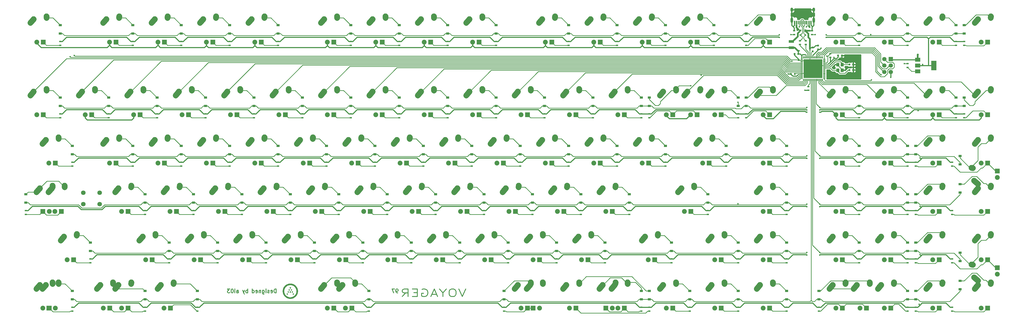
<source format=gbl>
G04 #@! TF.GenerationSoftware,KiCad,Pcbnew,(5.0.0)*
G04 #@! TF.CreationDate,2018-11-09T00:57:33-08:00*
G04 #@! TF.ProjectId,Voyager97,566F796167657239372E6B696361645F,rev?*
G04 #@! TF.SameCoordinates,Original*
G04 #@! TF.FileFunction,Copper,L2,Bot,Signal*
G04 #@! TF.FilePolarity,Positive*
%FSLAX46Y46*%
G04 Gerber Fmt 4.6, Leading zero omitted, Abs format (unit mm)*
G04 Created by KiCad (PCBNEW (5.0.0)) date 11/09/18 00:57:33*
%MOMM*%
%LPD*%
G01*
G04 APERTURE LIST*
G04 #@! TA.AperFunction,NonConductor*
%ADD10C,0.300000*%
G04 #@! TD*
G04 #@! TA.AperFunction,EtchedComponent*
%ADD11C,0.010000*%
G04 #@! TD*
G04 #@! TA.AperFunction,ComponentPad*
%ADD12R,1.905000X1.905000*%
G04 #@! TD*
G04 #@! TA.AperFunction,ComponentPad*
%ADD13C,1.905000*%
G04 #@! TD*
G04 #@! TA.AperFunction,ComponentPad*
%ADD14C,2.250000*%
G04 #@! TD*
G04 #@! TA.AperFunction,Conductor*
%ADD15C,2.250000*%
G04 #@! TD*
G04 #@! TA.AperFunction,SMDPad,CuDef*
%ADD16R,0.750000X0.800000*%
G04 #@! TD*
G04 #@! TA.AperFunction,SMDPad,CuDef*
%ADD17R,0.800000X0.750000*%
G04 #@! TD*
G04 #@! TA.AperFunction,SMDPad,CuDef*
%ADD18R,1.200000X0.900000*%
G04 #@! TD*
G04 #@! TA.AperFunction,SMDPad,CuDef*
%ADD19R,2.030000X1.140000*%
G04 #@! TD*
G04 #@! TA.AperFunction,ComponentPad*
%ADD20C,1.700000*%
G04 #@! TD*
G04 #@! TA.AperFunction,ComponentPad*
%ADD21R,1.700000X1.700000*%
G04 #@! TD*
G04 #@! TA.AperFunction,SMDPad,CuDef*
%ADD22R,2.000000X1.500000*%
G04 #@! TD*
G04 #@! TA.AperFunction,SMDPad,CuDef*
%ADD23R,2.000000X3.800000*%
G04 #@! TD*
G04 #@! TA.AperFunction,SMDPad,CuDef*
%ADD24R,0.900000X0.500000*%
G04 #@! TD*
G04 #@! TA.AperFunction,ComponentPad*
%ADD25C,1.800000*%
G04 #@! TD*
G04 #@! TA.AperFunction,SMDPad,CuDef*
%ADD26R,0.700000X0.600000*%
G04 #@! TD*
G04 #@! TA.AperFunction,SMDPad,CuDef*
%ADD27R,0.700000X1.000000*%
G04 #@! TD*
G04 #@! TA.AperFunction,ComponentPad*
%ADD28O,1.000000X1.600000*%
G04 #@! TD*
G04 #@! TA.AperFunction,ComponentPad*
%ADD29O,1.000000X2.100000*%
G04 #@! TD*
G04 #@! TA.AperFunction,SMDPad,CuDef*
%ADD30R,0.300000X1.450000*%
G04 #@! TD*
G04 #@! TA.AperFunction,SMDPad,CuDef*
%ADD31R,0.600000X1.450000*%
G04 #@! TD*
G04 #@! TA.AperFunction,SMDPad,CuDef*
%ADD32R,1.200000X1.400000*%
G04 #@! TD*
G04 #@! TA.AperFunction,SMDPad,CuDef*
%ADD33R,1.837500X1.837500*%
G04 #@! TD*
G04 #@! TA.AperFunction,SMDPad,CuDef*
%ADD34R,0.850000X0.300000*%
G04 #@! TD*
G04 #@! TA.AperFunction,SMDPad,CuDef*
%ADD35R,0.300000X0.850000*%
G04 #@! TD*
G04 #@! TA.AperFunction,ViaPad*
%ADD36C,0.600000*%
G04 #@! TD*
G04 #@! TA.AperFunction,Conductor*
%ADD37C,0.254000*%
G04 #@! TD*
G04 #@! TA.AperFunction,Conductor*
%ADD38C,0.381000*%
G04 #@! TD*
G04 #@! TA.AperFunction,Conductor*
%ADD39C,0.635000*%
G04 #@! TD*
G04 APERTURE END LIST*
D10*
X181975000Y-137203571D02*
X181689285Y-137203571D01*
X181546428Y-137132142D01*
X181475000Y-137060714D01*
X181332142Y-136846428D01*
X181260714Y-136560714D01*
X181260714Y-135989285D01*
X181332142Y-135846428D01*
X181403571Y-135775000D01*
X181546428Y-135703571D01*
X181832142Y-135703571D01*
X181975000Y-135775000D01*
X182046428Y-135846428D01*
X182117857Y-135989285D01*
X182117857Y-136346428D01*
X182046428Y-136489285D01*
X181975000Y-136560714D01*
X181832142Y-136632142D01*
X181546428Y-136632142D01*
X181403571Y-136560714D01*
X181332142Y-136489285D01*
X181260714Y-136346428D01*
X180760714Y-135703571D02*
X179760714Y-135703571D01*
X180403571Y-137203571D01*
X208722916Y-135675892D02*
X207389583Y-138675892D01*
X206056250Y-135675892D01*
X203961011Y-135675892D02*
X203199107Y-135675892D01*
X202818154Y-135818750D01*
X202437202Y-136104464D01*
X202246726Y-136675892D01*
X202246726Y-137675892D01*
X202437202Y-138247321D01*
X202818154Y-138533035D01*
X203199107Y-138675892D01*
X203961011Y-138675892D01*
X204341964Y-138533035D01*
X204722916Y-138247321D01*
X204913392Y-137675892D01*
X204913392Y-136675892D01*
X204722916Y-136104464D01*
X204341964Y-135818750D01*
X203961011Y-135675892D01*
X199770535Y-137247321D02*
X199770535Y-138675892D01*
X201103869Y-135675892D02*
X199770535Y-137247321D01*
X198437202Y-135675892D01*
X197294345Y-137818750D02*
X195389583Y-137818750D01*
X197675297Y-138675892D02*
X196341964Y-135675892D01*
X195008630Y-138675892D01*
X191580059Y-135818750D02*
X191961011Y-135675892D01*
X192532440Y-135675892D01*
X193103869Y-135818750D01*
X193484821Y-136104464D01*
X193675297Y-136390178D01*
X193865773Y-136961607D01*
X193865773Y-137390178D01*
X193675297Y-137961607D01*
X193484821Y-138247321D01*
X193103869Y-138533035D01*
X192532440Y-138675892D01*
X192151488Y-138675892D01*
X191580059Y-138533035D01*
X191389583Y-138390178D01*
X191389583Y-137390178D01*
X192151488Y-137390178D01*
X189675297Y-137104464D02*
X188341964Y-137104464D01*
X187770535Y-138675892D02*
X189675297Y-138675892D01*
X189675297Y-135675892D01*
X187770535Y-135675892D01*
X183770535Y-138675892D02*
X185103869Y-137247321D01*
X186056250Y-138675892D02*
X186056250Y-135675892D01*
X184532440Y-135675892D01*
X184151488Y-135818750D01*
X183961011Y-135961607D01*
X183770535Y-136247321D01*
X183770535Y-136675892D01*
X183961011Y-136961607D01*
X184151488Y-137104464D01*
X184532440Y-137247321D01*
X186056250Y-137247321D01*
X134154464Y-137203571D02*
X134154464Y-135703571D01*
X133797321Y-135703571D01*
X133583035Y-135775000D01*
X133440178Y-135917857D01*
X133368750Y-136060714D01*
X133297321Y-136346428D01*
X133297321Y-136560714D01*
X133368750Y-136846428D01*
X133440178Y-136989285D01*
X133583035Y-137132142D01*
X133797321Y-137203571D01*
X134154464Y-137203571D01*
X132083035Y-137132142D02*
X132225892Y-137203571D01*
X132511607Y-137203571D01*
X132654464Y-137132142D01*
X132725892Y-136989285D01*
X132725892Y-136417857D01*
X132654464Y-136275000D01*
X132511607Y-136203571D01*
X132225892Y-136203571D01*
X132083035Y-136275000D01*
X132011607Y-136417857D01*
X132011607Y-136560714D01*
X132725892Y-136703571D01*
X131440178Y-137132142D02*
X131297321Y-137203571D01*
X131011607Y-137203571D01*
X130868750Y-137132142D01*
X130797321Y-136989285D01*
X130797321Y-136917857D01*
X130868750Y-136775000D01*
X131011607Y-136703571D01*
X131225892Y-136703571D01*
X131368750Y-136632142D01*
X131440178Y-136489285D01*
X131440178Y-136417857D01*
X131368750Y-136275000D01*
X131225892Y-136203571D01*
X131011607Y-136203571D01*
X130868750Y-136275000D01*
X130154464Y-137203571D02*
X130154464Y-136203571D01*
X130154464Y-135703571D02*
X130225892Y-135775000D01*
X130154464Y-135846428D01*
X130083035Y-135775000D01*
X130154464Y-135703571D01*
X130154464Y-135846428D01*
X128797321Y-136203571D02*
X128797321Y-137417857D01*
X128868750Y-137560714D01*
X128940178Y-137632142D01*
X129083035Y-137703571D01*
X129297321Y-137703571D01*
X129440178Y-137632142D01*
X128797321Y-137132142D02*
X128940178Y-137203571D01*
X129225892Y-137203571D01*
X129368750Y-137132142D01*
X129440178Y-137060714D01*
X129511607Y-136917857D01*
X129511607Y-136489285D01*
X129440178Y-136346428D01*
X129368750Y-136275000D01*
X129225892Y-136203571D01*
X128940178Y-136203571D01*
X128797321Y-136275000D01*
X128083035Y-136203571D02*
X128083035Y-137203571D01*
X128083035Y-136346428D02*
X128011607Y-136275000D01*
X127868750Y-136203571D01*
X127654464Y-136203571D01*
X127511607Y-136275000D01*
X127440178Y-136417857D01*
X127440178Y-137203571D01*
X126154464Y-137132142D02*
X126297321Y-137203571D01*
X126583035Y-137203571D01*
X126725892Y-137132142D01*
X126797321Y-136989285D01*
X126797321Y-136417857D01*
X126725892Y-136275000D01*
X126583035Y-136203571D01*
X126297321Y-136203571D01*
X126154464Y-136275000D01*
X126083035Y-136417857D01*
X126083035Y-136560714D01*
X126797321Y-136703571D01*
X124797321Y-137203571D02*
X124797321Y-135703571D01*
X124797321Y-137132142D02*
X124940178Y-137203571D01*
X125225892Y-137203571D01*
X125368750Y-137132142D01*
X125440178Y-137060714D01*
X125511607Y-136917857D01*
X125511607Y-136489285D01*
X125440178Y-136346428D01*
X125368750Y-136275000D01*
X125225892Y-136203571D01*
X124940178Y-136203571D01*
X124797321Y-136275000D01*
X122940178Y-137203571D02*
X122940178Y-135703571D01*
X122940178Y-136275000D02*
X122797321Y-136203571D01*
X122511607Y-136203571D01*
X122368750Y-136275000D01*
X122297321Y-136346428D01*
X122225892Y-136489285D01*
X122225892Y-136917857D01*
X122297321Y-137060714D01*
X122368750Y-137132142D01*
X122511607Y-137203571D01*
X122797321Y-137203571D01*
X122940178Y-137132142D01*
X121725892Y-136203571D02*
X121368750Y-137203571D01*
X121011607Y-136203571D02*
X121368750Y-137203571D01*
X121511607Y-137560714D01*
X121583035Y-137632142D01*
X121725892Y-137703571D01*
X118654464Y-137203571D02*
X118654464Y-136417857D01*
X118725892Y-136275000D01*
X118868750Y-136203571D01*
X119154464Y-136203571D01*
X119297321Y-136275000D01*
X118654464Y-137132142D02*
X118797321Y-137203571D01*
X119154464Y-137203571D01*
X119297321Y-137132142D01*
X119368750Y-136989285D01*
X119368750Y-136846428D01*
X119297321Y-136703571D01*
X119154464Y-136632142D01*
X118797321Y-136632142D01*
X118654464Y-136560714D01*
X117940178Y-137203571D02*
X117940178Y-136203571D01*
X117940178Y-135703571D02*
X118011607Y-135775000D01*
X117940178Y-135846428D01*
X117868750Y-135775000D01*
X117940178Y-135703571D01*
X117940178Y-135846428D01*
X116940178Y-135703571D02*
X116797321Y-135703571D01*
X116654464Y-135775000D01*
X116583035Y-135846428D01*
X116511607Y-135989285D01*
X116440178Y-136275000D01*
X116440178Y-136632142D01*
X116511607Y-136917857D01*
X116583035Y-137060714D01*
X116654464Y-137132142D01*
X116797321Y-137203571D01*
X116940178Y-137203571D01*
X117083035Y-137132142D01*
X117154464Y-137060714D01*
X117225892Y-136917857D01*
X117297321Y-136632142D01*
X117297321Y-136275000D01*
X117225892Y-135989285D01*
X117154464Y-135846428D01*
X117083035Y-135775000D01*
X116940178Y-135703571D01*
X115940178Y-135703571D02*
X115011607Y-135703571D01*
X115511607Y-136275000D01*
X115297321Y-136275000D01*
X115154464Y-136346428D01*
X115083035Y-136417857D01*
X115011607Y-136560714D01*
X115011607Y-136917857D01*
X115083035Y-137060714D01*
X115154464Y-137132142D01*
X115297321Y-137203571D01*
X115725892Y-137203571D01*
X115868750Y-137132142D01*
X115940178Y-137060714D01*
D11*
G04 #@! TO.C,G\002A\002A\002A*
G36*
X139509500Y-135445500D02*
X139914312Y-135445500D01*
X139914312Y-135040688D01*
X139509500Y-135040688D01*
X139509500Y-135445500D01*
X139509500Y-135445500D01*
G37*
X139509500Y-135445500D02*
X139914312Y-135445500D01*
X139914312Y-135040688D01*
X139509500Y-135040688D01*
X139509500Y-135445500D01*
G36*
X139104687Y-136231313D02*
X139509500Y-136231313D01*
X139509500Y-135850313D01*
X139104687Y-135850313D01*
X139104687Y-136231313D01*
X139104687Y-136231313D01*
G37*
X139104687Y-136231313D02*
X139509500Y-136231313D01*
X139509500Y-135850313D01*
X139104687Y-135850313D01*
X139104687Y-136231313D01*
G36*
X139914312Y-136231313D02*
X140295312Y-136231313D01*
X140295312Y-135850313D01*
X139914312Y-135850313D01*
X139914312Y-136231313D01*
X139914312Y-136231313D01*
G37*
X139914312Y-136231313D02*
X140295312Y-136231313D01*
X140295312Y-135850313D01*
X139914312Y-135850313D01*
X139914312Y-136231313D01*
G36*
X138723687Y-137040938D02*
X139104687Y-137040938D01*
X139104687Y-136636125D01*
X138723687Y-136636125D01*
X138723687Y-137040938D01*
X138723687Y-137040938D01*
G37*
X138723687Y-137040938D02*
X139104687Y-137040938D01*
X139104687Y-136636125D01*
X138723687Y-136636125D01*
X138723687Y-137040938D01*
G36*
X139509500Y-137040938D02*
X139914312Y-137040938D01*
X139914312Y-136636125D01*
X139509500Y-136636125D01*
X139509500Y-137040938D01*
X139509500Y-137040938D01*
G37*
X139509500Y-137040938D02*
X139914312Y-137040938D01*
X139914312Y-136636125D01*
X139509500Y-136636125D01*
X139509500Y-137040938D01*
G36*
X140295312Y-137040938D02*
X140700125Y-137040938D01*
X140700125Y-136636125D01*
X140295312Y-136636125D01*
X140295312Y-137040938D01*
X140295312Y-137040938D01*
G37*
X140295312Y-137040938D02*
X140700125Y-137040938D01*
X140700125Y-136636125D01*
X140295312Y-136636125D01*
X140295312Y-137040938D01*
G36*
X138318875Y-137826750D02*
X138723687Y-137826750D01*
X138723687Y-137421938D01*
X138318875Y-137421938D01*
X138318875Y-137826750D01*
X138318875Y-137826750D01*
G37*
X138318875Y-137826750D02*
X138723687Y-137826750D01*
X138723687Y-137421938D01*
X138318875Y-137421938D01*
X138318875Y-137826750D01*
G36*
X140700125Y-137826750D02*
X141104937Y-137826750D01*
X141104937Y-137421938D01*
X140700125Y-137421938D01*
X140700125Y-137826750D01*
X140700125Y-137826750D01*
G37*
X140700125Y-137826750D02*
X141104937Y-137826750D01*
X141104937Y-137421938D01*
X140700125Y-137421938D01*
X140700125Y-137826750D01*
G36*
X139696031Y-133553045D02*
X139571913Y-133554415D01*
X139460201Y-133558572D01*
X139357608Y-133565919D01*
X139260844Y-133576860D01*
X139166622Y-133591798D01*
X139071653Y-133611137D01*
X138972649Y-133635281D01*
X138927370Y-133647418D01*
X138718823Y-133712656D01*
X138516735Y-133791992D01*
X138321872Y-133885028D01*
X138135001Y-133991368D01*
X137956886Y-134110616D01*
X137804740Y-134228617D01*
X137647072Y-134369342D01*
X137499735Y-134520787D01*
X137363414Y-134681885D01*
X137238792Y-134851567D01*
X137126553Y-135028766D01*
X137027380Y-135212416D01*
X136941958Y-135401447D01*
X136870970Y-135594793D01*
X136822216Y-135762803D01*
X136789145Y-135902789D01*
X136763785Y-136034725D01*
X136745393Y-136163997D01*
X136733225Y-136295993D01*
X136726539Y-136436100D01*
X136725886Y-136461500D01*
X136728605Y-136679797D01*
X136746800Y-136894580D01*
X136780465Y-137105821D01*
X136829594Y-137313489D01*
X136894181Y-137517555D01*
X136958378Y-137681487D01*
X136986461Y-137746752D01*
X137010523Y-137800910D01*
X137032392Y-137847613D01*
X137053893Y-137890513D01*
X137076854Y-137933263D01*
X137103100Y-137979515D01*
X137132225Y-138029156D01*
X137251444Y-138215427D01*
X137381548Y-138390153D01*
X137522671Y-138553465D01*
X137674945Y-138705496D01*
X137838503Y-138846380D01*
X138013476Y-138976248D01*
X138195844Y-139092775D01*
X138248673Y-139123744D01*
X138294586Y-139149721D01*
X138337235Y-139172531D01*
X138380272Y-139194001D01*
X138427349Y-139215957D01*
X138482119Y-139240225D01*
X138543513Y-139266622D01*
X138639746Y-139306169D01*
X138728464Y-139339208D01*
X138815578Y-139367695D01*
X138907002Y-139393589D01*
X138989594Y-139414322D01*
X139154110Y-139449876D01*
X139311205Y-139475553D01*
X139465433Y-139491893D01*
X139621351Y-139499436D01*
X139711906Y-139500013D01*
X139763125Y-139499498D01*
X139811246Y-139498793D01*
X139853126Y-139497960D01*
X139885622Y-139497063D01*
X139905590Y-139496165D01*
X139906375Y-139496109D01*
X140122549Y-139472157D01*
X140335306Y-139433170D01*
X140543787Y-139379467D01*
X140747132Y-139311363D01*
X140944484Y-139229176D01*
X141134982Y-139133225D01*
X141317768Y-139023826D01*
X141468724Y-138918796D01*
X141641651Y-138780449D01*
X141802335Y-138632088D01*
X141950549Y-138474039D01*
X142086071Y-138306632D01*
X142208676Y-138130194D01*
X142318139Y-137945052D01*
X142414237Y-137751535D01*
X142496744Y-137549971D01*
X142565437Y-137340688D01*
X142577582Y-137297630D01*
X142603948Y-137195835D01*
X142625333Y-137099511D01*
X142642141Y-137005367D01*
X142654775Y-136910117D01*
X142663640Y-136810470D01*
X142669138Y-136703140D01*
X142671674Y-136584836D01*
X142671955Y-136528969D01*
X142671280Y-136473608D01*
X142139206Y-136473608D01*
X142139103Y-136553746D01*
X142137437Y-136633410D01*
X142134241Y-136708537D01*
X142129544Y-136775060D01*
X142125824Y-136810750D01*
X142093950Y-137008048D01*
X142047299Y-137199663D01*
X141986049Y-137385222D01*
X141910381Y-137564349D01*
X141820473Y-137736669D01*
X141716506Y-137901809D01*
X141598659Y-138059393D01*
X141467112Y-138209047D01*
X141444776Y-138232260D01*
X141310542Y-138359334D01*
X141164840Y-138477270D01*
X141010369Y-138584090D01*
X140849831Y-138677816D01*
X140804042Y-138701504D01*
X140729634Y-138738153D01*
X140664393Y-138768372D01*
X140603896Y-138793940D01*
X140543722Y-138816634D01*
X140479449Y-138838233D01*
X140414375Y-138858227D01*
X140225162Y-138907640D01*
X140039411Y-138942091D01*
X139855673Y-138961714D01*
X139672497Y-138966642D01*
X139488436Y-138957011D01*
X139421894Y-138950031D01*
X139234562Y-138921087D01*
X139054981Y-138879278D01*
X138880643Y-138823854D01*
X138709041Y-138754064D01*
X138612084Y-138707866D01*
X138441452Y-138614447D01*
X138282036Y-138510712D01*
X138133078Y-138395974D01*
X137993821Y-138269550D01*
X137863506Y-138130754D01*
X137741376Y-137978903D01*
X137633108Y-137823259D01*
X137607982Y-137782068D01*
X137578659Y-137729940D01*
X137546959Y-137670496D01*
X137514701Y-137607356D01*
X137483707Y-137544140D01*
X137455794Y-137484467D01*
X137432785Y-137431957D01*
X137419347Y-137398125D01*
X137356480Y-137206584D01*
X137309084Y-137013845D01*
X137277200Y-136820450D01*
X137260870Y-136626940D01*
X137260132Y-136433857D01*
X137275028Y-136241742D01*
X137305598Y-136051136D01*
X137315401Y-136005094D01*
X137349050Y-135868801D01*
X137387358Y-135742618D01*
X137432296Y-135621007D01*
X137485837Y-135498432D01*
X137523496Y-135420958D01*
X137617201Y-135252110D01*
X137724026Y-135091673D01*
X137843202Y-134940368D01*
X137973963Y-134798914D01*
X138115540Y-134668031D01*
X138267166Y-134548440D01*
X138428073Y-134440860D01*
X138597493Y-134346011D01*
X138741675Y-134278480D01*
X138913303Y-134212085D01*
X139085857Y-134160087D01*
X139261344Y-134122078D01*
X139441774Y-134097651D01*
X139629155Y-134086397D01*
X139692062Y-134085507D01*
X139890157Y-134091877D01*
X140081785Y-134112522D01*
X140267719Y-134147673D01*
X140448735Y-134197567D01*
X140625606Y-134262435D01*
X140799106Y-134342513D01*
X140970009Y-134438035D01*
X141070706Y-134502244D01*
X141210139Y-134603772D01*
X141344337Y-134718278D01*
X141471659Y-134843839D01*
X141590465Y-134978531D01*
X141699114Y-135120431D01*
X141795965Y-135267615D01*
X141879378Y-135418161D01*
X141914174Y-135491080D01*
X141975577Y-135635939D01*
X142025808Y-135775178D01*
X142066065Y-135913126D01*
X142097544Y-136054114D01*
X142121444Y-136202471D01*
X142129845Y-136271000D01*
X142134608Y-136328170D01*
X142137718Y-136397061D01*
X142139206Y-136473608D01*
X142671280Y-136473608D01*
X142670210Y-136385973D01*
X142664336Y-136255106D01*
X142653762Y-136133025D01*
X142637915Y-136016385D01*
X142616223Y-135901844D01*
X142588113Y-135786059D01*
X142553014Y-135665687D01*
X142510353Y-135537384D01*
X142494659Y-135493125D01*
X142416274Y-135298406D01*
X142323434Y-135110072D01*
X142216328Y-134928385D01*
X142095148Y-134753608D01*
X141960083Y-134586003D01*
X141811326Y-134425833D01*
X141649067Y-134273360D01*
X141542229Y-134183179D01*
X141456400Y-134117686D01*
X141358861Y-134050360D01*
X141253252Y-133983412D01*
X141143214Y-133919055D01*
X141032387Y-133859500D01*
X140924411Y-133806958D01*
X140918406Y-133804215D01*
X140848446Y-133774342D01*
X140767265Y-133742956D01*
X140679233Y-133711536D01*
X140588721Y-133681562D01*
X140500099Y-133654511D01*
X140417736Y-133631864D01*
X140385850Y-133623971D01*
X140292625Y-133603203D01*
X140203651Y-133586543D01*
X140115647Y-133573652D01*
X140025331Y-133564195D01*
X139929422Y-133557832D01*
X139824640Y-133554228D01*
X139707705Y-133553044D01*
X139696031Y-133553045D01*
X139696031Y-133553045D01*
G37*
X139696031Y-133553045D02*
X139571913Y-133554415D01*
X139460201Y-133558572D01*
X139357608Y-133565919D01*
X139260844Y-133576860D01*
X139166622Y-133591798D01*
X139071653Y-133611137D01*
X138972649Y-133635281D01*
X138927370Y-133647418D01*
X138718823Y-133712656D01*
X138516735Y-133791992D01*
X138321872Y-133885028D01*
X138135001Y-133991368D01*
X137956886Y-134110616D01*
X137804740Y-134228617D01*
X137647072Y-134369342D01*
X137499735Y-134520787D01*
X137363414Y-134681885D01*
X137238792Y-134851567D01*
X137126553Y-135028766D01*
X137027380Y-135212416D01*
X136941958Y-135401447D01*
X136870970Y-135594793D01*
X136822216Y-135762803D01*
X136789145Y-135902789D01*
X136763785Y-136034725D01*
X136745393Y-136163997D01*
X136733225Y-136295993D01*
X136726539Y-136436100D01*
X136725886Y-136461500D01*
X136728605Y-136679797D01*
X136746800Y-136894580D01*
X136780465Y-137105821D01*
X136829594Y-137313489D01*
X136894181Y-137517555D01*
X136958378Y-137681487D01*
X136986461Y-137746752D01*
X137010523Y-137800910D01*
X137032392Y-137847613D01*
X137053893Y-137890513D01*
X137076854Y-137933263D01*
X137103100Y-137979515D01*
X137132225Y-138029156D01*
X137251444Y-138215427D01*
X137381548Y-138390153D01*
X137522671Y-138553465D01*
X137674945Y-138705496D01*
X137838503Y-138846380D01*
X138013476Y-138976248D01*
X138195844Y-139092775D01*
X138248673Y-139123744D01*
X138294586Y-139149721D01*
X138337235Y-139172531D01*
X138380272Y-139194001D01*
X138427349Y-139215957D01*
X138482119Y-139240225D01*
X138543513Y-139266622D01*
X138639746Y-139306169D01*
X138728464Y-139339208D01*
X138815578Y-139367695D01*
X138907002Y-139393589D01*
X138989594Y-139414322D01*
X139154110Y-139449876D01*
X139311205Y-139475553D01*
X139465433Y-139491893D01*
X139621351Y-139499436D01*
X139711906Y-139500013D01*
X139763125Y-139499498D01*
X139811246Y-139498793D01*
X139853126Y-139497960D01*
X139885622Y-139497063D01*
X139905590Y-139496165D01*
X139906375Y-139496109D01*
X140122549Y-139472157D01*
X140335306Y-139433170D01*
X140543787Y-139379467D01*
X140747132Y-139311363D01*
X140944484Y-139229176D01*
X141134982Y-139133225D01*
X141317768Y-139023826D01*
X141468724Y-138918796D01*
X141641651Y-138780449D01*
X141802335Y-138632088D01*
X141950549Y-138474039D01*
X142086071Y-138306632D01*
X142208676Y-138130194D01*
X142318139Y-137945052D01*
X142414237Y-137751535D01*
X142496744Y-137549971D01*
X142565437Y-137340688D01*
X142577582Y-137297630D01*
X142603948Y-137195835D01*
X142625333Y-137099511D01*
X142642141Y-137005367D01*
X142654775Y-136910117D01*
X142663640Y-136810470D01*
X142669138Y-136703140D01*
X142671674Y-136584836D01*
X142671955Y-136528969D01*
X142671280Y-136473608D01*
X142139206Y-136473608D01*
X142139103Y-136553746D01*
X142137437Y-136633410D01*
X142134241Y-136708537D01*
X142129544Y-136775060D01*
X142125824Y-136810750D01*
X142093950Y-137008048D01*
X142047299Y-137199663D01*
X141986049Y-137385222D01*
X141910381Y-137564349D01*
X141820473Y-137736669D01*
X141716506Y-137901809D01*
X141598659Y-138059393D01*
X141467112Y-138209047D01*
X141444776Y-138232260D01*
X141310542Y-138359334D01*
X141164840Y-138477270D01*
X141010369Y-138584090D01*
X140849831Y-138677816D01*
X140804042Y-138701504D01*
X140729634Y-138738153D01*
X140664393Y-138768372D01*
X140603896Y-138793940D01*
X140543722Y-138816634D01*
X140479449Y-138838233D01*
X140414375Y-138858227D01*
X140225162Y-138907640D01*
X140039411Y-138942091D01*
X139855673Y-138961714D01*
X139672497Y-138966642D01*
X139488436Y-138957011D01*
X139421894Y-138950031D01*
X139234562Y-138921087D01*
X139054981Y-138879278D01*
X138880643Y-138823854D01*
X138709041Y-138754064D01*
X138612084Y-138707866D01*
X138441452Y-138614447D01*
X138282036Y-138510712D01*
X138133078Y-138395974D01*
X137993821Y-138269550D01*
X137863506Y-138130754D01*
X137741376Y-137978903D01*
X137633108Y-137823259D01*
X137607982Y-137782068D01*
X137578659Y-137729940D01*
X137546959Y-137670496D01*
X137514701Y-137607356D01*
X137483707Y-137544140D01*
X137455794Y-137484467D01*
X137432785Y-137431957D01*
X137419347Y-137398125D01*
X137356480Y-137206584D01*
X137309084Y-137013845D01*
X137277200Y-136820450D01*
X137260870Y-136626940D01*
X137260132Y-136433857D01*
X137275028Y-136241742D01*
X137305598Y-136051136D01*
X137315401Y-136005094D01*
X137349050Y-135868801D01*
X137387358Y-135742618D01*
X137432296Y-135621007D01*
X137485837Y-135498432D01*
X137523496Y-135420958D01*
X137617201Y-135252110D01*
X137724026Y-135091673D01*
X137843202Y-134940368D01*
X137973963Y-134798914D01*
X138115540Y-134668031D01*
X138267166Y-134548440D01*
X138428073Y-134440860D01*
X138597493Y-134346011D01*
X138741675Y-134278480D01*
X138913303Y-134212085D01*
X139085857Y-134160087D01*
X139261344Y-134122078D01*
X139441774Y-134097651D01*
X139629155Y-134086397D01*
X139692062Y-134085507D01*
X139890157Y-134091877D01*
X140081785Y-134112522D01*
X140267719Y-134147673D01*
X140448735Y-134197567D01*
X140625606Y-134262435D01*
X140799106Y-134342513D01*
X140970009Y-134438035D01*
X141070706Y-134502244D01*
X141210139Y-134603772D01*
X141344337Y-134718278D01*
X141471659Y-134843839D01*
X141590465Y-134978531D01*
X141699114Y-135120431D01*
X141795965Y-135267615D01*
X141879378Y-135418161D01*
X141914174Y-135491080D01*
X141975577Y-135635939D01*
X142025808Y-135775178D01*
X142066065Y-135913126D01*
X142097544Y-136054114D01*
X142121444Y-136202471D01*
X142129845Y-136271000D01*
X142134608Y-136328170D01*
X142137718Y-136397061D01*
X142139206Y-136473608D01*
X142671280Y-136473608D01*
X142670210Y-136385973D01*
X142664336Y-136255106D01*
X142653762Y-136133025D01*
X142637915Y-136016385D01*
X142616223Y-135901844D01*
X142588113Y-135786059D01*
X142553014Y-135665687D01*
X142510353Y-135537384D01*
X142494659Y-135493125D01*
X142416274Y-135298406D01*
X142323434Y-135110072D01*
X142216328Y-134928385D01*
X142095148Y-134753608D01*
X141960083Y-134586003D01*
X141811326Y-134425833D01*
X141649067Y-134273360D01*
X141542229Y-134183179D01*
X141456400Y-134117686D01*
X141358861Y-134050360D01*
X141253252Y-133983412D01*
X141143214Y-133919055D01*
X141032387Y-133859500D01*
X140924411Y-133806958D01*
X140918406Y-133804215D01*
X140848446Y-133774342D01*
X140767265Y-133742956D01*
X140679233Y-133711536D01*
X140588721Y-133681562D01*
X140500099Y-133654511D01*
X140417736Y-133631864D01*
X140385850Y-133623971D01*
X140292625Y-133603203D01*
X140203651Y-133586543D01*
X140115647Y-133573652D01*
X140025331Y-133564195D01*
X139929422Y-133557832D01*
X139824640Y-133554228D01*
X139707705Y-133553044D01*
X139696031Y-133553045D01*
G04 #@! TD*
D12*
G04 #@! TO.P,MX_E1,4*
G04 #@! TO.N,Net-(MX_E1-Pad4)*
X109220000Y-86042500D03*
D13*
G04 #@! TO.P,MX_E1,3*
G04 #@! TO.N,+5V*
X106680000Y-86042500D03*
D14*
G04 #@! TO.P,MX_E1,1*
G04 #@! TO.N,COL3*
X105450000Y-76962500D03*
X104795001Y-77692500D03*
D15*
G04 #@! TD*
G04 #@! TO.N,COL3*
G04 #@! TO.C,MX_E1*
X104140000Y-78422500D02*
X105450002Y-76962500D01*
D14*
G04 #@! TO.P,MX_E1,2*
G04 #@! TO.N,Net-(D38-Pad2)*
X110490000Y-75882500D03*
X110470000Y-76172500D03*
D15*
G04 #@! TD*
G04 #@! TO.N,Net-(D38-Pad2)*
G04 #@! TO.C,MX_E1*
X110450000Y-76462500D02*
X110490000Y-75882500D01*
D14*
G04 #@! TO.P,BS2,2*
G04 #@! TO.N,Net-(BS2-Pad2)*
X310495000Y-57122500D03*
D15*
G04 #@! TD*
G04 #@! TO.N,Net-(BS2-Pad2)*
G04 #@! TO.C,BS2*
X310475000Y-57412500D02*
X310515000Y-56832500D01*
D14*
G04 #@! TO.P,BS2,2*
G04 #@! TO.N,Net-(BS2-Pad2)*
X310515000Y-56832500D03*
G04 #@! TO.P,BS2,1*
G04 #@! TO.N,COL12*
X304820001Y-58642500D03*
D15*
G04 #@! TD*
G04 #@! TO.N,COL12*
G04 #@! TO.C,BS2*
X304165000Y-59372500D02*
X305475002Y-57912500D01*
D14*
G04 #@! TO.P,BS2,1*
G04 #@! TO.N,COL12*
X305475000Y-57912500D03*
D13*
G04 #@! TO.P,BS2,3*
G04 #@! TO.N,+5V*
X306705000Y-66992500D03*
D12*
G04 #@! TO.P,BS2,4*
G04 #@! TO.N,Net-(BS2-Pad4)*
X309245000Y-66992500D03*
G04 #@! TD*
D14*
G04 #@! TO.P,BS1-1,2*
G04 #@! TO.N,Net-(BS1-1-Pad2)*
X300970000Y-57122500D03*
D15*
G04 #@! TD*
G04 #@! TO.N,Net-(BS1-1-Pad2)*
G04 #@! TO.C,BS1-1*
X300950000Y-57412500D02*
X300990000Y-56832500D01*
D14*
G04 #@! TO.P,BS1-1,2*
G04 #@! TO.N,Net-(BS1-1-Pad2)*
X300990000Y-56832500D03*
G04 #@! TO.P,BS1-1,1*
G04 #@! TO.N,COL13*
X295295001Y-58642500D03*
D15*
G04 #@! TD*
G04 #@! TO.N,COL13*
G04 #@! TO.C,BS1-1*
X294640000Y-59372500D02*
X295950002Y-57912500D01*
D14*
G04 #@! TO.P,BS1-1,1*
G04 #@! TO.N,COL13*
X295950000Y-57912500D03*
D13*
G04 #@! TO.P,BS1-1,3*
G04 #@! TO.N,+5V*
X297180000Y-66992500D03*
D12*
G04 #@! TO.P,BS1-1,4*
G04 #@! TO.N,Net-(BS1-1-Pad4)*
X299720000Y-66992500D03*
G04 #@! TD*
G04 #@! TO.P,BS1-2,4*
G04 #@! TO.N,Net-(BS1-1-Pad4)*
X290195000Y-66992500D03*
D13*
G04 #@! TO.P,BS1-2,3*
G04 #@! TO.N,+5V*
X287655000Y-66992500D03*
D14*
G04 #@! TO.P,BS1-2,1*
G04 #@! TO.N,COL13*
X286425000Y-57912500D03*
X285770001Y-58642500D03*
D15*
G04 #@! TD*
G04 #@! TO.N,COL13*
G04 #@! TO.C,BS1-2*
X285115000Y-59372500D02*
X286425002Y-57912500D01*
D14*
G04 #@! TO.P,BS1-2,2*
G04 #@! TO.N,Net-(BS1-1-Pad2)*
X291465000Y-56832500D03*
X291445000Y-57122500D03*
D15*
G04 #@! TD*
G04 #@! TO.N,Net-(BS1-1-Pad2)*
G04 #@! TO.C,BS1-2*
X291425000Y-57412500D02*
X291465000Y-56832500D01*
D16*
G04 #@! TO.P,C2,1*
G04 #@! TO.N,Net-(C2-Pad1)*
X345186000Y-42025000D03*
G04 #@! TO.P,C2,2*
G04 #@! TO.N,GND*
X345186000Y-40525000D03*
G04 #@! TD*
D17*
G04 #@! TO.P,C3,2*
G04 #@! TO.N,GND*
X361176000Y-49403000D03*
G04 #@! TO.P,C3,1*
G04 #@! TO.N,XTAL1*
X359676000Y-49403000D03*
G04 #@! TD*
G04 #@! TO.P,C4,1*
G04 #@! TO.N,XTAL2*
X359676000Y-47244000D03*
G04 #@! TO.P,C4,2*
G04 #@! TO.N,GND*
X361176000Y-47244000D03*
G04 #@! TD*
G04 #@! TO.P,C5,1*
G04 #@! TO.N,GND*
X338086000Y-43053000D03*
G04 #@! TO.P,C5,2*
G04 #@! TO.N,+5V*
X339586000Y-43053000D03*
G04 #@! TD*
G04 #@! TO.P,C6,2*
G04 #@! TO.N,+5V*
X336689000Y-50927000D03*
G04 #@! TO.P,C6,1*
G04 #@! TO.N,GND*
X338189000Y-50927000D03*
G04 #@! TD*
D16*
G04 #@! TO.P,C7,2*
G04 #@! TO.N,+5V*
X347345000Y-41263000D03*
G04 #@! TO.P,C7,1*
G04 #@! TO.N,GND*
X347345000Y-39763000D03*
G04 #@! TD*
D17*
G04 #@! TO.P,C8,2*
G04 #@! TO.N,+5V*
X355231000Y-43688000D03*
G04 #@! TO.P,C8,1*
G04 #@! TO.N,GND*
X356731000Y-43688000D03*
G04 #@! TD*
D12*
G04 #@! TO.P,CL1-1,4*
G04 #@! TO.N,Net-(CL1-1-Pad4)*
X49688750Y-105092500D03*
D13*
G04 #@! TO.P,CL1-1,3*
G04 #@! TO.N,+5V*
X47148750Y-105092500D03*
D14*
G04 #@! TO.P,CL1-1,1*
G04 #@! TO.N,COL0*
X45918750Y-96012500D03*
X45263751Y-96742500D03*
D15*
G04 #@! TD*
G04 #@! TO.N,COL0*
G04 #@! TO.C,CL1-1*
X44608750Y-97472500D02*
X45918752Y-96012500D01*
D14*
G04 #@! TO.P,CL1-1,2*
G04 #@! TO.N,Net-(CL1-1-Pad2)*
X50958750Y-94932500D03*
X50938750Y-95222500D03*
D15*
G04 #@! TD*
G04 #@! TO.N,Net-(CL1-1-Pad2)*
G04 #@! TO.C,CL1-1*
X50918750Y-95512500D02*
X50958750Y-94932500D01*
D14*
G04 #@! TO.P,CL1-2,2*
G04 #@! TO.N,COL0*
X46176250Y-95222500D03*
D15*
G04 #@! TD*
G04 #@! TO.N,COL0*
G04 #@! TO.C,CL1-2*
X46156250Y-95512500D02*
X46196250Y-94932500D01*
D14*
G04 #@! TO.P,CL1-2,2*
G04 #@! TO.N,COL0*
X46196250Y-94932500D03*
G04 #@! TO.P,CL1-2,1*
G04 #@! TO.N,Net-(CL1-1-Pad2)*
X40501251Y-96742500D03*
D15*
G04 #@! TD*
G04 #@! TO.N,Net-(CL1-1-Pad2)*
G04 #@! TO.C,CL1-2*
X39846250Y-97472500D02*
X41156252Y-96012500D01*
D14*
G04 #@! TO.P,CL1-2,1*
G04 #@! TO.N,Net-(CL1-1-Pad2)*
X41156250Y-96012500D03*
D13*
G04 #@! TO.P,CL1-2,3*
G04 #@! TO.N,+5V*
X44926250Y-105092500D03*
D12*
G04 #@! TO.P,CL1-2,4*
G04 #@! TO.N,Net-(CL1-1-Pad4)*
X42386250Y-105092500D03*
G04 #@! TD*
D18*
G04 #@! TO.P,D1,2*
G04 #@! TO.N,Net-(D1-Pad2)*
X49212500Y-31687500D03*
G04 #@! TO.P,D1,1*
G04 #@! TO.N,ROW0*
X49212500Y-34987500D03*
G04 #@! TD*
G04 #@! TO.P,D2,1*
G04 #@! TO.N,ROW0*
X77787500Y-34987500D03*
G04 #@! TO.P,D2,2*
G04 #@! TO.N,Net-(D2-Pad2)*
X77787500Y-31687500D03*
G04 #@! TD*
G04 #@! TO.P,D3,2*
G04 #@! TO.N,Net-(D3-Pad2)*
X96837500Y-31687500D03*
G04 #@! TO.P,D3,1*
G04 #@! TO.N,ROW0*
X96837500Y-34987500D03*
G04 #@! TD*
G04 #@! TO.P,D4,1*
G04 #@! TO.N,ROW0*
X115887500Y-34987500D03*
G04 #@! TO.P,D4,2*
G04 #@! TO.N,Net-(D4-Pad2)*
X115887500Y-31687500D03*
G04 #@! TD*
G04 #@! TO.P,D5,1*
G04 #@! TO.N,ROW0*
X134937500Y-34987500D03*
G04 #@! TO.P,D5,2*
G04 #@! TO.N,Net-(D5-Pad2)*
X134937500Y-31687500D03*
G04 #@! TD*
G04 #@! TO.P,D6,2*
G04 #@! TO.N,Net-(D6-Pad2)*
X163512500Y-31687500D03*
G04 #@! TO.P,D6,1*
G04 #@! TO.N,ROW0*
X163512500Y-34987500D03*
G04 #@! TD*
G04 #@! TO.P,D7,2*
G04 #@! TO.N,Net-(D7-Pad2)*
X182562500Y-31687500D03*
G04 #@! TO.P,D7,1*
G04 #@! TO.N,ROW0*
X182562500Y-34987500D03*
G04 #@! TD*
G04 #@! TO.P,D8,1*
G04 #@! TO.N,ROW0*
X201612500Y-34987500D03*
G04 #@! TO.P,D8,2*
G04 #@! TO.N,Net-(D8-Pad2)*
X201612500Y-31687500D03*
G04 #@! TD*
G04 #@! TO.P,D9,1*
G04 #@! TO.N,ROW0*
X220662500Y-34987500D03*
G04 #@! TO.P,D9,2*
G04 #@! TO.N,Net-(D9-Pad2)*
X220662500Y-31687500D03*
G04 #@! TD*
G04 #@! TO.P,D10,1*
G04 #@! TO.N,ROW0*
X249237500Y-34987500D03*
G04 #@! TO.P,D10,2*
G04 #@! TO.N,Net-(D10-Pad2)*
X249237500Y-31687500D03*
G04 #@! TD*
G04 #@! TO.P,D11,2*
G04 #@! TO.N,Net-(D11-Pad2)*
X268287500Y-31687500D03*
G04 #@! TO.P,D11,1*
G04 #@! TO.N,ROW0*
X268287500Y-34987500D03*
G04 #@! TD*
G04 #@! TO.P,D12,2*
G04 #@! TO.N,Net-(D12-Pad2)*
X287337500Y-31687500D03*
G04 #@! TO.P,D12,1*
G04 #@! TO.N,ROW0*
X287337500Y-34987500D03*
G04 #@! TD*
G04 #@! TO.P,D13,1*
G04 #@! TO.N,ROW0*
X306387500Y-34987500D03*
G04 #@! TO.P,D13,2*
G04 #@! TO.N,Net-(D13-Pad2)*
X306387500Y-31687500D03*
G04 #@! TD*
G04 #@! TO.P,D14,2*
G04 #@! TO.N,Net-(D14-Pad2)*
X319087500Y-60262500D03*
G04 #@! TO.P,D14,1*
G04 #@! TO.N,ROW1*
X319087500Y-63562500D03*
G04 #@! TD*
G04 #@! TO.P,D15,2*
G04 #@! TO.N,Net-(D15-Pad2)*
X319087500Y-31687500D03*
G04 #@! TO.P,D15,1*
G04 #@! TO.N,ROW0*
X319087500Y-34987500D03*
G04 #@! TD*
G04 #@! TO.P,D16,1*
G04 #@! TO.N,ROW0*
X404812500Y-34987500D03*
G04 #@! TO.P,D16,2*
G04 #@! TO.N,Net-(D16-Pad2)*
X404812500Y-31687500D03*
G04 #@! TD*
G04 #@! TO.P,D17,1*
G04 #@! TO.N,ROW1*
X49212500Y-63562500D03*
G04 #@! TO.P,D17,2*
G04 #@! TO.N,Net-(D17-Pad2)*
X49212500Y-60262500D03*
G04 #@! TD*
G04 #@! TO.P,D18,1*
G04 #@! TO.N,ROW1*
X68262500Y-63562500D03*
G04 #@! TO.P,D18,2*
G04 #@! TO.N,Net-(D18-Pad2)*
X68262500Y-60262500D03*
G04 #@! TD*
G04 #@! TO.P,D19,1*
G04 #@! TO.N,ROW1*
X87312500Y-63562500D03*
G04 #@! TO.P,D19,2*
G04 #@! TO.N,Net-(D19-Pad2)*
X87312500Y-60262500D03*
G04 #@! TD*
G04 #@! TO.P,D20,1*
G04 #@! TO.N,ROW1*
X106362500Y-63562500D03*
G04 #@! TO.P,D20,2*
G04 #@! TO.N,Net-(D20-Pad2)*
X106362500Y-60262500D03*
G04 #@! TD*
G04 #@! TO.P,D21,1*
G04 #@! TO.N,ROW1*
X125412500Y-63562500D03*
G04 #@! TO.P,D21,2*
G04 #@! TO.N,Net-(D21-Pad2)*
X125412500Y-60262500D03*
G04 #@! TD*
G04 #@! TO.P,D22,2*
G04 #@! TO.N,Net-(D22-Pad2)*
X144462500Y-60262500D03*
G04 #@! TO.P,D22,1*
G04 #@! TO.N,ROW1*
X144462500Y-63562500D03*
G04 #@! TD*
G04 #@! TO.P,D23,2*
G04 #@! TO.N,Net-(D23-Pad2)*
X163512500Y-60262500D03*
G04 #@! TO.P,D23,1*
G04 #@! TO.N,ROW1*
X163512500Y-63562500D03*
G04 #@! TD*
G04 #@! TO.P,D24,2*
G04 #@! TO.N,Net-(D24-Pad2)*
X182562500Y-60262500D03*
G04 #@! TO.P,D24,1*
G04 #@! TO.N,ROW1*
X182562500Y-63562500D03*
G04 #@! TD*
G04 #@! TO.P,D25,2*
G04 #@! TO.N,Net-(D25-Pad2)*
X201612500Y-60262500D03*
G04 #@! TO.P,D25,1*
G04 #@! TO.N,ROW1*
X201612500Y-63562500D03*
G04 #@! TD*
G04 #@! TO.P,D26,2*
G04 #@! TO.N,Net-(D26-Pad2)*
X220662500Y-60262500D03*
G04 #@! TO.P,D26,1*
G04 #@! TO.N,ROW1*
X220662500Y-63562500D03*
G04 #@! TD*
G04 #@! TO.P,D27,1*
G04 #@! TO.N,ROW1*
X239712500Y-63562500D03*
G04 #@! TO.P,D27,2*
G04 #@! TO.N,Net-(D27-Pad2)*
X239712500Y-60262500D03*
G04 #@! TD*
G04 #@! TO.P,D28,1*
G04 #@! TO.N,ROW1*
X258762500Y-63562500D03*
G04 #@! TO.P,D28,2*
G04 #@! TO.N,Net-(D28-Pad2)*
X258762500Y-60262500D03*
G04 #@! TD*
G04 #@! TO.P,D29,2*
G04 #@! TO.N,Net-(D29-Pad2)*
X277812500Y-60262500D03*
G04 #@! TO.P,D29,1*
G04 #@! TO.N,ROW1*
X277812500Y-63562500D03*
G04 #@! TD*
G04 #@! TO.P,D30,1*
G04 #@! TO.N,ROW1*
X280987500Y-63562500D03*
G04 #@! TO.P,D30,2*
G04 #@! TO.N,Net-(BS1-1-Pad2)*
X280987500Y-60262500D03*
G04 #@! TD*
G04 #@! TO.P,D31,1*
G04 #@! TO.N,ROW3*
X315912500Y-63562500D03*
G04 #@! TO.P,D31,2*
G04 #@! TO.N,Net-(BS2-Pad2)*
X315912500Y-60262500D03*
G04 #@! TD*
G04 #@! TO.P,D32,1*
G04 #@! TO.N,ROW2*
X334962500Y-82612500D03*
G04 #@! TO.P,D32,2*
G04 #@! TO.N,Net-(D32-Pad2)*
X334962500Y-79312500D03*
G04 #@! TD*
G04 #@! TO.P,D33,1*
G04 #@! TO.N,ROW3*
X334962500Y-101662500D03*
G04 #@! TO.P,D33,2*
G04 #@! TO.N,Net-(D33-Pad2)*
X334962500Y-98362500D03*
G04 #@! TD*
G04 #@! TO.P,D35,1*
G04 #@! TO.N,ROW2*
X53975000Y-82612500D03*
G04 #@! TO.P,D35,2*
G04 #@! TO.N,Net-(D35-Pad2)*
X53975000Y-79312500D03*
G04 #@! TD*
G04 #@! TO.P,D36,2*
G04 #@! TO.N,Net-(D36-Pad2)*
X77787500Y-79312500D03*
G04 #@! TO.P,D36,1*
G04 #@! TO.N,ROW2*
X77787500Y-82612500D03*
G04 #@! TD*
G04 #@! TO.P,D37,1*
G04 #@! TO.N,ROW2*
X96837500Y-82612500D03*
G04 #@! TO.P,D37,2*
G04 #@! TO.N,Net-(D37-Pad2)*
X96837500Y-79312500D03*
G04 #@! TD*
G04 #@! TO.P,D38,1*
G04 #@! TO.N,ROW2*
X115887500Y-82612500D03*
G04 #@! TO.P,D38,2*
G04 #@! TO.N,Net-(D38-Pad2)*
X115887500Y-79312500D03*
G04 #@! TD*
G04 #@! TO.P,D39,2*
G04 #@! TO.N,Net-(D39-Pad2)*
X134937500Y-79312500D03*
G04 #@! TO.P,D39,1*
G04 #@! TO.N,ROW2*
X134937500Y-82612500D03*
G04 #@! TD*
G04 #@! TO.P,D40,1*
G04 #@! TO.N,ROW2*
X153987500Y-82612500D03*
G04 #@! TO.P,D40,2*
G04 #@! TO.N,Net-(D40-Pad2)*
X153987500Y-79312500D03*
G04 #@! TD*
G04 #@! TO.P,D41,1*
G04 #@! TO.N,ROW2*
X173037500Y-82612500D03*
G04 #@! TO.P,D41,2*
G04 #@! TO.N,Net-(D41-Pad2)*
X173037500Y-79312500D03*
G04 #@! TD*
G04 #@! TO.P,D42,2*
G04 #@! TO.N,Net-(D42-Pad2)*
X192087500Y-79312500D03*
G04 #@! TO.P,D42,1*
G04 #@! TO.N,ROW2*
X192087500Y-82612500D03*
G04 #@! TD*
G04 #@! TO.P,D43,1*
G04 #@! TO.N,ROW2*
X211137500Y-82612500D03*
G04 #@! TO.P,D43,2*
G04 #@! TO.N,Net-(D43-Pad2)*
X211137500Y-79312500D03*
G04 #@! TD*
G04 #@! TO.P,D44,2*
G04 #@! TO.N,Net-(D44-Pad2)*
X230187500Y-79312500D03*
G04 #@! TO.P,D44,1*
G04 #@! TO.N,ROW2*
X230187500Y-82612500D03*
G04 #@! TD*
G04 #@! TO.P,D45,1*
G04 #@! TO.N,ROW2*
X249237500Y-82612500D03*
G04 #@! TO.P,D45,2*
G04 #@! TO.N,Net-(D45-Pad2)*
X249237500Y-79312500D03*
G04 #@! TD*
G04 #@! TO.P,D46,2*
G04 #@! TO.N,Net-(D46-Pad2)*
X268287500Y-79312500D03*
G04 #@! TO.P,D46,1*
G04 #@! TO.N,ROW2*
X268287500Y-82612500D03*
G04 #@! TD*
G04 #@! TO.P,D47,2*
G04 #@! TO.N,Net-(D47-Pad2)*
X287337500Y-79312500D03*
G04 #@! TO.P,D47,1*
G04 #@! TO.N,ROW2*
X287337500Y-82612500D03*
G04 #@! TD*
G04 #@! TO.P,D48,1*
G04 #@! TO.N,ROW2*
X311150000Y-82612500D03*
G04 #@! TO.P,D48,2*
G04 #@! TO.N,Net-(D48-Pad2)*
X311150000Y-79312500D03*
G04 #@! TD*
G04 #@! TO.P,D52,2*
G04 #@! TO.N,Net-(CL1-1-Pad2)*
X35718750Y-98362500D03*
G04 #@! TO.P,D52,1*
G04 #@! TO.N,ROW3*
X35718750Y-101662500D03*
G04 #@! TD*
G04 #@! TO.P,D53,2*
G04 #@! TO.N,Net-(D53-Pad2)*
X82550000Y-98362500D03*
G04 #@! TO.P,D53,1*
G04 #@! TO.N,ROW3*
X82550000Y-101662500D03*
G04 #@! TD*
G04 #@! TO.P,D54,1*
G04 #@! TO.N,ROW3*
X101600000Y-101662500D03*
G04 #@! TO.P,D54,2*
G04 #@! TO.N,Net-(D54-Pad2)*
X101600000Y-98362500D03*
G04 #@! TD*
G04 #@! TO.P,D55,2*
G04 #@! TO.N,Net-(D55-Pad2)*
X120650000Y-98362500D03*
G04 #@! TO.P,D55,1*
G04 #@! TO.N,ROW3*
X120650000Y-101662500D03*
G04 #@! TD*
G04 #@! TO.P,D56,2*
G04 #@! TO.N,Net-(D56-Pad2)*
X139700000Y-98362500D03*
G04 #@! TO.P,D56,1*
G04 #@! TO.N,ROW3*
X139700000Y-101662500D03*
G04 #@! TD*
G04 #@! TO.P,D57,1*
G04 #@! TO.N,ROW3*
X158750000Y-101662500D03*
G04 #@! TO.P,D57,2*
G04 #@! TO.N,Net-(D57-Pad2)*
X158750000Y-98362500D03*
G04 #@! TD*
G04 #@! TO.P,D58,2*
G04 #@! TO.N,Net-(D58-Pad2)*
X177800000Y-98362500D03*
G04 #@! TO.P,D58,1*
G04 #@! TO.N,ROW3*
X177800000Y-101662500D03*
G04 #@! TD*
G04 #@! TO.P,D59,1*
G04 #@! TO.N,ROW3*
X196850000Y-101662500D03*
G04 #@! TO.P,D59,2*
G04 #@! TO.N,Net-(D59-Pad2)*
X196850000Y-98362500D03*
G04 #@! TD*
G04 #@! TO.P,D60,1*
G04 #@! TO.N,ROW3*
X215900000Y-101662500D03*
G04 #@! TO.P,D60,2*
G04 #@! TO.N,Net-(D60-Pad2)*
X215900000Y-98362500D03*
G04 #@! TD*
G04 #@! TO.P,D61,2*
G04 #@! TO.N,Net-(D61-Pad2)*
X234950000Y-98362500D03*
G04 #@! TO.P,D61,1*
G04 #@! TO.N,ROW3*
X234950000Y-101662500D03*
G04 #@! TD*
G04 #@! TO.P,D62,2*
G04 #@! TO.N,Net-(D62-Pad2)*
X254000000Y-98362500D03*
G04 #@! TO.P,D62,1*
G04 #@! TO.N,ROW3*
X254000000Y-101662500D03*
G04 #@! TD*
G04 #@! TO.P,D63,2*
G04 #@! TO.N,Net-(D63-Pad2)*
X273050000Y-98362500D03*
G04 #@! TO.P,D63,1*
G04 #@! TO.N,ROW3*
X273050000Y-101662500D03*
G04 #@! TD*
G04 #@! TO.P,D65,2*
G04 #@! TO.N,Net-(D65-Pad2)*
X304006250Y-98362500D03*
G04 #@! TO.P,D65,1*
G04 #@! TO.N,ROW3*
X304006250Y-101662500D03*
G04 #@! TD*
G04 #@! TO.P,D66,1*
G04 #@! TO.N,ROW4*
X315912500Y-120712500D03*
G04 #@! TO.P,D66,2*
G04 #@! TO.N,Net-(D66-Pad2)*
X315912500Y-117412500D03*
G04 #@! TD*
G04 #@! TO.P,D67,1*
G04 #@! TO.N,ROW4*
X61118750Y-120712500D03*
G04 #@! TO.P,D67,2*
G04 #@! TO.N,Net-(D67-Pad2)*
X61118750Y-117412500D03*
G04 #@! TD*
G04 #@! TO.P,D68,2*
G04 #@! TO.N,Net-(D68-Pad2)*
X92075000Y-117412500D03*
G04 #@! TO.P,D68,1*
G04 #@! TO.N,ROW4*
X92075000Y-120712500D03*
G04 #@! TD*
G04 #@! TO.P,D69,1*
G04 #@! TO.N,ROW4*
X111125000Y-120712500D03*
G04 #@! TO.P,D69,2*
G04 #@! TO.N,Net-(D69-Pad2)*
X111125000Y-117412500D03*
G04 #@! TD*
G04 #@! TO.P,D70,2*
G04 #@! TO.N,Net-(D70-Pad2)*
X130175000Y-117412500D03*
G04 #@! TO.P,D70,1*
G04 #@! TO.N,ROW4*
X130175000Y-120712500D03*
G04 #@! TD*
G04 #@! TO.P,D71,1*
G04 #@! TO.N,ROW4*
X149225000Y-120712500D03*
G04 #@! TO.P,D71,2*
G04 #@! TO.N,Net-(D71-Pad2)*
X149225000Y-117412500D03*
G04 #@! TD*
G04 #@! TO.P,D72,1*
G04 #@! TO.N,ROW4*
X168275000Y-120712500D03*
G04 #@! TO.P,D72,2*
G04 #@! TO.N,Net-(D72-Pad2)*
X168275000Y-117412500D03*
G04 #@! TD*
G04 #@! TO.P,D73,2*
G04 #@! TO.N,Net-(D73-Pad2)*
X187325000Y-117412500D03*
G04 #@! TO.P,D73,1*
G04 #@! TO.N,ROW4*
X187325000Y-120712500D03*
G04 #@! TD*
G04 #@! TO.P,D74,1*
G04 #@! TO.N,ROW4*
X206375000Y-120712500D03*
G04 #@! TO.P,D74,2*
G04 #@! TO.N,Net-(D74-Pad2)*
X206375000Y-117412500D03*
G04 #@! TD*
G04 #@! TO.P,D75,2*
G04 #@! TO.N,Net-(D75-Pad2)*
X225425000Y-117412500D03*
G04 #@! TO.P,D75,1*
G04 #@! TO.N,ROW4*
X225425000Y-120712500D03*
G04 #@! TD*
G04 #@! TO.P,D76,1*
G04 #@! TO.N,ROW4*
X244475000Y-120712500D03*
G04 #@! TO.P,D76,2*
G04 #@! TO.N,Net-(D76-Pad2)*
X244475000Y-117412500D03*
G04 #@! TD*
G04 #@! TO.P,D77,2*
G04 #@! TO.N,Net-(D77-Pad2)*
X263525000Y-117412500D03*
G04 #@! TO.P,D77,1*
G04 #@! TO.N,ROW4*
X263525000Y-120712500D03*
G04 #@! TD*
G04 #@! TO.P,D78,2*
G04 #@! TO.N,Net-(D78-Pad2)*
X289718750Y-117412500D03*
G04 #@! TO.P,D78,1*
G04 #@! TO.N,ROW4*
X289718750Y-120712500D03*
G04 #@! TD*
G04 #@! TO.P,D80,2*
G04 #@! TO.N,Net-(D80-Pad2)*
X334962500Y-117412500D03*
G04 #@! TO.P,D80,1*
G04 #@! TO.N,ROW4*
X334962500Y-120712500D03*
G04 #@! TD*
G04 #@! TO.P,D81,2*
G04 #@! TO.N,Net-(D81-Pad2)*
X296862500Y-136462500D03*
G04 #@! TO.P,D81,1*
G04 #@! TO.N,ROW5*
X296862500Y-139762500D03*
G04 #@! TD*
G04 #@! TO.P,D82,2*
G04 #@! TO.N,Net-(D82-Pad2)*
X315912500Y-136462500D03*
G04 #@! TO.P,D82,1*
G04 #@! TO.N,ROW5*
X315912500Y-139762500D03*
G04 #@! TD*
G04 #@! TO.P,D83,1*
G04 #@! TO.N,ROW5*
X334962500Y-139762500D03*
G04 #@! TO.P,D83,2*
G04 #@! TO.N,Net-(D83-Pad2)*
X334962500Y-136462500D03*
G04 #@! TD*
G04 #@! TO.P,D84,1*
G04 #@! TO.N,ROW5*
X53975000Y-139762500D03*
G04 #@! TO.P,D84,2*
G04 #@! TO.N,Net-(D84-Pad2)*
X53975000Y-136462500D03*
G04 #@! TD*
G04 #@! TO.P,D85,2*
G04 #@! TO.N,Net-(D85-Pad2)*
X82550000Y-136462500D03*
G04 #@! TO.P,D85,1*
G04 #@! TO.N,ROW5*
X82550000Y-139762500D03*
G04 #@! TD*
G04 #@! TO.P,D86,1*
G04 #@! TO.N,ROW5*
X103187500Y-139762500D03*
G04 #@! TO.P,D86,2*
G04 #@! TO.N,Net-(D86-Pad2)*
X103187500Y-136462500D03*
G04 #@! TD*
G04 #@! TO.P,D87,2*
G04 #@! TO.N,Net-(D87-Pad2)*
X170656250Y-136462500D03*
G04 #@! TO.P,D87,1*
G04 #@! TO.N,ROW5*
X170656250Y-139762500D03*
G04 #@! TD*
G04 #@! TO.P,D89,1*
G04 #@! TO.N,ROW5*
X223837500Y-139762500D03*
G04 #@! TO.P,D89,2*
G04 #@! TO.N,Net-(D89-Pad2)*
X223837500Y-136462500D03*
G04 #@! TD*
G04 #@! TO.P,D90,1*
G04 #@! TO.N,ROW5*
X280987500Y-139762500D03*
G04 #@! TO.P,D90,2*
G04 #@! TO.N,Net-(D90-Pad2)*
X280987500Y-136462500D03*
G04 #@! TD*
G04 #@! TO.P,D91,2*
G04 #@! TO.N,Net-(D91-Pad2)*
X277812500Y-136462500D03*
G04 #@! TO.P,D91,1*
G04 #@! TO.N,ROW5*
X277812500Y-139762500D03*
G04 #@! TD*
G04 #@! TO.P,D92,2*
G04 #@! TO.N,Net-(D92-Pad2)*
X363537500Y-31687500D03*
G04 #@! TO.P,D92,1*
G04 #@! TO.N,ROW0*
X363537500Y-34987500D03*
G04 #@! TD*
G04 #@! TO.P,D93,2*
G04 #@! TO.N,Net-(D93-Pad2)*
X382587500Y-31687500D03*
G04 #@! TO.P,D93,1*
G04 #@! TO.N,ROW0*
X382587500Y-34987500D03*
G04 #@! TD*
G04 #@! TO.P,D94,2*
G04 #@! TO.N,Net-(D94-Pad2)*
X401637500Y-31687500D03*
G04 #@! TO.P,D94,1*
G04 #@! TO.N,ROW0*
X401637500Y-34987500D03*
G04 #@! TD*
G04 #@! TO.P,D95,2*
G04 #@! TO.N,Net-(D95-Pad2)*
X363537500Y-60262500D03*
G04 #@! TO.P,D95,1*
G04 #@! TO.N,ROW1*
X363537500Y-63562500D03*
G04 #@! TD*
G04 #@! TO.P,D96,2*
G04 #@! TO.N,Net-(D96-Pad2)*
X382587500Y-60262500D03*
G04 #@! TO.P,D96,1*
G04 #@! TO.N,ROW1*
X382587500Y-63562500D03*
G04 #@! TD*
G04 #@! TO.P,D97,2*
G04 #@! TO.N,Net-(D97-Pad2)*
X401637500Y-60262500D03*
G04 #@! TO.P,D97,1*
G04 #@! TO.N,ROW1*
X401637500Y-63562500D03*
G04 #@! TD*
G04 #@! TO.P,D98,1*
G04 #@! TO.N,ROW1*
X404812500Y-63562500D03*
G04 #@! TO.P,D98,2*
G04 #@! TO.N,Net-(D98-Pad2)*
X404812500Y-60262500D03*
G04 #@! TD*
G04 #@! TO.P,D99,1*
G04 #@! TO.N,ROW2*
X363537500Y-82612500D03*
G04 #@! TO.P,D99,2*
G04 #@! TO.N,Net-(D99-Pad2)*
X363537500Y-79312500D03*
G04 #@! TD*
G04 #@! TO.P,D100,1*
G04 #@! TO.N,ROW2*
X382587500Y-82612500D03*
G04 #@! TO.P,D100,2*
G04 #@! TO.N,Net-(D100-Pad2)*
X382587500Y-79312500D03*
G04 #@! TD*
G04 #@! TO.P,D101,1*
G04 #@! TO.N,ROW2*
X385762500Y-82612500D03*
G04 #@! TO.P,D101,2*
G04 #@! TO.N,Net-(D101-Pad2)*
X385762500Y-79312500D03*
G04 #@! TD*
G04 #@! TO.P,D102,1*
G04 #@! TO.N,ROW2*
X403225000Y-86581250D03*
G04 #@! TO.P,D102,2*
G04 #@! TO.N,Net-(D102-Pad2)*
X403225000Y-83281250D03*
G04 #@! TD*
G04 #@! TO.P,D103,1*
G04 #@! TO.N,ROW3*
X363537500Y-101662500D03*
G04 #@! TO.P,D103,2*
G04 #@! TO.N,Net-(D103-Pad2)*
X363537500Y-98362500D03*
G04 #@! TD*
G04 #@! TO.P,D104,1*
G04 #@! TO.N,ROW3*
X382587500Y-101662500D03*
G04 #@! TO.P,D104,2*
G04 #@! TO.N,Net-(D104-Pad2)*
X382587500Y-98362500D03*
G04 #@! TD*
G04 #@! TO.P,D105,2*
G04 #@! TO.N,Net-(D105-Pad2)*
X385762500Y-98362500D03*
G04 #@! TO.P,D105,1*
G04 #@! TO.N,ROW3*
X385762500Y-101662500D03*
G04 #@! TD*
G04 #@! TO.P,D106,1*
G04 #@! TO.N,ROW3*
X403225000Y-97693750D03*
G04 #@! TO.P,D106,2*
G04 #@! TO.N,Net-(D106-Pad2)*
X403225000Y-94393750D03*
G04 #@! TD*
G04 #@! TO.P,D107,2*
G04 #@! TO.N,Net-(D107-Pad2)*
X363537500Y-117412500D03*
G04 #@! TO.P,D107,1*
G04 #@! TO.N,ROW4*
X363537500Y-120712500D03*
G04 #@! TD*
G04 #@! TO.P,D108,2*
G04 #@! TO.N,Net-(D108-Pad2)*
X382587500Y-117412500D03*
G04 #@! TO.P,D108,1*
G04 #@! TO.N,ROW4*
X382587500Y-120712500D03*
G04 #@! TD*
G04 #@! TO.P,D109,2*
G04 #@! TO.N,Net-(D109-Pad2)*
X385762500Y-117412500D03*
G04 #@! TO.P,D109,1*
G04 #@! TO.N,ROW4*
X385762500Y-120712500D03*
G04 #@! TD*
G04 #@! TO.P,D110,2*
G04 #@! TO.N,Net-(D110-Pad2)*
X403225000Y-121381250D03*
G04 #@! TO.P,D110,1*
G04 #@! TO.N,ROW4*
X403225000Y-124681250D03*
G04 #@! TD*
G04 #@! TO.P,D111,2*
G04 #@! TO.N,Net-(D111-Pad2)*
X347662500Y-136462500D03*
G04 #@! TO.P,D111,1*
G04 #@! TO.N,ROW5*
X347662500Y-139762500D03*
G04 #@! TD*
G04 #@! TO.P,D112,2*
G04 #@! TO.N,Net-(D112-Pad2)*
X382587500Y-136462500D03*
G04 #@! TO.P,D112,1*
G04 #@! TO.N,ROW5*
X382587500Y-139762500D03*
G04 #@! TD*
G04 #@! TO.P,D113,1*
G04 #@! TO.N,ROW5*
X385762500Y-139762500D03*
G04 #@! TO.P,D113,2*
G04 #@! TO.N,Net-(D113-Pad2)*
X385762500Y-136462500D03*
G04 #@! TD*
G04 #@! TO.P,D114,1*
G04 #@! TO.N,ROW5*
X403225000Y-135793750D03*
G04 #@! TO.P,D114,2*
G04 #@! TO.N,Net-(D114-Pad2)*
X403225000Y-132493750D03*
G04 #@! TD*
D19*
G04 #@! TO.P,F1,2*
G04 #@! TO.N,VCC*
X336804000Y-38170000D03*
G04 #@! TO.P,F1,1*
G04 #@! TO.N,+5V*
X336804000Y-40570000D03*
G04 #@! TD*
D20*
G04 #@! TO.P,J1,1*
G04 #@! TO.N,MISO*
X373380000Y-50165000D03*
G04 #@! TO.P,J1,2*
G04 #@! TO.N,+5V*
X375920000Y-50165000D03*
G04 #@! TO.P,J1,3*
G04 #@! TO.N,SCK*
X373380000Y-47625000D03*
G04 #@! TO.P,J1,4*
G04 #@! TO.N,MOSI*
X375920000Y-47625000D03*
G04 #@! TO.P,J1,5*
G04 #@! TO.N,RESET*
X373380000Y-45085000D03*
D21*
G04 #@! TO.P,J1,6*
G04 #@! TO.N,GND*
X375920000Y-45085000D03*
G04 #@! TD*
D14*
G04 #@! TO.P,LM1-1,2*
G04 #@! TO.N,Net-(D84-Pad2)*
X46176250Y-133322500D03*
D15*
G04 #@! TD*
G04 #@! TO.N,Net-(D84-Pad2)*
G04 #@! TO.C,LM1-1*
X46156250Y-133612500D02*
X46196250Y-133032500D01*
D14*
G04 #@! TO.P,LM1-1,2*
G04 #@! TO.N,Net-(D84-Pad2)*
X46196250Y-133032500D03*
G04 #@! TO.P,LM1-1,1*
G04 #@! TO.N,COL0*
X40501251Y-134842500D03*
D15*
G04 #@! TD*
G04 #@! TO.N,COL0*
G04 #@! TO.C,LM1-1*
X39846250Y-135572500D02*
X41156252Y-134112500D01*
D14*
G04 #@! TO.P,LM1-1,1*
G04 #@! TO.N,COL0*
X41156250Y-134112500D03*
D13*
G04 #@! TO.P,LM1-1,3*
G04 #@! TO.N,+5V*
X42386250Y-143192500D03*
D12*
G04 #@! TO.P,LM1-1,4*
G04 #@! TO.N,Net-(LM1-1-Pad4)*
X44926250Y-143192500D03*
G04 #@! TD*
G04 #@! TO.P,LM1-2,4*
G04 #@! TO.N,Net-(LM1-1-Pad4)*
X44767500Y-143192500D03*
D13*
G04 #@! TO.P,LM1-2,3*
G04 #@! TO.N,+5V*
X47307500Y-143192500D03*
D14*
G04 #@! TO.P,LM1-2,1*
G04 #@! TO.N,COL0*
X43537500Y-134112500D03*
X42882501Y-134842500D03*
D15*
G04 #@! TD*
G04 #@! TO.N,COL0*
G04 #@! TO.C,LM1-2*
X42227500Y-135572500D02*
X43537502Y-134112500D01*
D14*
G04 #@! TO.P,LM1-2,2*
G04 #@! TO.N,Net-(D84-Pad2)*
X48577500Y-133032500D03*
X48557500Y-133322500D03*
D15*
G04 #@! TD*
G04 #@! TO.N,Net-(D84-Pad2)*
G04 #@! TO.C,LM1-2*
X48537500Y-133612500D02*
X48577500Y-133032500D01*
D12*
G04 #@! TO.P,LM2-1,4*
G04 #@! TO.N,Net-(LM2-1-Pad4)*
X68738750Y-143192500D03*
D13*
G04 #@! TO.P,LM2-1,3*
G04 #@! TO.N,+5V*
X66198750Y-143192500D03*
D14*
G04 #@! TO.P,LM2-1,1*
G04 #@! TO.N,COL1*
X64968750Y-134112500D03*
X64313751Y-134842500D03*
D15*
G04 #@! TD*
G04 #@! TO.N,COL1*
G04 #@! TO.C,LM2-1*
X63658750Y-135572500D02*
X64968752Y-134112500D01*
D14*
G04 #@! TO.P,LM2-1,2*
G04 #@! TO.N,Net-(D85-Pad2)*
X70008750Y-133032500D03*
X69988750Y-133322500D03*
D15*
G04 #@! TD*
G04 #@! TO.N,Net-(D85-Pad2)*
G04 #@! TO.C,LM2-1*
X69968750Y-133612500D02*
X70008750Y-133032500D01*
D14*
G04 #@! TO.P,LM3-1,2*
G04 #@! TO.N,Net-(D86-Pad2)*
X93801250Y-133322500D03*
D15*
G04 #@! TD*
G04 #@! TO.N,Net-(D86-Pad2)*
G04 #@! TO.C,LM3-1*
X93781250Y-133612500D02*
X93821250Y-133032500D01*
D14*
G04 #@! TO.P,LM3-1,2*
G04 #@! TO.N,Net-(D86-Pad2)*
X93821250Y-133032500D03*
G04 #@! TO.P,LM3-1,1*
G04 #@! TO.N,COL2*
X88126251Y-134842500D03*
D15*
G04 #@! TD*
G04 #@! TO.N,COL2*
G04 #@! TO.C,LM3-1*
X87471250Y-135572500D02*
X88781252Y-134112500D01*
D14*
G04 #@! TO.P,LM3-1,1*
G04 #@! TO.N,COL2*
X88781250Y-134112500D03*
D13*
G04 #@! TO.P,LM3-1,3*
G04 #@! TO.N,+5V*
X90011250Y-143192500D03*
D12*
G04 #@! TO.P,LM3-1,4*
G04 #@! TO.N,Net-(LM3-1-Pad4)*
X92551250Y-143192500D03*
G04 #@! TD*
G04 #@! TO.P,LS1-1,4*
G04 #@! TO.N,Net-(LS1-1-Pad4)*
X54451250Y-124142500D03*
D13*
G04 #@! TO.P,LS1-1,3*
G04 #@! TO.N,+5V*
X51911250Y-124142500D03*
D14*
G04 #@! TO.P,LS1-1,1*
G04 #@! TO.N,COL0*
X50681250Y-115062500D03*
X50026251Y-115792500D03*
D15*
G04 #@! TD*
G04 #@! TO.N,COL0*
G04 #@! TO.C,LS1-1*
X49371250Y-116522500D02*
X50681252Y-115062500D01*
D14*
G04 #@! TO.P,LS1-1,2*
G04 #@! TO.N,Net-(D67-Pad2)*
X55721250Y-113982500D03*
X55701250Y-114272500D03*
D15*
G04 #@! TD*
G04 #@! TO.N,Net-(D67-Pad2)*
G04 #@! TO.C,LS1-1*
X55681250Y-114562500D02*
X55721250Y-113982500D01*
D14*
G04 #@! TO.P,MX_\002C1,2*
G04 #@! TO.N,Net-(D75-Pad2)*
X220007500Y-114272500D03*
D15*
G04 #@! TD*
G04 #@! TO.N,Net-(D75-Pad2)*
G04 #@! TO.C,MX_\002C1*
X219987500Y-114562500D02*
X220027500Y-113982500D01*
D14*
G04 #@! TO.P,MX_\002C1,2*
G04 #@! TO.N,Net-(D75-Pad2)*
X220027500Y-113982500D03*
G04 #@! TO.P,MX_\002C1,1*
G04 #@! TO.N,COL8*
X214332501Y-115792500D03*
D15*
G04 #@! TD*
G04 #@! TO.N,COL8*
G04 #@! TO.C,MX_\002C1*
X213677500Y-116522500D02*
X214987502Y-115062500D01*
D14*
G04 #@! TO.P,MX_\002C1,1*
G04 #@! TO.N,COL8*
X214987500Y-115062500D03*
D13*
G04 #@! TO.P,MX_\002C1,3*
G04 #@! TO.N,+5V*
X216217500Y-124142500D03*
D12*
G04 #@! TO.P,MX_\002C1,4*
G04 #@! TO.N,Net-(MX_\002C1-Pad4)*
X218757500Y-124142500D03*
G04 #@! TD*
G04 #@! TO.P,MX_.1,4*
G04 #@! TO.N,Net-(MX_.1-Pad4)*
X237807500Y-124142500D03*
D13*
G04 #@! TO.P,MX_.1,3*
G04 #@! TO.N,+5V*
X235267500Y-124142500D03*
D14*
G04 #@! TO.P,MX_.1,1*
G04 #@! TO.N,COL9*
X234037500Y-115062500D03*
X233382501Y-115792500D03*
D15*
G04 #@! TD*
G04 #@! TO.N,COL9*
G04 #@! TO.C,MX_.1*
X232727500Y-116522500D02*
X234037502Y-115062500D01*
D14*
G04 #@! TO.P,MX_.1,2*
G04 #@! TO.N,Net-(D76-Pad2)*
X239077500Y-113982500D03*
X239057500Y-114272500D03*
D15*
G04 #@! TD*
G04 #@! TO.N,Net-(D76-Pad2)*
G04 #@! TO.C,MX_.1*
X239037500Y-114562500D02*
X239077500Y-113982500D01*
D12*
G04 #@! TO.P,MX_#1,4*
G04 #@! TO.N,Net-(MX_#1-Pad4)*
X61595000Y-66992500D03*
D13*
G04 #@! TO.P,MX_#1,3*
G04 #@! TO.N,+5V*
X59055000Y-66992500D03*
D14*
G04 #@! TO.P,MX_#1,1*
G04 #@! TO.N,COL1*
X57825000Y-57912500D03*
X57170001Y-58642500D03*
D15*
G04 #@! TD*
G04 #@! TO.N,COL1*
G04 #@! TO.C,MX_#1*
X56515000Y-59372500D02*
X57825002Y-57912500D01*
D14*
G04 #@! TO.P,MX_#1,2*
G04 #@! TO.N,Net-(D18-Pad2)*
X62865000Y-56832500D03*
X62845000Y-57122500D03*
D15*
G04 #@! TD*
G04 #@! TO.N,Net-(D18-Pad2)*
G04 #@! TO.C,MX_#1*
X62825000Y-57412500D02*
X62865000Y-56832500D01*
D14*
G04 #@! TO.P,MX_#2,2*
G04 #@! TO.N,Net-(D19-Pad2)*
X81895000Y-57122500D03*
D15*
G04 #@! TD*
G04 #@! TO.N,Net-(D19-Pad2)*
G04 #@! TO.C,MX_#2*
X81875000Y-57412500D02*
X81915000Y-56832500D01*
D14*
G04 #@! TO.P,MX_#2,2*
G04 #@! TO.N,Net-(D19-Pad2)*
X81915000Y-56832500D03*
G04 #@! TO.P,MX_#2,1*
G04 #@! TO.N,COL2*
X76220001Y-58642500D03*
D15*
G04 #@! TD*
G04 #@! TO.N,COL2*
G04 #@! TO.C,MX_#2*
X75565000Y-59372500D02*
X76875002Y-57912500D01*
D14*
G04 #@! TO.P,MX_#2,1*
G04 #@! TO.N,COL2*
X76875000Y-57912500D03*
D13*
G04 #@! TO.P,MX_#2,3*
G04 #@! TO.N,+5V*
X78105000Y-66992500D03*
D12*
G04 #@! TO.P,MX_#2,4*
G04 #@! TO.N,Net-(MX_#2-Pad4)*
X80645000Y-66992500D03*
G04 #@! TD*
D14*
G04 #@! TO.P,MX_#3,2*
G04 #@! TO.N,Net-(D20-Pad2)*
X100945000Y-57122500D03*
D15*
G04 #@! TD*
G04 #@! TO.N,Net-(D20-Pad2)*
G04 #@! TO.C,MX_#3*
X100925000Y-57412500D02*
X100965000Y-56832500D01*
D14*
G04 #@! TO.P,MX_#3,2*
G04 #@! TO.N,Net-(D20-Pad2)*
X100965000Y-56832500D03*
G04 #@! TO.P,MX_#3,1*
G04 #@! TO.N,COL3*
X95270001Y-58642500D03*
D15*
G04 #@! TD*
G04 #@! TO.N,COL3*
G04 #@! TO.C,MX_#3*
X94615000Y-59372500D02*
X95925002Y-57912500D01*
D14*
G04 #@! TO.P,MX_#3,1*
G04 #@! TO.N,COL3*
X95925000Y-57912500D03*
D13*
G04 #@! TO.P,MX_#3,3*
G04 #@! TO.N,+5V*
X97155000Y-66992500D03*
D12*
G04 #@! TO.P,MX_#3,4*
G04 #@! TO.N,Net-(MX_#3-Pad4)*
X99695000Y-66992500D03*
G04 #@! TD*
G04 #@! TO.P,MX_#4,4*
G04 #@! TO.N,Net-(MX_#4-Pad4)*
X118745000Y-66992500D03*
D13*
G04 #@! TO.P,MX_#4,3*
G04 #@! TO.N,+5V*
X116205000Y-66992500D03*
D14*
G04 #@! TO.P,MX_#4,1*
G04 #@! TO.N,COL4*
X114975000Y-57912500D03*
X114320001Y-58642500D03*
D15*
G04 #@! TD*
G04 #@! TO.N,COL4*
G04 #@! TO.C,MX_#4*
X113665000Y-59372500D02*
X114975002Y-57912500D01*
D14*
G04 #@! TO.P,MX_#4,2*
G04 #@! TO.N,Net-(D21-Pad2)*
X120015000Y-56832500D03*
X119995000Y-57122500D03*
D15*
G04 #@! TD*
G04 #@! TO.N,Net-(D21-Pad2)*
G04 #@! TO.C,MX_#4*
X119975000Y-57412500D02*
X120015000Y-56832500D01*
D14*
G04 #@! TO.P,MX_#5,2*
G04 #@! TO.N,Net-(D22-Pad2)*
X139045000Y-57122500D03*
D15*
G04 #@! TD*
G04 #@! TO.N,Net-(D22-Pad2)*
G04 #@! TO.C,MX_#5*
X139025000Y-57412500D02*
X139065000Y-56832500D01*
D14*
G04 #@! TO.P,MX_#5,2*
G04 #@! TO.N,Net-(D22-Pad2)*
X139065000Y-56832500D03*
G04 #@! TO.P,MX_#5,1*
G04 #@! TO.N,COL5*
X133370001Y-58642500D03*
D15*
G04 #@! TD*
G04 #@! TO.N,COL5*
G04 #@! TO.C,MX_#5*
X132715000Y-59372500D02*
X134025002Y-57912500D01*
D14*
G04 #@! TO.P,MX_#5,1*
G04 #@! TO.N,COL5*
X134025000Y-57912500D03*
D13*
G04 #@! TO.P,MX_#5,3*
G04 #@! TO.N,+5V*
X135255000Y-66992500D03*
D12*
G04 #@! TO.P,MX_#5,4*
G04 #@! TO.N,Net-(MX_#5-Pad4)*
X137795000Y-66992500D03*
G04 #@! TD*
D14*
G04 #@! TO.P,MX_#6,2*
G04 #@! TO.N,Net-(D23-Pad2)*
X158095000Y-57122500D03*
D15*
G04 #@! TD*
G04 #@! TO.N,Net-(D23-Pad2)*
G04 #@! TO.C,MX_#6*
X158075000Y-57412500D02*
X158115000Y-56832500D01*
D14*
G04 #@! TO.P,MX_#6,2*
G04 #@! TO.N,Net-(D23-Pad2)*
X158115000Y-56832500D03*
G04 #@! TO.P,MX_#6,1*
G04 #@! TO.N,COL6*
X152420001Y-58642500D03*
D15*
G04 #@! TD*
G04 #@! TO.N,COL6*
G04 #@! TO.C,MX_#6*
X151765000Y-59372500D02*
X153075002Y-57912500D01*
D14*
G04 #@! TO.P,MX_#6,1*
G04 #@! TO.N,COL6*
X153075000Y-57912500D03*
D13*
G04 #@! TO.P,MX_#6,3*
G04 #@! TO.N,+5V*
X154305000Y-66992500D03*
D12*
G04 #@! TO.P,MX_#6,4*
G04 #@! TO.N,Net-(MX_#6-Pad4)*
X156845000Y-66992500D03*
G04 #@! TD*
G04 #@! TO.P,MX_#7,4*
G04 #@! TO.N,Net-(MX_#7-Pad4)*
X175895000Y-66992500D03*
D13*
G04 #@! TO.P,MX_#7,3*
G04 #@! TO.N,+5V*
X173355000Y-66992500D03*
D14*
G04 #@! TO.P,MX_#7,1*
G04 #@! TO.N,COL7*
X172125000Y-57912500D03*
X171470001Y-58642500D03*
D15*
G04 #@! TD*
G04 #@! TO.N,COL7*
G04 #@! TO.C,MX_#7*
X170815000Y-59372500D02*
X172125002Y-57912500D01*
D14*
G04 #@! TO.P,MX_#7,2*
G04 #@! TO.N,Net-(D24-Pad2)*
X177165000Y-56832500D03*
X177145000Y-57122500D03*
D15*
G04 #@! TD*
G04 #@! TO.N,Net-(D24-Pad2)*
G04 #@! TO.C,MX_#7*
X177125000Y-57412500D02*
X177165000Y-56832500D01*
D12*
G04 #@! TO.P,MX_#8,4*
G04 #@! TO.N,Net-(MX_#8-Pad4)*
X194945000Y-66992500D03*
D13*
G04 #@! TO.P,MX_#8,3*
G04 #@! TO.N,+5V*
X192405000Y-66992500D03*
D14*
G04 #@! TO.P,MX_#8,1*
G04 #@! TO.N,COL8*
X191175000Y-57912500D03*
X190520001Y-58642500D03*
D15*
G04 #@! TD*
G04 #@! TO.N,COL8*
G04 #@! TO.C,MX_#8*
X189865000Y-59372500D02*
X191175002Y-57912500D01*
D14*
G04 #@! TO.P,MX_#8,2*
G04 #@! TO.N,Net-(D25-Pad2)*
X196215000Y-56832500D03*
X196195000Y-57122500D03*
D15*
G04 #@! TD*
G04 #@! TO.N,Net-(D25-Pad2)*
G04 #@! TO.C,MX_#8*
X196175000Y-57412500D02*
X196215000Y-56832500D01*
D12*
G04 #@! TO.P,MX_#9,4*
G04 #@! TO.N,Net-(MX_#9-Pad4)*
X213995000Y-66992500D03*
D13*
G04 #@! TO.P,MX_#9,3*
G04 #@! TO.N,+5V*
X211455000Y-66992500D03*
D14*
G04 #@! TO.P,MX_#9,1*
G04 #@! TO.N,COL9*
X210225000Y-57912500D03*
X209570001Y-58642500D03*
D15*
G04 #@! TD*
G04 #@! TO.N,COL9*
G04 #@! TO.C,MX_#9*
X208915000Y-59372500D02*
X210225002Y-57912500D01*
D14*
G04 #@! TO.P,MX_#9,2*
G04 #@! TO.N,Net-(D26-Pad2)*
X215265000Y-56832500D03*
X215245000Y-57122500D03*
D15*
G04 #@! TD*
G04 #@! TO.N,Net-(D26-Pad2)*
G04 #@! TO.C,MX_#9*
X215225000Y-57412500D02*
X215265000Y-56832500D01*
D12*
G04 #@! TO.P,MX_#0_1,4*
G04 #@! TO.N,Net-(MX_#0_1-Pad4)*
X233045000Y-66992500D03*
D13*
G04 #@! TO.P,MX_#0_1,3*
G04 #@! TO.N,+5V*
X230505000Y-66992500D03*
D14*
G04 #@! TO.P,MX_#0_1,1*
G04 #@! TO.N,COL10*
X229275000Y-57912500D03*
X228620001Y-58642500D03*
D15*
G04 #@! TD*
G04 #@! TO.N,COL10*
G04 #@! TO.C,MX_#0_1*
X227965000Y-59372500D02*
X229275002Y-57912500D01*
D14*
G04 #@! TO.P,MX_#0_1,2*
G04 #@! TO.N,Net-(D27-Pad2)*
X234315000Y-56832500D03*
X234295000Y-57122500D03*
D15*
G04 #@! TD*
G04 #@! TO.N,Net-(D27-Pad2)*
G04 #@! TO.C,MX_#0_1*
X234275000Y-57412500D02*
X234315000Y-56832500D01*
D12*
G04 #@! TO.P,MX_'1,4*
G04 #@! TO.N,Net-(MX_'1-Pad4)*
X266382500Y-105092500D03*
D13*
G04 #@! TO.P,MX_'1,3*
G04 #@! TO.N,+5V*
X263842500Y-105092500D03*
D14*
G04 #@! TO.P,MX_'1,1*
G04 #@! TO.N,COL11*
X262612500Y-96012500D03*
X261957501Y-96742500D03*
D15*
G04 #@! TD*
G04 #@! TO.N,COL11*
G04 #@! TO.C,MX_'1*
X261302500Y-97472500D02*
X262612502Y-96012500D01*
D14*
G04 #@! TO.P,MX_'1,2*
G04 #@! TO.N,Net-(D63-Pad2)*
X267652500Y-94932500D03*
X267632500Y-95222500D03*
D15*
G04 #@! TD*
G04 #@! TO.N,Net-(D63-Pad2)*
G04 #@! TO.C,MX_'1*
X267612500Y-95512500D02*
X267652500Y-94932500D01*
D14*
G04 #@! TO.P,MX_-1,2*
G04 #@! TO.N,Net-(D28-Pad2)*
X253345000Y-57122500D03*
D15*
G04 #@! TD*
G04 #@! TO.N,Net-(D28-Pad2)*
G04 #@! TO.C,MX_-1*
X253325000Y-57412500D02*
X253365000Y-56832500D01*
D14*
G04 #@! TO.P,MX_-1,2*
G04 #@! TO.N,Net-(D28-Pad2)*
X253365000Y-56832500D03*
G04 #@! TO.P,MX_-1,1*
G04 #@! TO.N,COL11*
X247670001Y-58642500D03*
D15*
G04 #@! TD*
G04 #@! TO.N,COL11*
G04 #@! TO.C,MX_-1*
X247015000Y-59372500D02*
X248325002Y-57912500D01*
D14*
G04 #@! TO.P,MX_-1,1*
G04 #@! TO.N,COL11*
X248325000Y-57912500D03*
D13*
G04 #@! TO.P,MX_-1,3*
G04 #@! TO.N,+5V*
X249555000Y-66992500D03*
D12*
G04 #@! TO.P,MX_-1,4*
G04 #@! TO.N,Net-(MX_-1-Pad4)*
X252095000Y-66992500D03*
G04 #@! TD*
G04 #@! TO.P,MX_/1,4*
G04 #@! TO.N,Net-(MX_/1-Pad4)*
X256857500Y-124142500D03*
D13*
G04 #@! TO.P,MX_/1,3*
G04 #@! TO.N,+5V*
X254317500Y-124142500D03*
D14*
G04 #@! TO.P,MX_/1,1*
G04 #@! TO.N,COL10*
X253087500Y-115062500D03*
X252432501Y-115792500D03*
D15*
G04 #@! TD*
G04 #@! TO.N,COL10*
G04 #@! TO.C,MX_/1*
X251777500Y-116522500D02*
X253087502Y-115062500D01*
D14*
G04 #@! TO.P,MX_/1,2*
G04 #@! TO.N,Net-(D77-Pad2)*
X258127500Y-113982500D03*
X258107500Y-114272500D03*
D15*
G04 #@! TD*
G04 #@! TO.N,Net-(D77-Pad2)*
G04 #@! TO.C,MX_/1*
X258087500Y-114562500D02*
X258127500Y-113982500D01*
D12*
G04 #@! TO.P,MX_;1,4*
G04 #@! TO.N,Net-(MX_;1-Pad4)*
X247332500Y-105092500D03*
D13*
G04 #@! TO.P,MX_;1,3*
G04 #@! TO.N,+5V*
X244792500Y-105092500D03*
D14*
G04 #@! TO.P,MX_;1,1*
G04 #@! TO.N,COL10*
X243562500Y-96012500D03*
X242907501Y-96742500D03*
D15*
G04 #@! TD*
G04 #@! TO.N,COL10*
G04 #@! TO.C,MX_;1*
X242252500Y-97472500D02*
X243562502Y-96012500D01*
D14*
G04 #@! TO.P,MX_;1,2*
G04 #@! TO.N,Net-(D62-Pad2)*
X248602500Y-94932500D03*
X248582500Y-95222500D03*
D15*
G04 #@! TD*
G04 #@! TO.N,Net-(D62-Pad2)*
G04 #@! TO.C,MX_;1*
X248562500Y-95512500D02*
X248602500Y-94932500D01*
D14*
G04 #@! TO.P,MX_=1,2*
G04 #@! TO.N,Net-(D29-Pad2)*
X272395000Y-57122500D03*
D15*
G04 #@! TD*
G04 #@! TO.N,Net-(D29-Pad2)*
G04 #@! TO.C,MX_=1*
X272375000Y-57412500D02*
X272415000Y-56832500D01*
D14*
G04 #@! TO.P,MX_=1,2*
G04 #@! TO.N,Net-(D29-Pad2)*
X272415000Y-56832500D03*
G04 #@! TO.P,MX_=1,1*
G04 #@! TO.N,COL12*
X266720001Y-58642500D03*
D15*
G04 #@! TD*
G04 #@! TO.N,COL12*
G04 #@! TO.C,MX_=1*
X266065000Y-59372500D02*
X267375002Y-57912500D01*
D14*
G04 #@! TO.P,MX_=1,1*
G04 #@! TO.N,COL12*
X267375000Y-57912500D03*
D13*
G04 #@! TO.P,MX_=1,3*
G04 #@! TO.N,+5V*
X268605000Y-66992500D03*
D12*
G04 #@! TO.P,MX_=1,4*
G04 #@! TO.N,Net-(MX_=1-Pad4)*
X271145000Y-66992500D03*
G04 #@! TD*
D14*
G04 #@! TO.P,MX_[1,2*
G04 #@! TO.N,Net-(D46-Pad2)*
X262870000Y-76172500D03*
D15*
G04 #@! TD*
G04 #@! TO.N,Net-(D46-Pad2)*
G04 #@! TO.C,MX_[1*
X262850000Y-76462500D02*
X262890000Y-75882500D01*
D14*
G04 #@! TO.P,MX_[1,2*
G04 #@! TO.N,Net-(D46-Pad2)*
X262890000Y-75882500D03*
G04 #@! TO.P,MX_[1,1*
G04 #@! TO.N,COL11*
X257195001Y-77692500D03*
D15*
G04 #@! TD*
G04 #@! TO.N,COL11*
G04 #@! TO.C,MX_[1*
X256540000Y-78422500D02*
X257850002Y-76962500D01*
D14*
G04 #@! TO.P,MX_[1,1*
G04 #@! TO.N,COL11*
X257850000Y-76962500D03*
D13*
G04 #@! TO.P,MX_[1,3*
G04 #@! TO.N,+5V*
X259080000Y-86042500D03*
D12*
G04 #@! TO.P,MX_[1,4*
G04 #@! TO.N,Net-(MX_[1-Pad4)*
X261620000Y-86042500D03*
G04 #@! TD*
G04 #@! TO.P,MX_\005C1,4*
G04 #@! TO.N,Net-(MX_\005C1-Pad4)*
X304482500Y-86042500D03*
D13*
G04 #@! TO.P,MX_\005C1,3*
G04 #@! TO.N,+5V*
X301942500Y-86042500D03*
D14*
G04 #@! TO.P,MX_\005C1,1*
G04 #@! TO.N,COL13*
X300712500Y-76962500D03*
X300057501Y-77692500D03*
D15*
G04 #@! TD*
G04 #@! TO.N,COL13*
G04 #@! TO.C,MX_\005C1*
X299402500Y-78422500D02*
X300712502Y-76962500D01*
D14*
G04 #@! TO.P,MX_\005C1,2*
G04 #@! TO.N,Net-(D48-Pad2)*
X305752500Y-75882500D03*
X305732500Y-76172500D03*
D15*
G04 #@! TD*
G04 #@! TO.N,Net-(D48-Pad2)*
G04 #@! TO.C,MX_\005C1*
X305712500Y-76462500D02*
X305752500Y-75882500D01*
D14*
G04 #@! TO.P,MX_]1,2*
G04 #@! TO.N,Net-(D47-Pad2)*
X281920000Y-76172500D03*
D15*
G04 #@! TD*
G04 #@! TO.N,Net-(D47-Pad2)*
G04 #@! TO.C,MX_]1*
X281900000Y-76462500D02*
X281940000Y-75882500D01*
D14*
G04 #@! TO.P,MX_]1,2*
G04 #@! TO.N,Net-(D47-Pad2)*
X281940000Y-75882500D03*
G04 #@! TO.P,MX_]1,1*
G04 #@! TO.N,COL12*
X276245001Y-77692500D03*
D15*
G04 #@! TD*
G04 #@! TO.N,COL12*
G04 #@! TO.C,MX_]1*
X275590000Y-78422500D02*
X276900002Y-76962500D01*
D14*
G04 #@! TO.P,MX_]1,1*
G04 #@! TO.N,COL12*
X276900000Y-76962500D03*
D13*
G04 #@! TO.P,MX_]1,3*
G04 #@! TO.N,+5V*
X278130000Y-86042500D03*
D12*
G04 #@! TO.P,MX_]1,4*
G04 #@! TO.N,Net-(MX_]1-Pad4)*
X280670000Y-86042500D03*
G04 #@! TD*
D14*
G04 #@! TO.P,MX_`1,2*
G04 #@! TO.N,Net-(D17-Pad2)*
X43795000Y-57122500D03*
D15*
G04 #@! TD*
G04 #@! TO.N,Net-(D17-Pad2)*
G04 #@! TO.C,MX_`1*
X43775000Y-57412500D02*
X43815000Y-56832500D01*
D14*
G04 #@! TO.P,MX_`1,2*
G04 #@! TO.N,Net-(D17-Pad2)*
X43815000Y-56832500D03*
G04 #@! TO.P,MX_`1,1*
G04 #@! TO.N,COL0*
X38120001Y-58642500D03*
D15*
G04 #@! TD*
G04 #@! TO.N,COL0*
G04 #@! TO.C,MX_`1*
X37465000Y-59372500D02*
X38775002Y-57912500D01*
D14*
G04 #@! TO.P,MX_`1,1*
G04 #@! TO.N,COL0*
X38775000Y-57912500D03*
D13*
G04 #@! TO.P,MX_`1,3*
G04 #@! TO.N,+5V*
X40005000Y-66992500D03*
D12*
G04 #@! TO.P,MX_`1,4*
G04 #@! TO.N,Net-(MX_`1-Pad4)*
X42545000Y-66992500D03*
G04 #@! TD*
D14*
G04 #@! TO.P,MX_A1,2*
G04 #@! TO.N,Net-(D53-Pad2)*
X77132500Y-95222500D03*
D15*
G04 #@! TD*
G04 #@! TO.N,Net-(D53-Pad2)*
G04 #@! TO.C,MX_A1*
X77112500Y-95512500D02*
X77152500Y-94932500D01*
D14*
G04 #@! TO.P,MX_A1,2*
G04 #@! TO.N,Net-(D53-Pad2)*
X77152500Y-94932500D03*
G04 #@! TO.P,MX_A1,1*
G04 #@! TO.N,COL1*
X71457501Y-96742500D03*
D15*
G04 #@! TD*
G04 #@! TO.N,COL1*
G04 #@! TO.C,MX_A1*
X70802500Y-97472500D02*
X72112502Y-96012500D01*
D14*
G04 #@! TO.P,MX_A1,1*
G04 #@! TO.N,COL1*
X72112500Y-96012500D03*
D13*
G04 #@! TO.P,MX_A1,3*
G04 #@! TO.N,+5V*
X73342500Y-105092500D03*
D12*
G04 #@! TO.P,MX_A1,4*
G04 #@! TO.N,Net-(MX_A1-Pad4)*
X75882500Y-105092500D03*
G04 #@! TD*
D14*
G04 #@! TO.P,MX_B1,2*
G04 #@! TO.N,Net-(D72-Pad2)*
X162857500Y-114272500D03*
D15*
G04 #@! TD*
G04 #@! TO.N,Net-(D72-Pad2)*
G04 #@! TO.C,MX_B1*
X162837500Y-114562500D02*
X162877500Y-113982500D01*
D14*
G04 #@! TO.P,MX_B1,2*
G04 #@! TO.N,Net-(D72-Pad2)*
X162877500Y-113982500D03*
G04 #@! TO.P,MX_B1,1*
G04 #@! TO.N,COL5*
X157182501Y-115792500D03*
D15*
G04 #@! TD*
G04 #@! TO.N,COL5*
G04 #@! TO.C,MX_B1*
X156527500Y-116522500D02*
X157837502Y-115062500D01*
D14*
G04 #@! TO.P,MX_B1,1*
G04 #@! TO.N,COL5*
X157837500Y-115062500D03*
D13*
G04 #@! TO.P,MX_B1,3*
G04 #@! TO.N,+5V*
X159067500Y-124142500D03*
D12*
G04 #@! TO.P,MX_B1,4*
G04 #@! TO.N,Net-(MX_B1-Pad4)*
X161607500Y-124142500D03*
G04 #@! TD*
D14*
G04 #@! TO.P,MX_C1,2*
G04 #@! TO.N,Net-(D70-Pad2)*
X124757500Y-114272500D03*
D15*
G04 #@! TD*
G04 #@! TO.N,Net-(D70-Pad2)*
G04 #@! TO.C,MX_C1*
X124737500Y-114562500D02*
X124777500Y-113982500D01*
D14*
G04 #@! TO.P,MX_C1,2*
G04 #@! TO.N,Net-(D70-Pad2)*
X124777500Y-113982500D03*
G04 #@! TO.P,MX_C1,1*
G04 #@! TO.N,COL3*
X119082501Y-115792500D03*
D15*
G04 #@! TD*
G04 #@! TO.N,COL3*
G04 #@! TO.C,MX_C1*
X118427500Y-116522500D02*
X119737502Y-115062500D01*
D14*
G04 #@! TO.P,MX_C1,1*
G04 #@! TO.N,COL3*
X119737500Y-115062500D03*
D13*
G04 #@! TO.P,MX_C1,3*
G04 #@! TO.N,+5V*
X120967500Y-124142500D03*
D12*
G04 #@! TO.P,MX_C1,4*
G04 #@! TO.N,Net-(MX_C1-Pad4)*
X123507500Y-124142500D03*
G04 #@! TD*
G04 #@! TO.P,MX_D1,4*
G04 #@! TO.N,Net-(MX_D1-Pad4)*
X113982500Y-105092500D03*
D13*
G04 #@! TO.P,MX_D1,3*
G04 #@! TO.N,+5V*
X111442500Y-105092500D03*
D14*
G04 #@! TO.P,MX_D1,1*
G04 #@! TO.N,COL3*
X110212500Y-96012500D03*
X109557501Y-96742500D03*
D15*
G04 #@! TD*
G04 #@! TO.N,COL3*
G04 #@! TO.C,MX_D1*
X108902500Y-97472500D02*
X110212502Y-96012500D01*
D14*
G04 #@! TO.P,MX_D1,2*
G04 #@! TO.N,Net-(D55-Pad2)*
X115252500Y-94932500D03*
X115232500Y-95222500D03*
D15*
G04 #@! TD*
G04 #@! TO.N,Net-(D55-Pad2)*
G04 #@! TO.C,MX_D1*
X115212500Y-95512500D02*
X115252500Y-94932500D01*
D14*
G04 #@! TO.P,MX_DOWN1,2*
G04 #@! TO.N,Net-(D82-Pad2)*
X310495000Y-133322500D03*
D15*
G04 #@! TD*
G04 #@! TO.N,Net-(D82-Pad2)*
G04 #@! TO.C,MX_DOWN1*
X310475000Y-133612500D02*
X310515000Y-133032500D01*
D14*
G04 #@! TO.P,MX_DOWN1,2*
G04 #@! TO.N,Net-(D82-Pad2)*
X310515000Y-133032500D03*
G04 #@! TO.P,MX_DOWN1,1*
G04 #@! TO.N,COL13*
X304820001Y-134842500D03*
D15*
G04 #@! TD*
G04 #@! TO.N,COL13*
G04 #@! TO.C,MX_DOWN1*
X304165000Y-135572500D02*
X305475002Y-134112500D01*
D14*
G04 #@! TO.P,MX_DOWN1,1*
G04 #@! TO.N,COL13*
X305475000Y-134112500D03*
D13*
G04 #@! TO.P,MX_DOWN1,3*
G04 #@! TO.N,+5V*
X306705000Y-143192500D03*
D12*
G04 #@! TO.P,MX_DOWN1,4*
G04 #@! TO.N,Net-(MX_DOWN1-Pad4)*
X309245000Y-143192500D03*
G04 #@! TD*
G04 #@! TO.P,MX_ESC1,4*
G04 #@! TO.N,Net-(MX_ESC1-Pad4)*
X42545000Y-38417500D03*
D13*
G04 #@! TO.P,MX_ESC1,3*
G04 #@! TO.N,+5V*
X40005000Y-38417500D03*
D14*
G04 #@! TO.P,MX_ESC1,1*
G04 #@! TO.N,COL0*
X38775000Y-29337500D03*
X38120001Y-30067500D03*
D15*
G04 #@! TD*
G04 #@! TO.N,COL0*
G04 #@! TO.C,MX_ESC1*
X37465000Y-30797500D02*
X38775002Y-29337500D01*
D14*
G04 #@! TO.P,MX_ESC1,2*
G04 #@! TO.N,Net-(D1-Pad2)*
X43815000Y-28257500D03*
X43795000Y-28547500D03*
D15*
G04 #@! TD*
G04 #@! TO.N,Net-(D1-Pad2)*
G04 #@! TO.C,MX_ESC1*
X43775000Y-28837500D02*
X43815000Y-28257500D01*
D14*
G04 #@! TO.P,MX_EX1,2*
G04 #@! TO.N,Net-(D14-Pad2)*
X329545000Y-57122500D03*
D15*
G04 #@! TD*
G04 #@! TO.N,Net-(D14-Pad2)*
G04 #@! TO.C,MX_EX1*
X329525000Y-57412500D02*
X329565000Y-56832500D01*
D14*
G04 #@! TO.P,MX_EX1,2*
G04 #@! TO.N,Net-(D14-Pad2)*
X329565000Y-56832500D03*
G04 #@! TO.P,MX_EX1,1*
G04 #@! TO.N,COL14*
X323870001Y-58642500D03*
D15*
G04 #@! TD*
G04 #@! TO.N,COL14*
G04 #@! TO.C,MX_EX1*
X323215000Y-59372500D02*
X324525002Y-57912500D01*
D14*
G04 #@! TO.P,MX_EX1,1*
G04 #@! TO.N,COL14*
X324525000Y-57912500D03*
D13*
G04 #@! TO.P,MX_EX1,3*
G04 #@! TO.N,+5V*
X325755000Y-66992500D03*
D12*
G04 #@! TO.P,MX_EX1,4*
G04 #@! TO.N,Net-(MX_EX1-Pad4)*
X328295000Y-66992500D03*
G04 #@! TD*
D14*
G04 #@! TO.P,MX_EX2,2*
G04 #@! TO.N,Net-(D32-Pad2)*
X329545000Y-76172500D03*
D15*
G04 #@! TD*
G04 #@! TO.N,Net-(D32-Pad2)*
G04 #@! TO.C,MX_EX2*
X329525000Y-76462500D02*
X329565000Y-75882500D01*
D14*
G04 #@! TO.P,MX_EX2,2*
G04 #@! TO.N,Net-(D32-Pad2)*
X329565000Y-75882500D03*
G04 #@! TO.P,MX_EX2,1*
G04 #@! TO.N,COL14*
X323870001Y-77692500D03*
D15*
G04 #@! TD*
G04 #@! TO.N,COL14*
G04 #@! TO.C,MX_EX2*
X323215000Y-78422500D02*
X324525002Y-76962500D01*
D14*
G04 #@! TO.P,MX_EX2,1*
G04 #@! TO.N,COL14*
X324525000Y-76962500D03*
D13*
G04 #@! TO.P,MX_EX2,3*
G04 #@! TO.N,+5V*
X325755000Y-86042500D03*
D12*
G04 #@! TO.P,MX_EX2,4*
G04 #@! TO.N,Net-(MX_EX2-Pad4)*
X328295000Y-86042500D03*
G04 #@! TD*
G04 #@! TO.P,MX_EX3,4*
G04 #@! TO.N,Net-(MX_EX3-Pad4)*
X328295000Y-105092500D03*
D13*
G04 #@! TO.P,MX_EX3,3*
G04 #@! TO.N,+5V*
X325755000Y-105092500D03*
D14*
G04 #@! TO.P,MX_EX3,1*
G04 #@! TO.N,COL14*
X324525000Y-96012500D03*
X323870001Y-96742500D03*
D15*
G04 #@! TD*
G04 #@! TO.N,COL14*
G04 #@! TO.C,MX_EX3*
X323215000Y-97472500D02*
X324525002Y-96012500D01*
D14*
G04 #@! TO.P,MX_EX3,2*
G04 #@! TO.N,Net-(D33-Pad2)*
X329565000Y-94932500D03*
X329545000Y-95222500D03*
D15*
G04 #@! TD*
G04 #@! TO.N,Net-(D33-Pad2)*
G04 #@! TO.C,MX_EX3*
X329525000Y-95512500D02*
X329565000Y-94932500D01*
D12*
G04 #@! TO.P,MX_EX4,4*
G04 #@! TO.N,Net-(MX_EX4-Pad4)*
X328295000Y-124142500D03*
D13*
G04 #@! TO.P,MX_EX4,3*
G04 #@! TO.N,+5V*
X325755000Y-124142500D03*
D14*
G04 #@! TO.P,MX_EX4,1*
G04 #@! TO.N,COL14*
X324525000Y-115062500D03*
X323870001Y-115792500D03*
D15*
G04 #@! TD*
G04 #@! TO.N,COL14*
G04 #@! TO.C,MX_EX4*
X323215000Y-116522500D02*
X324525002Y-115062500D01*
D14*
G04 #@! TO.P,MX_EX4,2*
G04 #@! TO.N,Net-(D80-Pad2)*
X329565000Y-113982500D03*
X329545000Y-114272500D03*
D15*
G04 #@! TD*
G04 #@! TO.N,Net-(D80-Pad2)*
G04 #@! TO.C,MX_EX4*
X329525000Y-114562500D02*
X329565000Y-113982500D01*
D12*
G04 #@! TO.P,MX_F1,4*
G04 #@! TO.N,Net-(MX_F1-Pad4)*
X133032500Y-105092500D03*
D13*
G04 #@! TO.P,MX_F1,3*
G04 #@! TO.N,+5V*
X130492500Y-105092500D03*
D14*
G04 #@! TO.P,MX_F1,1*
G04 #@! TO.N,COL4*
X129262500Y-96012500D03*
X128607501Y-96742500D03*
D15*
G04 #@! TD*
G04 #@! TO.N,COL4*
G04 #@! TO.C,MX_F1*
X127952500Y-97472500D02*
X129262502Y-96012500D01*
D14*
G04 #@! TO.P,MX_F1,2*
G04 #@! TO.N,Net-(D56-Pad2)*
X134302500Y-94932500D03*
X134282500Y-95222500D03*
D15*
G04 #@! TD*
G04 #@! TO.N,Net-(D56-Pad2)*
G04 #@! TO.C,MX_F1*
X134262500Y-95512500D02*
X134302500Y-94932500D01*
D14*
G04 #@! TO.P,MX_FN1,2*
G04 #@! TO.N,Net-(D2-Pad2)*
X72370000Y-28547500D03*
D15*
G04 #@! TD*
G04 #@! TO.N,Net-(D2-Pad2)*
G04 #@! TO.C,MX_FN1*
X72350000Y-28837500D02*
X72390000Y-28257500D01*
D14*
G04 #@! TO.P,MX_FN1,2*
G04 #@! TO.N,Net-(D2-Pad2)*
X72390000Y-28257500D03*
G04 #@! TO.P,MX_FN1,1*
G04 #@! TO.N,COL2*
X66695001Y-30067500D03*
D15*
G04 #@! TD*
G04 #@! TO.N,COL2*
G04 #@! TO.C,MX_FN1*
X66040000Y-30797500D02*
X67350002Y-29337500D01*
D14*
G04 #@! TO.P,MX_FN1,1*
G04 #@! TO.N,COL2*
X67350000Y-29337500D03*
D13*
G04 #@! TO.P,MX_FN1,3*
G04 #@! TO.N,+5V*
X68580000Y-38417500D03*
D12*
G04 #@! TO.P,MX_FN1,4*
G04 #@! TO.N,Net-(MX_FN1-Pad4)*
X71120000Y-38417500D03*
G04 #@! TD*
D14*
G04 #@! TO.P,MX_FN2,2*
G04 #@! TO.N,Net-(D3-Pad2)*
X91420000Y-28547500D03*
D15*
G04 #@! TD*
G04 #@! TO.N,Net-(D3-Pad2)*
G04 #@! TO.C,MX_FN2*
X91400000Y-28837500D02*
X91440000Y-28257500D01*
D14*
G04 #@! TO.P,MX_FN2,2*
G04 #@! TO.N,Net-(D3-Pad2)*
X91440000Y-28257500D03*
G04 #@! TO.P,MX_FN2,1*
G04 #@! TO.N,COL3*
X85745001Y-30067500D03*
D15*
G04 #@! TD*
G04 #@! TO.N,COL3*
G04 #@! TO.C,MX_FN2*
X85090000Y-30797500D02*
X86400002Y-29337500D01*
D14*
G04 #@! TO.P,MX_FN2,1*
G04 #@! TO.N,COL3*
X86400000Y-29337500D03*
D13*
G04 #@! TO.P,MX_FN2,3*
G04 #@! TO.N,+5V*
X87630000Y-38417500D03*
D12*
G04 #@! TO.P,MX_FN2,4*
G04 #@! TO.N,Net-(MX_FN2-Pad4)*
X90170000Y-38417500D03*
G04 #@! TD*
G04 #@! TO.P,MX_FN3,4*
G04 #@! TO.N,Net-(MX_FN3-Pad4)*
X109220000Y-38417500D03*
D13*
G04 #@! TO.P,MX_FN3,3*
G04 #@! TO.N,+5V*
X106680000Y-38417500D03*
D14*
G04 #@! TO.P,MX_FN3,1*
G04 #@! TO.N,COL4*
X105450000Y-29337500D03*
X104795001Y-30067500D03*
D15*
G04 #@! TD*
G04 #@! TO.N,COL4*
G04 #@! TO.C,MX_FN3*
X104140000Y-30797500D02*
X105450002Y-29337500D01*
D14*
G04 #@! TO.P,MX_FN3,2*
G04 #@! TO.N,Net-(D4-Pad2)*
X110490000Y-28257500D03*
X110470000Y-28547500D03*
D15*
G04 #@! TD*
G04 #@! TO.N,Net-(D4-Pad2)*
G04 #@! TO.C,MX_FN3*
X110450000Y-28837500D02*
X110490000Y-28257500D01*
D12*
G04 #@! TO.P,MX_FN4,4*
G04 #@! TO.N,Net-(MX_FN4-Pad4)*
X128270000Y-38417500D03*
D13*
G04 #@! TO.P,MX_FN4,3*
G04 #@! TO.N,+5V*
X125730000Y-38417500D03*
D14*
G04 #@! TO.P,MX_FN4,1*
G04 #@! TO.N,COL5*
X124500000Y-29337500D03*
X123845001Y-30067500D03*
D15*
G04 #@! TD*
G04 #@! TO.N,COL5*
G04 #@! TO.C,MX_FN4*
X123190000Y-30797500D02*
X124500002Y-29337500D01*
D14*
G04 #@! TO.P,MX_FN4,2*
G04 #@! TO.N,Net-(D5-Pad2)*
X129540000Y-28257500D03*
X129520000Y-28547500D03*
D15*
G04 #@! TD*
G04 #@! TO.N,Net-(D5-Pad2)*
G04 #@! TO.C,MX_FN4*
X129500000Y-28837500D02*
X129540000Y-28257500D01*
D12*
G04 #@! TO.P,MX_FN5,4*
G04 #@! TO.N,Net-(MX_FN5-Pad4)*
X156845000Y-38417500D03*
D13*
G04 #@! TO.P,MX_FN5,3*
G04 #@! TO.N,+5V*
X154305000Y-38417500D03*
D14*
G04 #@! TO.P,MX_FN5,1*
G04 #@! TO.N,COL6*
X153075000Y-29337500D03*
X152420001Y-30067500D03*
D15*
G04 #@! TD*
G04 #@! TO.N,COL6*
G04 #@! TO.C,MX_FN5*
X151765000Y-30797500D02*
X153075002Y-29337500D01*
D14*
G04 #@! TO.P,MX_FN5,2*
G04 #@! TO.N,Net-(D6-Pad2)*
X158115000Y-28257500D03*
X158095000Y-28547500D03*
D15*
G04 #@! TD*
G04 #@! TO.N,Net-(D6-Pad2)*
G04 #@! TO.C,MX_FN5*
X158075000Y-28837500D02*
X158115000Y-28257500D01*
D14*
G04 #@! TO.P,MX_FN6,2*
G04 #@! TO.N,Net-(D7-Pad2)*
X177145000Y-28547500D03*
D15*
G04 #@! TD*
G04 #@! TO.N,Net-(D7-Pad2)*
G04 #@! TO.C,MX_FN6*
X177125000Y-28837500D02*
X177165000Y-28257500D01*
D14*
G04 #@! TO.P,MX_FN6,2*
G04 #@! TO.N,Net-(D7-Pad2)*
X177165000Y-28257500D03*
G04 #@! TO.P,MX_FN6,1*
G04 #@! TO.N,COL7*
X171470001Y-30067500D03*
D15*
G04 #@! TD*
G04 #@! TO.N,COL7*
G04 #@! TO.C,MX_FN6*
X170815000Y-30797500D02*
X172125002Y-29337500D01*
D14*
G04 #@! TO.P,MX_FN6,1*
G04 #@! TO.N,COL7*
X172125000Y-29337500D03*
D13*
G04 #@! TO.P,MX_FN6,3*
G04 #@! TO.N,+5V*
X173355000Y-38417500D03*
D12*
G04 #@! TO.P,MX_FN6,4*
G04 #@! TO.N,Net-(MX_FN6-Pad4)*
X175895000Y-38417500D03*
G04 #@! TD*
G04 #@! TO.P,MX_FN7,4*
G04 #@! TO.N,Net-(MX_FN7-Pad4)*
X194945000Y-38417500D03*
D13*
G04 #@! TO.P,MX_FN7,3*
G04 #@! TO.N,+5V*
X192405000Y-38417500D03*
D14*
G04 #@! TO.P,MX_FN7,1*
G04 #@! TO.N,COL8*
X191175000Y-29337500D03*
X190520001Y-30067500D03*
D15*
G04 #@! TD*
G04 #@! TO.N,COL8*
G04 #@! TO.C,MX_FN7*
X189865000Y-30797500D02*
X191175002Y-29337500D01*
D14*
G04 #@! TO.P,MX_FN7,2*
G04 #@! TO.N,Net-(D8-Pad2)*
X196215000Y-28257500D03*
X196195000Y-28547500D03*
D15*
G04 #@! TD*
G04 #@! TO.N,Net-(D8-Pad2)*
G04 #@! TO.C,MX_FN7*
X196175000Y-28837500D02*
X196215000Y-28257500D01*
D14*
G04 #@! TO.P,MX_FN8,2*
G04 #@! TO.N,Net-(D9-Pad2)*
X215245000Y-28547500D03*
D15*
G04 #@! TD*
G04 #@! TO.N,Net-(D9-Pad2)*
G04 #@! TO.C,MX_FN8*
X215225000Y-28837500D02*
X215265000Y-28257500D01*
D14*
G04 #@! TO.P,MX_FN8,2*
G04 #@! TO.N,Net-(D9-Pad2)*
X215265000Y-28257500D03*
G04 #@! TO.P,MX_FN8,1*
G04 #@! TO.N,COL9*
X209570001Y-30067500D03*
D15*
G04 #@! TD*
G04 #@! TO.N,COL9*
G04 #@! TO.C,MX_FN8*
X208915000Y-30797500D02*
X210225002Y-29337500D01*
D14*
G04 #@! TO.P,MX_FN8,1*
G04 #@! TO.N,COL9*
X210225000Y-29337500D03*
D13*
G04 #@! TO.P,MX_FN8,3*
G04 #@! TO.N,+5V*
X211455000Y-38417500D03*
D12*
G04 #@! TO.P,MX_FN8,4*
G04 #@! TO.N,Net-(MX_FN8-Pad4)*
X213995000Y-38417500D03*
G04 #@! TD*
D14*
G04 #@! TO.P,MX_FN9,2*
G04 #@! TO.N,Net-(D10-Pad2)*
X243820000Y-28547500D03*
D15*
G04 #@! TD*
G04 #@! TO.N,Net-(D10-Pad2)*
G04 #@! TO.C,MX_FN9*
X243800000Y-28837500D02*
X243840000Y-28257500D01*
D14*
G04 #@! TO.P,MX_FN9,2*
G04 #@! TO.N,Net-(D10-Pad2)*
X243840000Y-28257500D03*
G04 #@! TO.P,MX_FN9,1*
G04 #@! TO.N,COL10*
X238145001Y-30067500D03*
D15*
G04 #@! TD*
G04 #@! TO.N,COL10*
G04 #@! TO.C,MX_FN9*
X237490000Y-30797500D02*
X238800002Y-29337500D01*
D14*
G04 #@! TO.P,MX_FN9,1*
G04 #@! TO.N,COL10*
X238800000Y-29337500D03*
D13*
G04 #@! TO.P,MX_FN9,3*
G04 #@! TO.N,+5V*
X240030000Y-38417500D03*
D12*
G04 #@! TO.P,MX_FN9,4*
G04 #@! TO.N,Net-(MX_FN9-Pad4)*
X242570000Y-38417500D03*
G04 #@! TD*
D14*
G04 #@! TO.P,MX_FN10,2*
G04 #@! TO.N,Net-(D11-Pad2)*
X262870000Y-28547500D03*
D15*
G04 #@! TD*
G04 #@! TO.N,Net-(D11-Pad2)*
G04 #@! TO.C,MX_FN10*
X262850000Y-28837500D02*
X262890000Y-28257500D01*
D14*
G04 #@! TO.P,MX_FN10,2*
G04 #@! TO.N,Net-(D11-Pad2)*
X262890000Y-28257500D03*
G04 #@! TO.P,MX_FN10,1*
G04 #@! TO.N,COL11*
X257195001Y-30067500D03*
D15*
G04 #@! TD*
G04 #@! TO.N,COL11*
G04 #@! TO.C,MX_FN10*
X256540000Y-30797500D02*
X257850002Y-29337500D01*
D14*
G04 #@! TO.P,MX_FN10,1*
G04 #@! TO.N,COL11*
X257850000Y-29337500D03*
D13*
G04 #@! TO.P,MX_FN10,3*
G04 #@! TO.N,+5V*
X259080000Y-38417500D03*
D12*
G04 #@! TO.P,MX_FN10,4*
G04 #@! TO.N,Net-(MX_FN10-Pad4)*
X261620000Y-38417500D03*
G04 #@! TD*
D14*
G04 #@! TO.P,MX_FN11,2*
G04 #@! TO.N,Net-(D12-Pad2)*
X281920000Y-28547500D03*
D15*
G04 #@! TD*
G04 #@! TO.N,Net-(D12-Pad2)*
G04 #@! TO.C,MX_FN11*
X281900000Y-28837500D02*
X281940000Y-28257500D01*
D14*
G04 #@! TO.P,MX_FN11,2*
G04 #@! TO.N,Net-(D12-Pad2)*
X281940000Y-28257500D03*
G04 #@! TO.P,MX_FN11,1*
G04 #@! TO.N,COL12*
X276245001Y-30067500D03*
D15*
G04 #@! TD*
G04 #@! TO.N,COL12*
G04 #@! TO.C,MX_FN11*
X275590000Y-30797500D02*
X276900002Y-29337500D01*
D14*
G04 #@! TO.P,MX_FN11,1*
G04 #@! TO.N,COL12*
X276900000Y-29337500D03*
D13*
G04 #@! TO.P,MX_FN11,3*
G04 #@! TO.N,+5V*
X278130000Y-38417500D03*
D12*
G04 #@! TO.P,MX_FN11,4*
G04 #@! TO.N,Net-(MX_FN11-Pad4)*
X280670000Y-38417500D03*
G04 #@! TD*
D14*
G04 #@! TO.P,MX_FN12,2*
G04 #@! TO.N,Net-(D13-Pad2)*
X300970000Y-28547500D03*
D15*
G04 #@! TD*
G04 #@! TO.N,Net-(D13-Pad2)*
G04 #@! TO.C,MX_FN12*
X300950000Y-28837500D02*
X300990000Y-28257500D01*
D14*
G04 #@! TO.P,MX_FN12,2*
G04 #@! TO.N,Net-(D13-Pad2)*
X300990000Y-28257500D03*
G04 #@! TO.P,MX_FN12,1*
G04 #@! TO.N,COL13*
X295295001Y-30067500D03*
D15*
G04 #@! TD*
G04 #@! TO.N,COL13*
G04 #@! TO.C,MX_FN12*
X294640000Y-30797500D02*
X295950002Y-29337500D01*
D14*
G04 #@! TO.P,MX_FN12,1*
G04 #@! TO.N,COL13*
X295950000Y-29337500D03*
D13*
G04 #@! TO.P,MX_FN12,3*
G04 #@! TO.N,+5V*
X297180000Y-38417500D03*
D12*
G04 #@! TO.P,MX_FN12,4*
G04 #@! TO.N,Net-(MX_FN12-Pad4)*
X299720000Y-38417500D03*
G04 #@! TD*
D14*
G04 #@! TO.P,MX_G1,2*
G04 #@! TO.N,Net-(D57-Pad2)*
X153332500Y-95222500D03*
D15*
G04 #@! TD*
G04 #@! TO.N,Net-(D57-Pad2)*
G04 #@! TO.C,MX_G1*
X153312500Y-95512500D02*
X153352500Y-94932500D01*
D14*
G04 #@! TO.P,MX_G1,2*
G04 #@! TO.N,Net-(D57-Pad2)*
X153352500Y-94932500D03*
G04 #@! TO.P,MX_G1,1*
G04 #@! TO.N,COL5*
X147657501Y-96742500D03*
D15*
G04 #@! TD*
G04 #@! TO.N,COL5*
G04 #@! TO.C,MX_G1*
X147002500Y-97472500D02*
X148312502Y-96012500D01*
D14*
G04 #@! TO.P,MX_G1,1*
G04 #@! TO.N,COL5*
X148312500Y-96012500D03*
D13*
G04 #@! TO.P,MX_G1,3*
G04 #@! TO.N,+5V*
X149542500Y-105092500D03*
D12*
G04 #@! TO.P,MX_G1,4*
G04 #@! TO.N,Net-(MX_G1-Pad4)*
X152082500Y-105092500D03*
G04 #@! TD*
D14*
G04 #@! TO.P,MX_H1,2*
G04 #@! TO.N,Net-(D58-Pad2)*
X172382500Y-95222500D03*
D15*
G04 #@! TD*
G04 #@! TO.N,Net-(D58-Pad2)*
G04 #@! TO.C,MX_H1*
X172362500Y-95512500D02*
X172402500Y-94932500D01*
D14*
G04 #@! TO.P,MX_H1,2*
G04 #@! TO.N,Net-(D58-Pad2)*
X172402500Y-94932500D03*
G04 #@! TO.P,MX_H1,1*
G04 #@! TO.N,COL6*
X166707501Y-96742500D03*
D15*
G04 #@! TD*
G04 #@! TO.N,COL6*
G04 #@! TO.C,MX_H1*
X166052500Y-97472500D02*
X167362502Y-96012500D01*
D14*
G04 #@! TO.P,MX_H1,1*
G04 #@! TO.N,COL6*
X167362500Y-96012500D03*
D13*
G04 #@! TO.P,MX_H1,3*
G04 #@! TO.N,+5V*
X168592500Y-105092500D03*
D12*
G04 #@! TO.P,MX_H1,4*
G04 #@! TO.N,Net-(MX_H1-Pad4)*
X171132500Y-105092500D03*
G04 #@! TD*
G04 #@! TO.P,MX_I1,4*
G04 #@! TO.N,Net-(MX_I1-Pad4)*
X204470000Y-86042500D03*
D13*
G04 #@! TO.P,MX_I1,3*
G04 #@! TO.N,+5V*
X201930000Y-86042500D03*
D14*
G04 #@! TO.P,MX_I1,1*
G04 #@! TO.N,COL8*
X200700000Y-76962500D03*
X200045001Y-77692500D03*
D15*
G04 #@! TD*
G04 #@! TO.N,COL8*
G04 #@! TO.C,MX_I1*
X199390000Y-78422500D02*
X200700002Y-76962500D01*
D14*
G04 #@! TO.P,MX_I1,2*
G04 #@! TO.N,Net-(D43-Pad2)*
X205740000Y-75882500D03*
X205720000Y-76172500D03*
D15*
G04 #@! TD*
G04 #@! TO.N,Net-(D43-Pad2)*
G04 #@! TO.C,MX_I1*
X205700000Y-76462500D02*
X205740000Y-75882500D01*
D14*
G04 #@! TO.P,MX_J1,2*
G04 #@! TO.N,Net-(D59-Pad2)*
X191432500Y-95222500D03*
D15*
G04 #@! TD*
G04 #@! TO.N,Net-(D59-Pad2)*
G04 #@! TO.C,MX_J1*
X191412500Y-95512500D02*
X191452500Y-94932500D01*
D14*
G04 #@! TO.P,MX_J1,2*
G04 #@! TO.N,Net-(D59-Pad2)*
X191452500Y-94932500D03*
G04 #@! TO.P,MX_J1,1*
G04 #@! TO.N,COL7*
X185757501Y-96742500D03*
D15*
G04 #@! TD*
G04 #@! TO.N,COL7*
G04 #@! TO.C,MX_J1*
X185102500Y-97472500D02*
X186412502Y-96012500D01*
D14*
G04 #@! TO.P,MX_J1,1*
G04 #@! TO.N,COL7*
X186412500Y-96012500D03*
D13*
G04 #@! TO.P,MX_J1,3*
G04 #@! TO.N,+5V*
X187642500Y-105092500D03*
D12*
G04 #@! TO.P,MX_J1,4*
G04 #@! TO.N,Net-(MX_J1-Pad4)*
X190182500Y-105092500D03*
G04 #@! TD*
G04 #@! TO.P,MX_K1,4*
G04 #@! TO.N,Net-(MX_K1-Pad4)*
X209232500Y-105092500D03*
D13*
G04 #@! TO.P,MX_K1,3*
G04 #@! TO.N,+5V*
X206692500Y-105092500D03*
D14*
G04 #@! TO.P,MX_K1,1*
G04 #@! TO.N,COL8*
X205462500Y-96012500D03*
X204807501Y-96742500D03*
D15*
G04 #@! TD*
G04 #@! TO.N,COL8*
G04 #@! TO.C,MX_K1*
X204152500Y-97472500D02*
X205462502Y-96012500D01*
D14*
G04 #@! TO.P,MX_K1,2*
G04 #@! TO.N,Net-(D60-Pad2)*
X210502500Y-94932500D03*
X210482500Y-95222500D03*
D15*
G04 #@! TD*
G04 #@! TO.N,Net-(D60-Pad2)*
G04 #@! TO.C,MX_K1*
X210462500Y-95512500D02*
X210502500Y-94932500D01*
D14*
G04 #@! TO.P,MX_L1,2*
G04 #@! TO.N,Net-(D61-Pad2)*
X229532500Y-95222500D03*
D15*
G04 #@! TD*
G04 #@! TO.N,Net-(D61-Pad2)*
G04 #@! TO.C,MX_L1*
X229512500Y-95512500D02*
X229552500Y-94932500D01*
D14*
G04 #@! TO.P,MX_L1,2*
G04 #@! TO.N,Net-(D61-Pad2)*
X229552500Y-94932500D03*
G04 #@! TO.P,MX_L1,1*
G04 #@! TO.N,COL9*
X223857501Y-96742500D03*
D15*
G04 #@! TD*
G04 #@! TO.N,COL9*
G04 #@! TO.C,MX_L1*
X223202500Y-97472500D02*
X224512502Y-96012500D01*
D14*
G04 #@! TO.P,MX_L1,1*
G04 #@! TO.N,COL9*
X224512500Y-96012500D03*
D13*
G04 #@! TO.P,MX_L1,3*
G04 #@! TO.N,+5V*
X225742500Y-105092500D03*
D12*
G04 #@! TO.P,MX_L1,4*
G04 #@! TO.N,Net-(MX_L1-Pad4)*
X228282500Y-105092500D03*
G04 #@! TD*
G04 #@! TO.P,MX_LEFT1,4*
G04 #@! TO.N,Net-(MX_LEFT1-Pad4)*
X290195000Y-143192500D03*
D13*
G04 #@! TO.P,MX_LEFT1,3*
G04 #@! TO.N,+5V*
X287655000Y-143192500D03*
D14*
G04 #@! TO.P,MX_LEFT1,1*
G04 #@! TO.N,COL12*
X286425000Y-134112500D03*
X285770001Y-134842500D03*
D15*
G04 #@! TD*
G04 #@! TO.N,COL12*
G04 #@! TO.C,MX_LEFT1*
X285115000Y-135572500D02*
X286425002Y-134112500D01*
D14*
G04 #@! TO.P,MX_LEFT1,2*
G04 #@! TO.N,Net-(D81-Pad2)*
X291465000Y-133032500D03*
X291445000Y-133322500D03*
D15*
G04 #@! TD*
G04 #@! TO.N,Net-(D81-Pad2)*
G04 #@! TO.C,MX_LEFT1*
X291425000Y-133612500D02*
X291465000Y-133032500D01*
D12*
G04 #@! TO.P,MX_M1,4*
G04 #@! TO.N,Net-(MX_M1-Pad4)*
X199707500Y-124142500D03*
D13*
G04 #@! TO.P,MX_M1,3*
G04 #@! TO.N,+5V*
X197167500Y-124142500D03*
D14*
G04 #@! TO.P,MX_M1,1*
G04 #@! TO.N,COL7*
X195937500Y-115062500D03*
X195282501Y-115792500D03*
D15*
G04 #@! TD*
G04 #@! TO.N,COL7*
G04 #@! TO.C,MX_M1*
X194627500Y-116522500D02*
X195937502Y-115062500D01*
D14*
G04 #@! TO.P,MX_M1,2*
G04 #@! TO.N,Net-(D74-Pad2)*
X200977500Y-113982500D03*
X200957500Y-114272500D03*
D15*
G04 #@! TD*
G04 #@! TO.N,Net-(D74-Pad2)*
G04 #@! TO.C,MX_M1*
X200937500Y-114562500D02*
X200977500Y-113982500D01*
D12*
G04 #@! TO.P,MX_N1,4*
G04 #@! TO.N,Net-(MX_N1-Pad4)*
X180657500Y-124142500D03*
D13*
G04 #@! TO.P,MX_N1,3*
G04 #@! TO.N,+5V*
X178117500Y-124142500D03*
D14*
G04 #@! TO.P,MX_N1,1*
G04 #@! TO.N,COL6*
X176887500Y-115062500D03*
X176232501Y-115792500D03*
D15*
G04 #@! TD*
G04 #@! TO.N,COL6*
G04 #@! TO.C,MX_N1*
X175577500Y-116522500D02*
X176887502Y-115062500D01*
D14*
G04 #@! TO.P,MX_N1,2*
G04 #@! TO.N,Net-(D73-Pad2)*
X181927500Y-113982500D03*
X181907500Y-114272500D03*
D15*
G04 #@! TD*
G04 #@! TO.N,Net-(D73-Pad2)*
G04 #@! TO.C,MX_N1*
X181887500Y-114562500D02*
X181927500Y-113982500D01*
D14*
G04 #@! TO.P,MX_NUM1,2*
G04 #@! TO.N,Net-(D92-Pad2)*
X358120000Y-28547500D03*
D15*
G04 #@! TD*
G04 #@! TO.N,Net-(D92-Pad2)*
G04 #@! TO.C,MX_NUM1*
X358100000Y-28837500D02*
X358140000Y-28257500D01*
D14*
G04 #@! TO.P,MX_NUM1,2*
G04 #@! TO.N,Net-(D92-Pad2)*
X358140000Y-28257500D03*
G04 #@! TO.P,MX_NUM1,1*
G04 #@! TO.N,COL15*
X352445001Y-30067500D03*
D15*
G04 #@! TD*
G04 #@! TO.N,COL15*
G04 #@! TO.C,MX_NUM1*
X351790000Y-30797500D02*
X353100002Y-29337500D01*
D14*
G04 #@! TO.P,MX_NUM1,1*
G04 #@! TO.N,COL15*
X353100000Y-29337500D03*
D13*
G04 #@! TO.P,MX_NUM1,3*
G04 #@! TO.N,+5V*
X354330000Y-38417500D03*
D12*
G04 #@! TO.P,MX_NUM1,4*
G04 #@! TO.N,Net-(MX_NUM1-Pad4)*
X356870000Y-38417500D03*
G04 #@! TD*
G04 #@! TO.P,MX_NUM3,4*
G04 #@! TO.N,Net-(MX_NUM3-Pad4)*
X394970000Y-38417500D03*
D13*
G04 #@! TO.P,MX_NUM3,3*
G04 #@! TO.N,+5V*
X392430000Y-38417500D03*
D14*
G04 #@! TO.P,MX_NUM3,1*
G04 #@! TO.N,COL17*
X391200000Y-29337500D03*
X390545001Y-30067500D03*
D15*
G04 #@! TD*
G04 #@! TO.N,COL17*
G04 #@! TO.C,MX_NUM3*
X389890000Y-30797500D02*
X391200002Y-29337500D01*
D14*
G04 #@! TO.P,MX_NUM3,2*
G04 #@! TO.N,Net-(D94-Pad2)*
X396240000Y-28257500D03*
X396220000Y-28547500D03*
D15*
G04 #@! TD*
G04 #@! TO.N,Net-(D94-Pad2)*
G04 #@! TO.C,MX_NUM3*
X396200000Y-28837500D02*
X396240000Y-28257500D01*
D12*
G04 #@! TO.P,MX_NUM4,4*
G04 #@! TO.N,Net-(MX_NUM4-Pad4)*
X356870000Y-66992500D03*
D13*
G04 #@! TO.P,MX_NUM4,3*
G04 #@! TO.N,+5V*
X354330000Y-66992500D03*
D14*
G04 #@! TO.P,MX_NUM4,1*
G04 #@! TO.N,COL15*
X353100000Y-57912500D03*
X352445001Y-58642500D03*
D15*
G04 #@! TD*
G04 #@! TO.N,COL15*
G04 #@! TO.C,MX_NUM4*
X351790000Y-59372500D02*
X353100002Y-57912500D01*
D14*
G04 #@! TO.P,MX_NUM4,2*
G04 #@! TO.N,Net-(D95-Pad2)*
X358140000Y-56832500D03*
X358120000Y-57122500D03*
D15*
G04 #@! TD*
G04 #@! TO.N,Net-(D95-Pad2)*
G04 #@! TO.C,MX_NUM4*
X358100000Y-57412500D02*
X358140000Y-56832500D01*
D14*
G04 #@! TO.P,MX_NUM5,2*
G04 #@! TO.N,Net-(D96-Pad2)*
X377170000Y-57122500D03*
D15*
G04 #@! TD*
G04 #@! TO.N,Net-(D96-Pad2)*
G04 #@! TO.C,MX_NUM5*
X377150000Y-57412500D02*
X377190000Y-56832500D01*
D14*
G04 #@! TO.P,MX_NUM5,2*
G04 #@! TO.N,Net-(D96-Pad2)*
X377190000Y-56832500D03*
G04 #@! TO.P,MX_NUM5,1*
G04 #@! TO.N,COL16*
X371495001Y-58642500D03*
D15*
G04 #@! TD*
G04 #@! TO.N,COL16*
G04 #@! TO.C,MX_NUM5*
X370840000Y-59372500D02*
X372150002Y-57912500D01*
D14*
G04 #@! TO.P,MX_NUM5,1*
G04 #@! TO.N,COL16*
X372150000Y-57912500D03*
D13*
G04 #@! TO.P,MX_NUM5,3*
G04 #@! TO.N,+5V*
X373380000Y-66992500D03*
D12*
G04 #@! TO.P,MX_NUM5,4*
G04 #@! TO.N,Net-(MX_NUM5-Pad4)*
X375920000Y-66992500D03*
G04 #@! TD*
D14*
G04 #@! TO.P,MX_NUM6,2*
G04 #@! TO.N,Net-(D97-Pad2)*
X396220000Y-57122500D03*
D15*
G04 #@! TD*
G04 #@! TO.N,Net-(D97-Pad2)*
G04 #@! TO.C,MX_NUM6*
X396200000Y-57412500D02*
X396240000Y-56832500D01*
D14*
G04 #@! TO.P,MX_NUM6,2*
G04 #@! TO.N,Net-(D97-Pad2)*
X396240000Y-56832500D03*
G04 #@! TO.P,MX_NUM6,1*
G04 #@! TO.N,COL17*
X390545001Y-58642500D03*
D15*
G04 #@! TD*
G04 #@! TO.N,COL17*
G04 #@! TO.C,MX_NUM6*
X389890000Y-59372500D02*
X391200002Y-57912500D01*
D14*
G04 #@! TO.P,MX_NUM6,1*
G04 #@! TO.N,COL17*
X391200000Y-57912500D03*
D13*
G04 #@! TO.P,MX_NUM6,3*
G04 #@! TO.N,+5V*
X392430000Y-66992500D03*
D12*
G04 #@! TO.P,MX_NUM6,4*
G04 #@! TO.N,Net-(MX_NUM6-Pad4)*
X394970000Y-66992500D03*
G04 #@! TD*
G04 #@! TO.P,MX_NUM7,4*
G04 #@! TO.N,Net-(MX_NUM7-Pad4)*
X414020000Y-66992500D03*
D13*
G04 #@! TO.P,MX_NUM7,3*
G04 #@! TO.N,+5V*
X411480000Y-66992500D03*
D14*
G04 #@! TO.P,MX_NUM7,1*
G04 #@! TO.N,COL18*
X410250000Y-57912500D03*
X409595001Y-58642500D03*
D15*
G04 #@! TD*
G04 #@! TO.N,COL18*
G04 #@! TO.C,MX_NUM7*
X408940000Y-59372500D02*
X410250002Y-57912500D01*
D14*
G04 #@! TO.P,MX_NUM7,2*
G04 #@! TO.N,Net-(D98-Pad2)*
X415290000Y-56832500D03*
X415270000Y-57122500D03*
D15*
G04 #@! TD*
G04 #@! TO.N,Net-(D98-Pad2)*
G04 #@! TO.C,MX_NUM7*
X415250000Y-57412500D02*
X415290000Y-56832500D01*
D14*
G04 #@! TO.P,MX_NUM8,2*
G04 #@! TO.N,Net-(D99-Pad2)*
X358120000Y-76172500D03*
D15*
G04 #@! TD*
G04 #@! TO.N,Net-(D99-Pad2)*
G04 #@! TO.C,MX_NUM8*
X358100000Y-76462500D02*
X358140000Y-75882500D01*
D14*
G04 #@! TO.P,MX_NUM8,2*
G04 #@! TO.N,Net-(D99-Pad2)*
X358140000Y-75882500D03*
G04 #@! TO.P,MX_NUM8,1*
G04 #@! TO.N,COL15*
X352445001Y-77692500D03*
D15*
G04 #@! TD*
G04 #@! TO.N,COL15*
G04 #@! TO.C,MX_NUM8*
X351790000Y-78422500D02*
X353100002Y-76962500D01*
D14*
G04 #@! TO.P,MX_NUM8,1*
G04 #@! TO.N,COL15*
X353100000Y-76962500D03*
D13*
G04 #@! TO.P,MX_NUM8,3*
G04 #@! TO.N,+5V*
X354330000Y-86042500D03*
D12*
G04 #@! TO.P,MX_NUM8,4*
G04 #@! TO.N,Net-(MX_NUM8-Pad4)*
X356870000Y-86042500D03*
G04 #@! TD*
G04 #@! TO.P,MX_NUM9,4*
G04 #@! TO.N,Net-(MX_NUM9-Pad4)*
X375920000Y-86042500D03*
D13*
G04 #@! TO.P,MX_NUM9,3*
G04 #@! TO.N,+5V*
X373380000Y-86042500D03*
D14*
G04 #@! TO.P,MX_NUM9,1*
G04 #@! TO.N,COL16*
X372150000Y-76962500D03*
X371495001Y-77692500D03*
D15*
G04 #@! TD*
G04 #@! TO.N,COL16*
G04 #@! TO.C,MX_NUM9*
X370840000Y-78422500D02*
X372150002Y-76962500D01*
D14*
G04 #@! TO.P,MX_NUM9,2*
G04 #@! TO.N,Net-(D100-Pad2)*
X377190000Y-75882500D03*
X377170000Y-76172500D03*
D15*
G04 #@! TD*
G04 #@! TO.N,Net-(D100-Pad2)*
G04 #@! TO.C,MX_NUM9*
X377150000Y-76462500D02*
X377190000Y-75882500D01*
D12*
G04 #@! TO.P,MX_NUM10,4*
G04 #@! TO.N,Net-(MX_NUM10-Pad4)*
X394970000Y-86042500D03*
D13*
G04 #@! TO.P,MX_NUM10,3*
G04 #@! TO.N,+5V*
X392430000Y-86042500D03*
D14*
G04 #@! TO.P,MX_NUM10,1*
G04 #@! TO.N,COL17*
X391200000Y-76962500D03*
X390545001Y-77692500D03*
D15*
G04 #@! TD*
G04 #@! TO.N,COL17*
G04 #@! TO.C,MX_NUM10*
X389890000Y-78422500D02*
X391200002Y-76962500D01*
D14*
G04 #@! TO.P,MX_NUM10,2*
G04 #@! TO.N,Net-(D101-Pad2)*
X396240000Y-75882500D03*
X396220000Y-76172500D03*
D15*
G04 #@! TD*
G04 #@! TO.N,Net-(D101-Pad2)*
G04 #@! TO.C,MX_NUM10*
X396200000Y-76462500D02*
X396240000Y-75882500D01*
D14*
G04 #@! TO.P,MX_NUM11,2*
G04 #@! TO.N,Net-(D102-Pad2)*
X415270000Y-76172500D03*
D15*
G04 #@! TD*
G04 #@! TO.N,Net-(D102-Pad2)*
G04 #@! TO.C,MX_NUM11*
X415250000Y-76462500D02*
X415290000Y-75882500D01*
D14*
G04 #@! TO.P,MX_NUM11,2*
G04 #@! TO.N,Net-(D102-Pad2)*
X415290000Y-75882500D03*
G04 #@! TO.P,MX_NUM11,1*
G04 #@! TO.N,COL18*
X409595001Y-77692500D03*
D15*
G04 #@! TD*
G04 #@! TO.N,COL18*
G04 #@! TO.C,MX_NUM11*
X408940000Y-78422500D02*
X410250002Y-76962500D01*
D14*
G04 #@! TO.P,MX_NUM11,1*
G04 #@! TO.N,COL18*
X410250000Y-76962500D03*
D13*
G04 #@! TO.P,MX_NUM11,3*
G04 #@! TO.N,+5V*
X411480000Y-86042500D03*
D12*
G04 #@! TO.P,MX_NUM11,4*
G04 #@! TO.N,Net-(MX_NUM11-Pad4)*
X414020000Y-86042500D03*
G04 #@! TD*
D14*
G04 #@! TO.P,MX_NUM12,2*
G04 #@! TO.N,Net-(D103-Pad2)*
X358120000Y-95222500D03*
D15*
G04 #@! TD*
G04 #@! TO.N,Net-(D103-Pad2)*
G04 #@! TO.C,MX_NUM12*
X358100000Y-95512500D02*
X358140000Y-94932500D01*
D14*
G04 #@! TO.P,MX_NUM12,2*
G04 #@! TO.N,Net-(D103-Pad2)*
X358140000Y-94932500D03*
G04 #@! TO.P,MX_NUM12,1*
G04 #@! TO.N,COL15*
X352445001Y-96742500D03*
D15*
G04 #@! TD*
G04 #@! TO.N,COL15*
G04 #@! TO.C,MX_NUM12*
X351790000Y-97472500D02*
X353100002Y-96012500D01*
D14*
G04 #@! TO.P,MX_NUM12,1*
G04 #@! TO.N,COL15*
X353100000Y-96012500D03*
D13*
G04 #@! TO.P,MX_NUM12,3*
G04 #@! TO.N,+5V*
X354330000Y-105092500D03*
D12*
G04 #@! TO.P,MX_NUM12,4*
G04 #@! TO.N,Net-(MX_NUM12-Pad4)*
X356870000Y-105092500D03*
G04 #@! TD*
D14*
G04 #@! TO.P,MX_NUM13,2*
G04 #@! TO.N,Net-(D104-Pad2)*
X377170000Y-95222500D03*
D15*
G04 #@! TD*
G04 #@! TO.N,Net-(D104-Pad2)*
G04 #@! TO.C,MX_NUM13*
X377150000Y-95512500D02*
X377190000Y-94932500D01*
D14*
G04 #@! TO.P,MX_NUM13,2*
G04 #@! TO.N,Net-(D104-Pad2)*
X377190000Y-94932500D03*
G04 #@! TO.P,MX_NUM13,1*
G04 #@! TO.N,COL16*
X371495001Y-96742500D03*
D15*
G04 #@! TD*
G04 #@! TO.N,COL16*
G04 #@! TO.C,MX_NUM13*
X370840000Y-97472500D02*
X372150002Y-96012500D01*
D14*
G04 #@! TO.P,MX_NUM13,1*
G04 #@! TO.N,COL16*
X372150000Y-96012500D03*
D13*
G04 #@! TO.P,MX_NUM13,3*
G04 #@! TO.N,+5V*
X373380000Y-105092500D03*
D12*
G04 #@! TO.P,MX_NUM13,4*
G04 #@! TO.N,Net-(MX_NUM13-Pad4)*
X375920000Y-105092500D03*
G04 #@! TD*
D14*
G04 #@! TO.P,MX_NUM14,2*
G04 #@! TO.N,Net-(D105-Pad2)*
X396220000Y-95222500D03*
D15*
G04 #@! TD*
G04 #@! TO.N,Net-(D105-Pad2)*
G04 #@! TO.C,MX_NUM14*
X396200000Y-95512500D02*
X396240000Y-94932500D01*
D14*
G04 #@! TO.P,MX_NUM14,2*
G04 #@! TO.N,Net-(D105-Pad2)*
X396240000Y-94932500D03*
G04 #@! TO.P,MX_NUM14,1*
G04 #@! TO.N,COL17*
X390545001Y-96742500D03*
D15*
G04 #@! TD*
G04 #@! TO.N,COL17*
G04 #@! TO.C,MX_NUM14*
X389890000Y-97472500D02*
X391200002Y-96012500D01*
D14*
G04 #@! TO.P,MX_NUM14,1*
G04 #@! TO.N,COL17*
X391200000Y-96012500D03*
D13*
G04 #@! TO.P,MX_NUM14,3*
G04 #@! TO.N,+5V*
X392430000Y-105092500D03*
D12*
G04 #@! TO.P,MX_NUM14,4*
G04 #@! TO.N,Net-(MX_NUM14-Pad4)*
X394970000Y-105092500D03*
G04 #@! TD*
G04 #@! TO.P,MX_NUM15,4*
G04 #@! TO.N,Net-(MX_NUM15-Pad4)*
X414020000Y-105092500D03*
D13*
G04 #@! TO.P,MX_NUM15,3*
G04 #@! TO.N,+5V*
X411480000Y-105092500D03*
D14*
G04 #@! TO.P,MX_NUM15,1*
G04 #@! TO.N,COL18*
X410250000Y-96012500D03*
X409595001Y-96742500D03*
D15*
G04 #@! TD*
G04 #@! TO.N,COL18*
G04 #@! TO.C,MX_NUM15*
X408940000Y-97472500D02*
X410250002Y-96012500D01*
D14*
G04 #@! TO.P,MX_NUM15,2*
G04 #@! TO.N,Net-(D106-Pad2)*
X415290000Y-94932500D03*
X415270000Y-95222500D03*
D15*
G04 #@! TD*
G04 #@! TO.N,Net-(D106-Pad2)*
G04 #@! TO.C,MX_NUM15*
X415250000Y-95512500D02*
X415290000Y-94932500D01*
D14*
G04 #@! TO.P,MX_NUM16,2*
G04 #@! TO.N,Net-(D107-Pad2)*
X358120000Y-114272500D03*
D15*
G04 #@! TD*
G04 #@! TO.N,Net-(D107-Pad2)*
G04 #@! TO.C,MX_NUM16*
X358100000Y-114562500D02*
X358140000Y-113982500D01*
D14*
G04 #@! TO.P,MX_NUM16,2*
G04 #@! TO.N,Net-(D107-Pad2)*
X358140000Y-113982500D03*
G04 #@! TO.P,MX_NUM16,1*
G04 #@! TO.N,COL15*
X352445001Y-115792500D03*
D15*
G04 #@! TD*
G04 #@! TO.N,COL15*
G04 #@! TO.C,MX_NUM16*
X351790000Y-116522500D02*
X353100002Y-115062500D01*
D14*
G04 #@! TO.P,MX_NUM16,1*
G04 #@! TO.N,COL15*
X353100000Y-115062500D03*
D13*
G04 #@! TO.P,MX_NUM16,3*
G04 #@! TO.N,+5V*
X354330000Y-124142500D03*
D12*
G04 #@! TO.P,MX_NUM16,4*
G04 #@! TO.N,Net-(MX_NUM16-Pad4)*
X356870000Y-124142500D03*
G04 #@! TD*
D14*
G04 #@! TO.P,MX_NUM17,2*
G04 #@! TO.N,Net-(D108-Pad2)*
X377170000Y-114272500D03*
D15*
G04 #@! TD*
G04 #@! TO.N,Net-(D108-Pad2)*
G04 #@! TO.C,MX_NUM17*
X377150000Y-114562500D02*
X377190000Y-113982500D01*
D14*
G04 #@! TO.P,MX_NUM17,2*
G04 #@! TO.N,Net-(D108-Pad2)*
X377190000Y-113982500D03*
G04 #@! TO.P,MX_NUM17,1*
G04 #@! TO.N,COL16*
X371495001Y-115792500D03*
D15*
G04 #@! TD*
G04 #@! TO.N,COL16*
G04 #@! TO.C,MX_NUM17*
X370840000Y-116522500D02*
X372150002Y-115062500D01*
D14*
G04 #@! TO.P,MX_NUM17,1*
G04 #@! TO.N,COL16*
X372150000Y-115062500D03*
D13*
G04 #@! TO.P,MX_NUM17,3*
G04 #@! TO.N,+5V*
X373380000Y-124142500D03*
D12*
G04 #@! TO.P,MX_NUM17,4*
G04 #@! TO.N,Net-(MX_NUM17-Pad4)*
X375920000Y-124142500D03*
G04 #@! TD*
G04 #@! TO.P,MX_NUM18,4*
G04 #@! TO.N,Net-(MX_NUM18-Pad4)*
X394970000Y-124142500D03*
D13*
G04 #@! TO.P,MX_NUM18,3*
G04 #@! TO.N,+5V*
X392430000Y-124142500D03*
D14*
G04 #@! TO.P,MX_NUM18,1*
G04 #@! TO.N,COL17*
X391200000Y-115062500D03*
X390545001Y-115792500D03*
D15*
G04 #@! TD*
G04 #@! TO.N,COL17*
G04 #@! TO.C,MX_NUM18*
X389890000Y-116522500D02*
X391200002Y-115062500D01*
D14*
G04 #@! TO.P,MX_NUM18,2*
G04 #@! TO.N,Net-(D109-Pad2)*
X396240000Y-113982500D03*
X396220000Y-114272500D03*
D15*
G04 #@! TD*
G04 #@! TO.N,Net-(D109-Pad2)*
G04 #@! TO.C,MX_NUM18*
X396200000Y-114562500D02*
X396240000Y-113982500D01*
D14*
G04 #@! TO.P,MX_NUM19,2*
G04 #@! TO.N,Net-(D110-Pad2)*
X415270000Y-114272500D03*
D15*
G04 #@! TD*
G04 #@! TO.N,Net-(D110-Pad2)*
G04 #@! TO.C,MX_NUM19*
X415250000Y-114562500D02*
X415290000Y-113982500D01*
D14*
G04 #@! TO.P,MX_NUM19,2*
G04 #@! TO.N,Net-(D110-Pad2)*
X415290000Y-113982500D03*
G04 #@! TO.P,MX_NUM19,1*
G04 #@! TO.N,COL18*
X409595001Y-115792500D03*
D15*
G04 #@! TD*
G04 #@! TO.N,COL18*
G04 #@! TO.C,MX_NUM19*
X408940000Y-116522500D02*
X410250002Y-115062500D01*
D14*
G04 #@! TO.P,MX_NUM19,1*
G04 #@! TO.N,COL18*
X410250000Y-115062500D03*
D13*
G04 #@! TO.P,MX_NUM19,3*
G04 #@! TO.N,+5V*
X411480000Y-124142500D03*
D12*
G04 #@! TO.P,MX_NUM19,4*
G04 #@! TO.N,Net-(MX_NUM19-Pad4)*
X414020000Y-124142500D03*
G04 #@! TD*
D14*
G04 #@! TO.P,MX_NUM20,2*
G04 #@! TO.N,Net-(D111-Pad2)*
X358120000Y-133322500D03*
D15*
G04 #@! TD*
G04 #@! TO.N,Net-(D111-Pad2)*
G04 #@! TO.C,MX_NUM20*
X358100000Y-133612500D02*
X358140000Y-133032500D01*
D14*
G04 #@! TO.P,MX_NUM20,2*
G04 #@! TO.N,Net-(D111-Pad2)*
X358140000Y-133032500D03*
G04 #@! TO.P,MX_NUM20,1*
G04 #@! TO.N,COL15*
X352445001Y-134842500D03*
D15*
G04 #@! TD*
G04 #@! TO.N,COL15*
G04 #@! TO.C,MX_NUM20*
X351790000Y-135572500D02*
X353100002Y-134112500D01*
D14*
G04 #@! TO.P,MX_NUM20,1*
G04 #@! TO.N,COL15*
X353100000Y-134112500D03*
D13*
G04 #@! TO.P,MX_NUM20,3*
G04 #@! TO.N,+5V*
X354330000Y-143192500D03*
D12*
G04 #@! TO.P,MX_NUM20,4*
G04 #@! TO.N,Net-(MX_NUM20-Pad4)*
X356870000Y-143192500D03*
G04 #@! TD*
G04 #@! TO.P,MX_NUM21,4*
G04 #@! TO.N,Net-(MX_NUM21-Pad4)*
X375920000Y-143192500D03*
D13*
G04 #@! TO.P,MX_NUM21,3*
G04 #@! TO.N,+5V*
X373380000Y-143192500D03*
D14*
G04 #@! TO.P,MX_NUM21,1*
G04 #@! TO.N,COL16*
X372150000Y-134112500D03*
X371495001Y-134842500D03*
D15*
G04 #@! TD*
G04 #@! TO.N,COL16*
G04 #@! TO.C,MX_NUM21*
X370840000Y-135572500D02*
X372150002Y-134112500D01*
D14*
G04 #@! TO.P,MX_NUM21,2*
G04 #@! TO.N,Net-(D112-Pad2)*
X377190000Y-133032500D03*
X377170000Y-133322500D03*
D15*
G04 #@! TD*
G04 #@! TO.N,Net-(D112-Pad2)*
G04 #@! TO.C,MX_NUM21*
X377150000Y-133612500D02*
X377190000Y-133032500D01*
D12*
G04 #@! TO.P,MX_NUM22,4*
G04 #@! TO.N,Net-(MX_NUM22-Pad4)*
X394970000Y-143192500D03*
D13*
G04 #@! TO.P,MX_NUM22,3*
G04 #@! TO.N,+5V*
X392430000Y-143192500D03*
D14*
G04 #@! TO.P,MX_NUM22,1*
G04 #@! TO.N,COL17*
X391200000Y-134112500D03*
X390545001Y-134842500D03*
D15*
G04 #@! TD*
G04 #@! TO.N,COL17*
G04 #@! TO.C,MX_NUM22*
X389890000Y-135572500D02*
X391200002Y-134112500D01*
D14*
G04 #@! TO.P,MX_NUM22,2*
G04 #@! TO.N,Net-(D113-Pad2)*
X396240000Y-133032500D03*
X396220000Y-133322500D03*
D15*
G04 #@! TD*
G04 #@! TO.N,Net-(D113-Pad2)*
G04 #@! TO.C,MX_NUM22*
X396200000Y-133612500D02*
X396240000Y-133032500D01*
D14*
G04 #@! TO.P,MX_NUM23,2*
G04 #@! TO.N,Net-(D114-Pad2)*
X415270000Y-133322500D03*
D15*
G04 #@! TD*
G04 #@! TO.N,Net-(D114-Pad2)*
G04 #@! TO.C,MX_NUM23*
X415250000Y-133612500D02*
X415290000Y-133032500D01*
D14*
G04 #@! TO.P,MX_NUM23,2*
G04 #@! TO.N,Net-(D114-Pad2)*
X415290000Y-133032500D03*
G04 #@! TO.P,MX_NUM23,1*
G04 #@! TO.N,COL18*
X409595001Y-134842500D03*
D15*
G04 #@! TD*
G04 #@! TO.N,COL18*
G04 #@! TO.C,MX_NUM23*
X408940000Y-135572500D02*
X410250002Y-134112500D01*
D14*
G04 #@! TO.P,MX_NUM23,1*
G04 #@! TO.N,COL18*
X410250000Y-134112500D03*
D13*
G04 #@! TO.P,MX_NUM23,3*
G04 #@! TO.N,+5V*
X411480000Y-143192500D03*
D12*
G04 #@! TO.P,MX_NUM23,4*
G04 #@! TO.N,Net-(MX_NUM23-Pad4)*
X414020000Y-143192500D03*
G04 #@! TD*
G04 #@! TO.P,MX_NUM24,4*
G04 #@! TO.N,Net-(MX_NUM24-Pad4)*
X414020000Y-38417500D03*
D13*
G04 #@! TO.P,MX_NUM24,3*
G04 #@! TO.N,+5V*
X411480000Y-38417500D03*
D14*
G04 #@! TO.P,MX_NUM24,1*
G04 #@! TO.N,COL18*
X410250000Y-29337500D03*
X409595001Y-30067500D03*
D15*
G04 #@! TD*
G04 #@! TO.N,COL18*
G04 #@! TO.C,MX_NUM24*
X408940000Y-30797500D02*
X410250002Y-29337500D01*
D14*
G04 #@! TO.P,MX_NUM24,2*
G04 #@! TO.N,Net-(D16-Pad2)*
X415290000Y-28257500D03*
X415270000Y-28547500D03*
D15*
G04 #@! TD*
G04 #@! TO.N,Net-(D16-Pad2)*
G04 #@! TO.C,MX_NUM24*
X415250000Y-28837500D02*
X415290000Y-28257500D01*
D12*
G04 #@! TO.P,MX_NUMEXT2,4*
G04 #@! TO.N,Net-(MX_NUM11-Pad4)*
X417830000Y-89217500D03*
D13*
G04 #@! TO.P,MX_NUMEXT2,3*
G04 #@! TO.N,+5V*
X417830000Y-91757500D03*
D14*
G04 #@! TO.P,MX_NUMEXT2,1*
G04 #@! TO.N,COL18*
X408750000Y-92987500D03*
X409480000Y-93642499D03*
D15*
G04 #@! TD*
G04 #@! TO.N,COL18*
G04 #@! TO.C,MX_NUMEXT2*
X410210000Y-94297500D02*
X408750000Y-92987498D01*
D14*
G04 #@! TO.P,MX_NUMEXT2,2*
G04 #@! TO.N,Net-(D102-Pad2)*
X407670000Y-87947500D03*
X407960000Y-87967500D03*
D15*
G04 #@! TD*
G04 #@! TO.N,Net-(D102-Pad2)*
G04 #@! TO.C,MX_NUMEXT2*
X408250000Y-87987500D02*
X407670000Y-87947500D01*
D14*
G04 #@! TO.P,MX_NUMEXT4,2*
G04 #@! TO.N,Net-(D110-Pad2)*
X407960000Y-126067500D03*
D15*
G04 #@! TD*
G04 #@! TO.N,Net-(D110-Pad2)*
G04 #@! TO.C,MX_NUMEXT4*
X408250000Y-126087500D02*
X407670000Y-126047500D01*
D14*
G04 #@! TO.P,MX_NUMEXT4,2*
G04 #@! TO.N,Net-(D110-Pad2)*
X407670000Y-126047500D03*
G04 #@! TO.P,MX_NUMEXT4,1*
G04 #@! TO.N,COL18*
X409480000Y-131742499D03*
D15*
G04 #@! TD*
G04 #@! TO.N,COL18*
G04 #@! TO.C,MX_NUMEXT4*
X410210000Y-132397500D02*
X408750000Y-131087498D01*
D14*
G04 #@! TO.P,MX_NUMEXT4,1*
G04 #@! TO.N,COL18*
X408750000Y-131087500D03*
D13*
G04 #@! TO.P,MX_NUMEXT4,3*
G04 #@! TO.N,+5V*
X417830000Y-129857500D03*
D12*
G04 #@! TO.P,MX_NUMEXT4,4*
G04 #@! TO.N,Net-(MX_NUM19-Pad4)*
X417830000Y-127317500D03*
G04 #@! TD*
D14*
G04 #@! TO.P,MX_NUMEXT5,2*
G04 #@! TO.N,Net-(D111-Pad2)*
X367645000Y-133322500D03*
D15*
G04 #@! TD*
G04 #@! TO.N,Net-(D111-Pad2)*
G04 #@! TO.C,MX_NUMEXT5*
X367625000Y-133612500D02*
X367665000Y-133032500D01*
D14*
G04 #@! TO.P,MX_NUMEXT5,2*
G04 #@! TO.N,Net-(D111-Pad2)*
X367665000Y-133032500D03*
G04 #@! TO.P,MX_NUMEXT5,1*
G04 #@! TO.N,COL15*
X361970001Y-134842500D03*
D15*
G04 #@! TD*
G04 #@! TO.N,COL15*
G04 #@! TO.C,MX_NUMEXT5*
X361315000Y-135572500D02*
X362625002Y-134112500D01*
D14*
G04 #@! TO.P,MX_NUMEXT5,1*
G04 #@! TO.N,COL15*
X362625000Y-134112500D03*
D13*
G04 #@! TO.P,MX_NUMEXT5,3*
G04 #@! TO.N,+5V*
X363855000Y-143192500D03*
D12*
G04 #@! TO.P,MX_NUMEXT5,4*
G04 #@! TO.N,Net-(MX_NUM20-Pad4)*
X366395000Y-143192500D03*
G04 #@! TD*
D14*
G04 #@! TO.P,MX_O1,2*
G04 #@! TO.N,Net-(D44-Pad2)*
X224770000Y-76172500D03*
D15*
G04 #@! TD*
G04 #@! TO.N,Net-(D44-Pad2)*
G04 #@! TO.C,MX_O1*
X224750000Y-76462500D02*
X224790000Y-75882500D01*
D14*
G04 #@! TO.P,MX_O1,2*
G04 #@! TO.N,Net-(D44-Pad2)*
X224790000Y-75882500D03*
G04 #@! TO.P,MX_O1,1*
G04 #@! TO.N,COL9*
X219095001Y-77692500D03*
D15*
G04 #@! TD*
G04 #@! TO.N,COL9*
G04 #@! TO.C,MX_O1*
X218440000Y-78422500D02*
X219750002Y-76962500D01*
D14*
G04 #@! TO.P,MX_O1,1*
G04 #@! TO.N,COL9*
X219750000Y-76962500D03*
D13*
G04 #@! TO.P,MX_O1,3*
G04 #@! TO.N,+5V*
X220980000Y-86042500D03*
D12*
G04 #@! TO.P,MX_O1,4*
G04 #@! TO.N,Net-(MX_O1-Pad4)*
X223520000Y-86042500D03*
G04 #@! TD*
G04 #@! TO.P,MX_P1,4*
G04 #@! TO.N,Net-(MX_P1-Pad4)*
X242570000Y-86042500D03*
D13*
G04 #@! TO.P,MX_P1,3*
G04 #@! TO.N,+5V*
X240030000Y-86042500D03*
D14*
G04 #@! TO.P,MX_P1,1*
G04 #@! TO.N,COL10*
X238800000Y-76962500D03*
X238145001Y-77692500D03*
D15*
G04 #@! TD*
G04 #@! TO.N,COL10*
G04 #@! TO.C,MX_P1*
X237490000Y-78422500D02*
X238800002Y-76962500D01*
D14*
G04 #@! TO.P,MX_P1,2*
G04 #@! TO.N,Net-(D45-Pad2)*
X243840000Y-75882500D03*
X243820000Y-76172500D03*
D15*
G04 #@! TD*
G04 #@! TO.N,Net-(D45-Pad2)*
G04 #@! TO.C,MX_P1*
X243800000Y-76462500D02*
X243840000Y-75882500D01*
D12*
G04 #@! TO.P,MX_Q1,4*
G04 #@! TO.N,Net-(MX_Q1-Pad4)*
X71120000Y-86042500D03*
D13*
G04 #@! TO.P,MX_Q1,3*
G04 #@! TO.N,+5V*
X68580000Y-86042500D03*
D14*
G04 #@! TO.P,MX_Q1,1*
G04 #@! TO.N,COL1*
X67350000Y-76962500D03*
X66695001Y-77692500D03*
D15*
G04 #@! TD*
G04 #@! TO.N,COL1*
G04 #@! TO.C,MX_Q1*
X66040000Y-78422500D02*
X67350002Y-76962500D01*
D14*
G04 #@! TO.P,MX_Q1,2*
G04 #@! TO.N,Net-(D36-Pad2)*
X72390000Y-75882500D03*
X72370000Y-76172500D03*
D15*
G04 #@! TD*
G04 #@! TO.N,Net-(D36-Pad2)*
G04 #@! TO.C,MX_Q1*
X72350000Y-76462500D02*
X72390000Y-75882500D01*
D14*
G04 #@! TO.P,MX_R1,2*
G04 #@! TO.N,Net-(D39-Pad2)*
X129520000Y-76172500D03*
D15*
G04 #@! TD*
G04 #@! TO.N,Net-(D39-Pad2)*
G04 #@! TO.C,MX_R1*
X129500000Y-76462500D02*
X129540000Y-75882500D01*
D14*
G04 #@! TO.P,MX_R1,2*
G04 #@! TO.N,Net-(D39-Pad2)*
X129540000Y-75882500D03*
G04 #@! TO.P,MX_R1,1*
G04 #@! TO.N,COL4*
X123845001Y-77692500D03*
D15*
G04 #@! TD*
G04 #@! TO.N,COL4*
G04 #@! TO.C,MX_R1*
X123190000Y-78422500D02*
X124500002Y-76962500D01*
D14*
G04 #@! TO.P,MX_R1,1*
G04 #@! TO.N,COL4*
X124500000Y-76962500D03*
D13*
G04 #@! TO.P,MX_R1,3*
G04 #@! TO.N,+5V*
X125730000Y-86042500D03*
D12*
G04 #@! TO.P,MX_R1,4*
G04 #@! TO.N,Net-(MX_R1-Pad4)*
X128270000Y-86042500D03*
G04 #@! TD*
G04 #@! TO.P,MX_RESET1,4*
G04 #@! TO.N,Net-(MX_RESET1-Pad4)*
X328295000Y-38417500D03*
D13*
G04 #@! TO.P,MX_RESET1,3*
G04 #@! TO.N,+5V*
X325755000Y-38417500D03*
D14*
G04 #@! TO.P,MX_RESET1,1*
G04 #@! TO.N,COL14*
X324525000Y-29337500D03*
X323870001Y-30067500D03*
D15*
G04 #@! TD*
G04 #@! TO.N,COL14*
G04 #@! TO.C,MX_RESET1*
X323215000Y-30797500D02*
X324525002Y-29337500D01*
D14*
G04 #@! TO.P,MX_RESET1,2*
G04 #@! TO.N,Net-(D15-Pad2)*
X329565000Y-28257500D03*
X329545000Y-28547500D03*
D15*
G04 #@! TD*
G04 #@! TO.N,Net-(D15-Pad2)*
G04 #@! TO.C,MX_RESET1*
X329525000Y-28837500D02*
X329565000Y-28257500D01*
D14*
G04 #@! TO.P,MX_RETURN1,2*
G04 #@! TO.N,Net-(D65-Pad2)*
X298588750Y-95222500D03*
D15*
G04 #@! TD*
G04 #@! TO.N,Net-(D65-Pad2)*
G04 #@! TO.C,MX_RETURN1*
X298568750Y-95512500D02*
X298608750Y-94932500D01*
D14*
G04 #@! TO.P,MX_RETURN1,2*
G04 #@! TO.N,Net-(D65-Pad2)*
X298608750Y-94932500D03*
G04 #@! TO.P,MX_RETURN1,1*
G04 #@! TO.N,COL13*
X292913751Y-96742500D03*
D15*
G04 #@! TD*
G04 #@! TO.N,COL13*
G04 #@! TO.C,MX_RETURN1*
X292258750Y-97472500D02*
X293568752Y-96012500D01*
D14*
G04 #@! TO.P,MX_RETURN1,1*
G04 #@! TO.N,COL13*
X293568750Y-96012500D03*
D13*
G04 #@! TO.P,MX_RETURN1,3*
G04 #@! TO.N,+5V*
X294798750Y-105092500D03*
D12*
G04 #@! TO.P,MX_RETURN1,4*
G04 #@! TO.N,Net-(MX_RETURN1-Pad4)*
X297338750Y-105092500D03*
G04 #@! TD*
D14*
G04 #@! TO.P,MX_RIGHT1,2*
G04 #@! TO.N,Net-(D83-Pad2)*
X329545000Y-133322500D03*
D15*
G04 #@! TD*
G04 #@! TO.N,Net-(D83-Pad2)*
G04 #@! TO.C,MX_RIGHT1*
X329525000Y-133612500D02*
X329565000Y-133032500D01*
D14*
G04 #@! TO.P,MX_RIGHT1,2*
G04 #@! TO.N,Net-(D83-Pad2)*
X329565000Y-133032500D03*
G04 #@! TO.P,MX_RIGHT1,1*
G04 #@! TO.N,COL14*
X323870001Y-134842500D03*
D15*
G04 #@! TD*
G04 #@! TO.N,COL14*
G04 #@! TO.C,MX_RIGHT1*
X323215000Y-135572500D02*
X324525002Y-134112500D01*
D14*
G04 #@! TO.P,MX_RIGHT1,1*
G04 #@! TO.N,COL14*
X324525000Y-134112500D03*
D13*
G04 #@! TO.P,MX_RIGHT1,3*
G04 #@! TO.N,+5V*
X325755000Y-143192500D03*
D12*
G04 #@! TO.P,MX_RIGHT1,4*
G04 #@! TO.N,Net-(MX_RIGHT1-Pad4)*
X328295000Y-143192500D03*
G04 #@! TD*
D14*
G04 #@! TO.P,MX_RSHIFT1,2*
G04 #@! TO.N,Net-(D78-Pad2)*
X284301250Y-114272500D03*
D15*
G04 #@! TD*
G04 #@! TO.N,Net-(D78-Pad2)*
G04 #@! TO.C,MX_RSHIFT1*
X284281250Y-114562500D02*
X284321250Y-113982500D01*
D14*
G04 #@! TO.P,MX_RSHIFT1,2*
G04 #@! TO.N,Net-(D78-Pad2)*
X284321250Y-113982500D03*
G04 #@! TO.P,MX_RSHIFT1,1*
G04 #@! TO.N,COL12*
X278626251Y-115792500D03*
D15*
G04 #@! TD*
G04 #@! TO.N,COL12*
G04 #@! TO.C,MX_RSHIFT1*
X277971250Y-116522500D02*
X279281252Y-115062500D01*
D14*
G04 #@! TO.P,MX_RSHIFT1,1*
G04 #@! TO.N,COL12*
X279281250Y-115062500D03*
D13*
G04 #@! TO.P,MX_RSHIFT1,3*
G04 #@! TO.N,+5V*
X280511250Y-124142500D03*
D12*
G04 #@! TO.P,MX_RSHIFT1,4*
G04 #@! TO.N,Net-(MX_RSHIFT1-Pad4)*
X283051250Y-124142500D03*
G04 #@! TD*
G04 #@! TO.P,MX_S1,4*
G04 #@! TO.N,Net-(MX_S1-Pad4)*
X94932500Y-105092500D03*
D13*
G04 #@! TO.P,MX_S1,3*
G04 #@! TO.N,+5V*
X92392500Y-105092500D03*
D14*
G04 #@! TO.P,MX_S1,1*
G04 #@! TO.N,COL2*
X91162500Y-96012500D03*
X90507501Y-96742500D03*
D15*
G04 #@! TD*
G04 #@! TO.N,COL2*
G04 #@! TO.C,MX_S1*
X89852500Y-97472500D02*
X91162502Y-96012500D01*
D14*
G04 #@! TO.P,MX_S1,2*
G04 #@! TO.N,Net-(D54-Pad2)*
X96202500Y-94932500D03*
X96182500Y-95222500D03*
D15*
G04 #@! TD*
G04 #@! TO.N,Net-(D54-Pad2)*
G04 #@! TO.C,MX_S1*
X96162500Y-95512500D02*
X96202500Y-94932500D01*
D12*
G04 #@! TO.P,MX_T1,4*
G04 #@! TO.N,Net-(MX_T1-Pad4)*
X147320000Y-86042500D03*
D13*
G04 #@! TO.P,MX_T1,3*
G04 #@! TO.N,+5V*
X144780000Y-86042500D03*
D14*
G04 #@! TO.P,MX_T1,1*
G04 #@! TO.N,COL5*
X143550000Y-76962500D03*
X142895001Y-77692500D03*
D15*
G04 #@! TD*
G04 #@! TO.N,COL5*
G04 #@! TO.C,MX_T1*
X142240000Y-78422500D02*
X143550002Y-76962500D01*
D14*
G04 #@! TO.P,MX_T1,2*
G04 #@! TO.N,Net-(D40-Pad2)*
X148590000Y-75882500D03*
X148570000Y-76172500D03*
D15*
G04 #@! TD*
G04 #@! TO.N,Net-(D40-Pad2)*
G04 #@! TO.C,MX_T1*
X148550000Y-76462500D02*
X148590000Y-75882500D01*
D14*
G04 #@! TO.P,MX_TAB1,2*
G04 #@! TO.N,Net-(D35-Pad2)*
X48557500Y-76172500D03*
D15*
G04 #@! TD*
G04 #@! TO.N,Net-(D35-Pad2)*
G04 #@! TO.C,MX_TAB1*
X48537500Y-76462500D02*
X48577500Y-75882500D01*
D14*
G04 #@! TO.P,MX_TAB1,2*
G04 #@! TO.N,Net-(D35-Pad2)*
X48577500Y-75882500D03*
G04 #@! TO.P,MX_TAB1,1*
G04 #@! TO.N,COL0*
X42882501Y-77692500D03*
D15*
G04 #@! TD*
G04 #@! TO.N,COL0*
G04 #@! TO.C,MX_TAB1*
X42227500Y-78422500D02*
X43537502Y-76962500D01*
D14*
G04 #@! TO.P,MX_TAB1,1*
G04 #@! TO.N,COL0*
X43537500Y-76962500D03*
D13*
G04 #@! TO.P,MX_TAB1,3*
G04 #@! TO.N,+5V*
X44767500Y-86042500D03*
D12*
G04 #@! TO.P,MX_TAB1,4*
G04 #@! TO.N,Net-(MX_TAB1-Pad4)*
X47307500Y-86042500D03*
G04 #@! TD*
D14*
G04 #@! TO.P,MX_U1,2*
G04 #@! TO.N,Net-(D42-Pad2)*
X186670000Y-76172500D03*
D15*
G04 #@! TD*
G04 #@! TO.N,Net-(D42-Pad2)*
G04 #@! TO.C,MX_U1*
X186650000Y-76462500D02*
X186690000Y-75882500D01*
D14*
G04 #@! TO.P,MX_U1,2*
G04 #@! TO.N,Net-(D42-Pad2)*
X186690000Y-75882500D03*
G04 #@! TO.P,MX_U1,1*
G04 #@! TO.N,COL7*
X180995001Y-77692500D03*
D15*
G04 #@! TD*
G04 #@! TO.N,COL7*
G04 #@! TO.C,MX_U1*
X180340000Y-78422500D02*
X181650002Y-76962500D01*
D14*
G04 #@! TO.P,MX_U1,1*
G04 #@! TO.N,COL7*
X181650000Y-76962500D03*
D13*
G04 #@! TO.P,MX_U1,3*
G04 #@! TO.N,+5V*
X182880000Y-86042500D03*
D12*
G04 #@! TO.P,MX_U1,4*
G04 #@! TO.N,Net-(MX_U1-Pad4)*
X185420000Y-86042500D03*
G04 #@! TD*
D14*
G04 #@! TO.P,MX_UP1,2*
G04 #@! TO.N,Net-(D66-Pad2)*
X310495000Y-114272500D03*
D15*
G04 #@! TD*
G04 #@! TO.N,Net-(D66-Pad2)*
G04 #@! TO.C,MX_UP1*
X310475000Y-114562500D02*
X310515000Y-113982500D01*
D14*
G04 #@! TO.P,MX_UP1,2*
G04 #@! TO.N,Net-(D66-Pad2)*
X310515000Y-113982500D03*
G04 #@! TO.P,MX_UP1,1*
G04 #@! TO.N,COL13*
X304820001Y-115792500D03*
D15*
G04 #@! TD*
G04 #@! TO.N,COL13*
G04 #@! TO.C,MX_UP1*
X304165000Y-116522500D02*
X305475002Y-115062500D01*
D14*
G04 #@! TO.P,MX_UP1,1*
G04 #@! TO.N,COL13*
X305475000Y-115062500D03*
D13*
G04 #@! TO.P,MX_UP1,3*
G04 #@! TO.N,+5V*
X306705000Y-124142500D03*
D12*
G04 #@! TO.P,MX_UP1,4*
G04 #@! TO.N,Net-(MX_UP1-Pad4)*
X309245000Y-124142500D03*
G04 #@! TD*
G04 #@! TO.P,MX_V1,4*
G04 #@! TO.N,Net-(MX_V1-Pad4)*
X142557500Y-124142500D03*
D13*
G04 #@! TO.P,MX_V1,3*
G04 #@! TO.N,+5V*
X140017500Y-124142500D03*
D14*
G04 #@! TO.P,MX_V1,1*
G04 #@! TO.N,COL4*
X138787500Y-115062500D03*
X138132501Y-115792500D03*
D15*
G04 #@! TD*
G04 #@! TO.N,COL4*
G04 #@! TO.C,MX_V1*
X137477500Y-116522500D02*
X138787502Y-115062500D01*
D14*
G04 #@! TO.P,MX_V1,2*
G04 #@! TO.N,Net-(D71-Pad2)*
X143827500Y-113982500D03*
X143807500Y-114272500D03*
D15*
G04 #@! TD*
G04 #@! TO.N,Net-(D71-Pad2)*
G04 #@! TO.C,MX_V1*
X143787500Y-114562500D02*
X143827500Y-113982500D01*
D12*
G04 #@! TO.P,MX_W1,4*
G04 #@! TO.N,Net-(MX_W1-Pad4)*
X90170000Y-86042500D03*
D13*
G04 #@! TO.P,MX_W1,3*
G04 #@! TO.N,+5V*
X87630000Y-86042500D03*
D14*
G04 #@! TO.P,MX_W1,1*
G04 #@! TO.N,COL2*
X86400000Y-76962500D03*
X85745001Y-77692500D03*
D15*
G04 #@! TD*
G04 #@! TO.N,COL2*
G04 #@! TO.C,MX_W1*
X85090000Y-78422500D02*
X86400002Y-76962500D01*
D14*
G04 #@! TO.P,MX_W1,2*
G04 #@! TO.N,Net-(D37-Pad2)*
X91440000Y-75882500D03*
X91420000Y-76172500D03*
D15*
G04 #@! TD*
G04 #@! TO.N,Net-(D37-Pad2)*
G04 #@! TO.C,MX_W1*
X91400000Y-76462500D02*
X91440000Y-75882500D01*
D12*
G04 #@! TO.P,MX_X1,4*
G04 #@! TO.N,Net-(MX_X1-Pad4)*
X104457500Y-124142500D03*
D13*
G04 #@! TO.P,MX_X1,3*
G04 #@! TO.N,+5V*
X101917500Y-124142500D03*
D14*
G04 #@! TO.P,MX_X1,1*
G04 #@! TO.N,COL2*
X100687500Y-115062500D03*
X100032501Y-115792500D03*
D15*
G04 #@! TD*
G04 #@! TO.N,COL2*
G04 #@! TO.C,MX_X1*
X99377500Y-116522500D02*
X100687502Y-115062500D01*
D14*
G04 #@! TO.P,MX_X1,2*
G04 #@! TO.N,Net-(D69-Pad2)*
X105727500Y-113982500D03*
X105707500Y-114272500D03*
D15*
G04 #@! TD*
G04 #@! TO.N,Net-(D69-Pad2)*
G04 #@! TO.C,MX_X1*
X105687500Y-114562500D02*
X105727500Y-113982500D01*
D14*
G04 #@! TO.P,MX_Y1,2*
G04 #@! TO.N,Net-(D41-Pad2)*
X167620000Y-76172500D03*
D15*
G04 #@! TD*
G04 #@! TO.N,Net-(D41-Pad2)*
G04 #@! TO.C,MX_Y1*
X167600000Y-76462500D02*
X167640000Y-75882500D01*
D14*
G04 #@! TO.P,MX_Y1,2*
G04 #@! TO.N,Net-(D41-Pad2)*
X167640000Y-75882500D03*
G04 #@! TO.P,MX_Y1,1*
G04 #@! TO.N,COL6*
X161945001Y-77692500D03*
D15*
G04 #@! TD*
G04 #@! TO.N,COL6*
G04 #@! TO.C,MX_Y1*
X161290000Y-78422500D02*
X162600002Y-76962500D01*
D14*
G04 #@! TO.P,MX_Y1,1*
G04 #@! TO.N,COL6*
X162600000Y-76962500D03*
D13*
G04 #@! TO.P,MX_Y1,3*
G04 #@! TO.N,+5V*
X163830000Y-86042500D03*
D12*
G04 #@! TO.P,MX_Y1,4*
G04 #@! TO.N,Net-(MX_Y1-Pad4)*
X166370000Y-86042500D03*
G04 #@! TD*
G04 #@! TO.P,MX_Z1,4*
G04 #@! TO.N,Net-(MX_Z1-Pad4)*
X85407500Y-124142500D03*
D13*
G04 #@! TO.P,MX_Z1,3*
G04 #@! TO.N,+5V*
X82867500Y-124142500D03*
D14*
G04 #@! TO.P,MX_Z1,1*
G04 #@! TO.N,COL1*
X81637500Y-115062500D03*
X80982501Y-115792500D03*
D15*
G04 #@! TD*
G04 #@! TO.N,COL1*
G04 #@! TO.C,MX_Z1*
X80327500Y-116522500D02*
X81637502Y-115062500D01*
D14*
G04 #@! TO.P,MX_Z1,2*
G04 #@! TO.N,Net-(D68-Pad2)*
X86677500Y-113982500D03*
X86657500Y-114272500D03*
D15*
G04 #@! TD*
G04 #@! TO.N,Net-(D68-Pad2)*
G04 #@! TO.C,MX_Z1*
X86637500Y-114562500D02*
X86677500Y-113982500D01*
D22*
G04 #@! TO.P,Q1,1*
G04 #@! TO.N,Net-(Q1-Pad1)*
X386581250Y-49925000D03*
G04 #@! TO.P,Q1,3*
G04 #@! TO.N,GND*
X386581250Y-45325000D03*
G04 #@! TO.P,Q1,2*
G04 #@! TO.N,LEDGND*
X386581250Y-47625000D03*
D23*
X392881250Y-47625000D03*
G04 #@! TD*
D24*
G04 #@! TO.P,R1,2*
G04 #@! TO.N,LEDGND*
X49212500Y-38143750D03*
G04 #@! TO.P,R1,1*
G04 #@! TO.N,Net-(MX_ESC1-Pad4)*
X49212500Y-39643750D03*
G04 #@! TD*
G04 #@! TO.P,R2,2*
G04 #@! TO.N,LEDGND*
X77787500Y-38143750D03*
G04 #@! TO.P,R2,1*
G04 #@! TO.N,Net-(MX_FN1-Pad4)*
X77787500Y-39643750D03*
G04 #@! TD*
G04 #@! TO.P,R3,1*
G04 #@! TO.N,Net-(MX_FN2-Pad4)*
X96837500Y-39643750D03*
G04 #@! TO.P,R3,2*
G04 #@! TO.N,LEDGND*
X96837500Y-38143750D03*
G04 #@! TD*
G04 #@! TO.P,R4,1*
G04 #@! TO.N,Net-(MX_FN3-Pad4)*
X115887500Y-39643750D03*
G04 #@! TO.P,R4,2*
G04 #@! TO.N,LEDGND*
X115887500Y-38143750D03*
G04 #@! TD*
G04 #@! TO.P,R5,1*
G04 #@! TO.N,Net-(MX_FN4-Pad4)*
X134937500Y-39643750D03*
G04 #@! TO.P,R5,2*
G04 #@! TO.N,LEDGND*
X134937500Y-38143750D03*
G04 #@! TD*
G04 #@! TO.P,R6,1*
G04 #@! TO.N,Net-(MX_FN5-Pad4)*
X163512500Y-39643750D03*
G04 #@! TO.P,R6,2*
G04 #@! TO.N,LEDGND*
X163512500Y-38143750D03*
G04 #@! TD*
G04 #@! TO.P,R7,1*
G04 #@! TO.N,Net-(MX_FN6-Pad4)*
X182562500Y-39643750D03*
G04 #@! TO.P,R7,2*
G04 #@! TO.N,LEDGND*
X182562500Y-38143750D03*
G04 #@! TD*
G04 #@! TO.P,R8,2*
G04 #@! TO.N,LEDGND*
X201612500Y-38143750D03*
G04 #@! TO.P,R8,1*
G04 #@! TO.N,Net-(MX_FN7-Pad4)*
X201612500Y-39643750D03*
G04 #@! TD*
G04 #@! TO.P,R9,2*
G04 #@! TO.N,LEDGND*
X220662500Y-38143750D03*
G04 #@! TO.P,R9,1*
G04 #@! TO.N,Net-(MX_FN8-Pad4)*
X220662500Y-39643750D03*
G04 #@! TD*
G04 #@! TO.P,R10,2*
G04 #@! TO.N,LEDGND*
X249237500Y-38143750D03*
G04 #@! TO.P,R10,1*
G04 #@! TO.N,Net-(MX_FN9-Pad4)*
X249237500Y-39643750D03*
G04 #@! TD*
G04 #@! TO.P,R11,1*
G04 #@! TO.N,Net-(MX_FN10-Pad4)*
X268287500Y-39643750D03*
G04 #@! TO.P,R11,2*
G04 #@! TO.N,LEDGND*
X268287500Y-38143750D03*
G04 #@! TD*
G04 #@! TO.P,R12,1*
G04 #@! TO.N,Net-(MX_FN11-Pad4)*
X287337500Y-39643750D03*
G04 #@! TO.P,R12,2*
G04 #@! TO.N,LEDGND*
X287337500Y-38143750D03*
G04 #@! TD*
G04 #@! TO.P,R13,2*
G04 #@! TO.N,LEDGND*
X306387500Y-38143750D03*
G04 #@! TO.P,R13,1*
G04 #@! TO.N,Net-(MX_FN12-Pad4)*
X306387500Y-39643750D03*
G04 #@! TD*
G04 #@! TO.P,R14,2*
G04 #@! TO.N,LEDGND*
X319087500Y-66718750D03*
G04 #@! TO.P,R14,1*
G04 #@! TO.N,Net-(MX_EX1-Pad4)*
X319087500Y-68218750D03*
G04 #@! TD*
G04 #@! TO.P,R15,1*
G04 #@! TO.N,Net-(MX_RESET1-Pad4)*
X319087500Y-39643750D03*
G04 #@! TO.P,R15,2*
G04 #@! TO.N,LEDGND*
X319087500Y-38143750D03*
G04 #@! TD*
G04 #@! TO.P,R16,2*
G04 #@! TO.N,LEDGND*
X363537500Y-38143750D03*
G04 #@! TO.P,R16,1*
G04 #@! TO.N,Net-(MX_NUM1-Pad4)*
X363537500Y-39643750D03*
G04 #@! TD*
G04 #@! TO.P,R17,1*
G04 #@! TO.N,Net-(MX_`1-Pad4)*
X49212500Y-68218750D03*
G04 #@! TO.P,R17,2*
G04 #@! TO.N,LEDGND*
X49212500Y-66718750D03*
G04 #@! TD*
G04 #@! TO.P,R18,2*
G04 #@! TO.N,LEDGND*
X68262500Y-66718750D03*
G04 #@! TO.P,R18,1*
G04 #@! TO.N,Net-(MX_#1-Pad4)*
X68262500Y-68218750D03*
G04 #@! TD*
G04 #@! TO.P,R19,2*
G04 #@! TO.N,LEDGND*
X87312500Y-66718750D03*
G04 #@! TO.P,R19,1*
G04 #@! TO.N,Net-(MX_#2-Pad4)*
X87312500Y-68218750D03*
G04 #@! TD*
G04 #@! TO.P,R20,2*
G04 #@! TO.N,LEDGND*
X106362500Y-66718750D03*
G04 #@! TO.P,R20,1*
G04 #@! TO.N,Net-(MX_#3-Pad4)*
X106362500Y-68218750D03*
G04 #@! TD*
G04 #@! TO.P,R21,2*
G04 #@! TO.N,LEDGND*
X125412500Y-66718750D03*
G04 #@! TO.P,R21,1*
G04 #@! TO.N,Net-(MX_#4-Pad4)*
X125412500Y-68218750D03*
G04 #@! TD*
G04 #@! TO.P,R22,2*
G04 #@! TO.N,LEDGND*
X144462500Y-66718750D03*
G04 #@! TO.P,R22,1*
G04 #@! TO.N,Net-(MX_#5-Pad4)*
X144462500Y-68218750D03*
G04 #@! TD*
G04 #@! TO.P,R23,1*
G04 #@! TO.N,Net-(MX_#6-Pad4)*
X163512500Y-68218750D03*
G04 #@! TO.P,R23,2*
G04 #@! TO.N,LEDGND*
X163512500Y-66718750D03*
G04 #@! TD*
G04 #@! TO.P,R24,2*
G04 #@! TO.N,LEDGND*
X182562500Y-66718750D03*
G04 #@! TO.P,R24,1*
G04 #@! TO.N,Net-(MX_#7-Pad4)*
X182562500Y-68218750D03*
G04 #@! TD*
G04 #@! TO.P,R25,2*
G04 #@! TO.N,LEDGND*
X201612500Y-66718750D03*
G04 #@! TO.P,R25,1*
G04 #@! TO.N,Net-(MX_#8-Pad4)*
X201612500Y-68218750D03*
G04 #@! TD*
G04 #@! TO.P,R26,1*
G04 #@! TO.N,Net-(MX_#9-Pad4)*
X220662500Y-68218750D03*
G04 #@! TO.P,R26,2*
G04 #@! TO.N,LEDGND*
X220662500Y-66718750D03*
G04 #@! TD*
G04 #@! TO.P,R27,1*
G04 #@! TO.N,Net-(MX_#0_1-Pad4)*
X239712500Y-68218750D03*
G04 #@! TO.P,R27,2*
G04 #@! TO.N,LEDGND*
X239712500Y-66718750D03*
G04 #@! TD*
G04 #@! TO.P,R28,2*
G04 #@! TO.N,LEDGND*
X258762500Y-66718750D03*
G04 #@! TO.P,R28,1*
G04 #@! TO.N,Net-(MX_-1-Pad4)*
X258762500Y-68218750D03*
G04 #@! TD*
G04 #@! TO.P,R29,1*
G04 #@! TO.N,Net-(MX_=1-Pad4)*
X277812500Y-68218750D03*
G04 #@! TO.P,R29,2*
G04 #@! TO.N,LEDGND*
X277812500Y-66718750D03*
G04 #@! TD*
G04 #@! TO.P,R30,2*
G04 #@! TO.N,LEDGND*
X280987500Y-66718750D03*
G04 #@! TO.P,R30,1*
G04 #@! TO.N,Net-(BS1-1-Pad4)*
X280987500Y-68218750D03*
G04 #@! TD*
G04 #@! TO.P,R31,2*
G04 #@! TO.N,LEDGND*
X315912500Y-66718750D03*
G04 #@! TO.P,R31,1*
G04 #@! TO.N,Net-(BS2-Pad4)*
X315912500Y-68218750D03*
G04 #@! TD*
G04 #@! TO.P,R32,1*
G04 #@! TO.N,Net-(MX_NUM2-Pad4)*
X382587500Y-39643750D03*
G04 #@! TO.P,R32,2*
G04 #@! TO.N,LEDGND*
X382587500Y-38143750D03*
G04 #@! TD*
G04 #@! TO.P,R33,2*
G04 #@! TO.N,LEDGND*
X401637500Y-38143750D03*
G04 #@! TO.P,R33,1*
G04 #@! TO.N,Net-(MX_NUM3-Pad4)*
X401637500Y-39643750D03*
G04 #@! TD*
G04 #@! TO.P,R34,1*
G04 #@! TO.N,Net-(MX_NUM24-Pad4)*
X404812500Y-39643750D03*
G04 #@! TO.P,R34,2*
G04 #@! TO.N,LEDGND*
X404812500Y-38143750D03*
G04 #@! TD*
G04 #@! TO.P,R35,1*
G04 #@! TO.N,Net-(MX_TAB1-Pad4)*
X53975000Y-87268750D03*
G04 #@! TO.P,R35,2*
G04 #@! TO.N,LEDGND*
X53975000Y-85768750D03*
G04 #@! TD*
G04 #@! TO.P,R36,2*
G04 #@! TO.N,LEDGND*
X77787500Y-85768750D03*
G04 #@! TO.P,R36,1*
G04 #@! TO.N,Net-(MX_Q1-Pad4)*
X77787500Y-87268750D03*
G04 #@! TD*
G04 #@! TO.P,R37,1*
G04 #@! TO.N,Net-(MX_W1-Pad4)*
X96837500Y-87268750D03*
G04 #@! TO.P,R37,2*
G04 #@! TO.N,LEDGND*
X96837500Y-85768750D03*
G04 #@! TD*
G04 #@! TO.P,R38,2*
G04 #@! TO.N,LEDGND*
X115887500Y-85768750D03*
G04 #@! TO.P,R38,1*
G04 #@! TO.N,Net-(MX_E1-Pad4)*
X115887500Y-87268750D03*
G04 #@! TD*
G04 #@! TO.P,R39,1*
G04 #@! TO.N,Net-(MX_R1-Pad4)*
X134937500Y-87268750D03*
G04 #@! TO.P,R39,2*
G04 #@! TO.N,LEDGND*
X134937500Y-85768750D03*
G04 #@! TD*
G04 #@! TO.P,R40,2*
G04 #@! TO.N,LEDGND*
X153987500Y-85768750D03*
G04 #@! TO.P,R40,1*
G04 #@! TO.N,Net-(MX_T1-Pad4)*
X153987500Y-87268750D03*
G04 #@! TD*
G04 #@! TO.P,R41,2*
G04 #@! TO.N,LEDGND*
X173037500Y-85768750D03*
G04 #@! TO.P,R41,1*
G04 #@! TO.N,Net-(MX_Y1-Pad4)*
X173037500Y-87268750D03*
G04 #@! TD*
G04 #@! TO.P,R42,2*
G04 #@! TO.N,LEDGND*
X192087500Y-85768750D03*
G04 #@! TO.P,R42,1*
G04 #@! TO.N,Net-(MX_U1-Pad4)*
X192087500Y-87268750D03*
G04 #@! TD*
G04 #@! TO.P,R43,1*
G04 #@! TO.N,Net-(MX_I1-Pad4)*
X211137500Y-87268750D03*
G04 #@! TO.P,R43,2*
G04 #@! TO.N,LEDGND*
X211137500Y-85768750D03*
G04 #@! TD*
G04 #@! TO.P,R44,2*
G04 #@! TO.N,LEDGND*
X230187500Y-85768750D03*
G04 #@! TO.P,R44,1*
G04 #@! TO.N,Net-(MX_O1-Pad4)*
X230187500Y-87268750D03*
G04 #@! TD*
G04 #@! TO.P,R45,1*
G04 #@! TO.N,Net-(MX_P1-Pad4)*
X249237500Y-87268750D03*
G04 #@! TO.P,R45,2*
G04 #@! TO.N,LEDGND*
X249237500Y-85768750D03*
G04 #@! TD*
G04 #@! TO.P,R46,2*
G04 #@! TO.N,LEDGND*
X268287500Y-85768750D03*
G04 #@! TO.P,R46,1*
G04 #@! TO.N,Net-(MX_[1-Pad4)*
X268287500Y-87268750D03*
G04 #@! TD*
G04 #@! TO.P,R47,1*
G04 #@! TO.N,Net-(MX_]1-Pad4)*
X287337500Y-87268750D03*
G04 #@! TO.P,R47,2*
G04 #@! TO.N,LEDGND*
X287337500Y-85768750D03*
G04 #@! TD*
G04 #@! TO.P,R48,2*
G04 #@! TO.N,LEDGND*
X311150000Y-85768750D03*
G04 #@! TO.P,R48,1*
G04 #@! TO.N,Net-(MX_\005C1-Pad4)*
X311150000Y-87268750D03*
G04 #@! TD*
G04 #@! TO.P,R49,2*
G04 #@! TO.N,LEDGND*
X334962500Y-85768750D03*
G04 #@! TO.P,R49,1*
G04 #@! TO.N,Net-(MX_EX2-Pad4)*
X334962500Y-87268750D03*
G04 #@! TD*
G04 #@! TO.P,R50,1*
G04 #@! TO.N,Net-(MX_EX3-Pad4)*
X334962500Y-106318750D03*
G04 #@! TO.P,R50,2*
G04 #@! TO.N,LEDGND*
X334962500Y-104818750D03*
G04 #@! TD*
G04 #@! TO.P,R52,1*
G04 #@! TO.N,Net-(CL1-1-Pad4)*
X35718750Y-106318750D03*
G04 #@! TO.P,R52,2*
G04 #@! TO.N,LEDGND*
X35718750Y-104818750D03*
G04 #@! TD*
G04 #@! TO.P,R53,1*
G04 #@! TO.N,Net-(MX_A1-Pad4)*
X82550000Y-106318750D03*
G04 #@! TO.P,R53,2*
G04 #@! TO.N,LEDGND*
X82550000Y-104818750D03*
G04 #@! TD*
G04 #@! TO.P,R54,1*
G04 #@! TO.N,Net-(MX_S1-Pad4)*
X101600000Y-106318750D03*
G04 #@! TO.P,R54,2*
G04 #@! TO.N,LEDGND*
X101600000Y-104818750D03*
G04 #@! TD*
G04 #@! TO.P,R55,1*
G04 #@! TO.N,Net-(MX_D1-Pad4)*
X120650000Y-106318750D03*
G04 #@! TO.P,R55,2*
G04 #@! TO.N,LEDGND*
X120650000Y-104818750D03*
G04 #@! TD*
G04 #@! TO.P,R56,2*
G04 #@! TO.N,LEDGND*
X139700000Y-104818750D03*
G04 #@! TO.P,R56,1*
G04 #@! TO.N,Net-(MX_F1-Pad4)*
X139700000Y-106318750D03*
G04 #@! TD*
G04 #@! TO.P,R57,1*
G04 #@! TO.N,Net-(MX_G1-Pad4)*
X158750000Y-106318750D03*
G04 #@! TO.P,R57,2*
G04 #@! TO.N,LEDGND*
X158750000Y-104818750D03*
G04 #@! TD*
G04 #@! TO.P,R58,2*
G04 #@! TO.N,LEDGND*
X177800000Y-104818750D03*
G04 #@! TO.P,R58,1*
G04 #@! TO.N,Net-(MX_H1-Pad4)*
X177800000Y-106318750D03*
G04 #@! TD*
G04 #@! TO.P,R59,1*
G04 #@! TO.N,Net-(MX_J1-Pad4)*
X196850000Y-106318750D03*
G04 #@! TO.P,R59,2*
G04 #@! TO.N,LEDGND*
X196850000Y-104818750D03*
G04 #@! TD*
G04 #@! TO.P,R60,2*
G04 #@! TO.N,LEDGND*
X215900000Y-104818750D03*
G04 #@! TO.P,R60,1*
G04 #@! TO.N,Net-(MX_K1-Pad4)*
X215900000Y-106318750D03*
G04 #@! TD*
G04 #@! TO.P,R61,1*
G04 #@! TO.N,Net-(MX_L1-Pad4)*
X234950000Y-106318750D03*
G04 #@! TO.P,R61,2*
G04 #@! TO.N,LEDGND*
X234950000Y-104818750D03*
G04 #@! TD*
G04 #@! TO.P,R62,2*
G04 #@! TO.N,LEDGND*
X254000000Y-104818750D03*
G04 #@! TO.P,R62,1*
G04 #@! TO.N,Net-(MX_;1-Pad4)*
X254000000Y-106318750D03*
G04 #@! TD*
G04 #@! TO.P,R63,1*
G04 #@! TO.N,Net-(MX_'1-Pad4)*
X273050000Y-106318750D03*
G04 #@! TO.P,R63,2*
G04 #@! TO.N,LEDGND*
X273050000Y-104818750D03*
G04 #@! TD*
G04 #@! TO.P,R65,1*
G04 #@! TO.N,Net-(MX_RETURN1-Pad4)*
X304006250Y-106318750D03*
G04 #@! TO.P,R65,2*
G04 #@! TO.N,LEDGND*
X304006250Y-104818750D03*
G04 #@! TD*
G04 #@! TO.P,R66,2*
G04 #@! TO.N,LEDGND*
X315912500Y-123868750D03*
G04 #@! TO.P,R66,1*
G04 #@! TO.N,Net-(MX_UP1-Pad4)*
X315912500Y-125368750D03*
G04 #@! TD*
G04 #@! TO.P,R67,2*
G04 #@! TO.N,LEDGND*
X61118750Y-123868750D03*
G04 #@! TO.P,R67,1*
G04 #@! TO.N,Net-(LS1-1-Pad4)*
X61118750Y-125368750D03*
G04 #@! TD*
G04 #@! TO.P,R68,2*
G04 #@! TO.N,LEDGND*
X92075000Y-123868750D03*
G04 #@! TO.P,R68,1*
G04 #@! TO.N,Net-(MX_Z1-Pad4)*
X92075000Y-125368750D03*
G04 #@! TD*
G04 #@! TO.P,R69,2*
G04 #@! TO.N,LEDGND*
X111125000Y-123868750D03*
G04 #@! TO.P,R69,1*
G04 #@! TO.N,Net-(MX_X1-Pad4)*
X111125000Y-125368750D03*
G04 #@! TD*
G04 #@! TO.P,R70,2*
G04 #@! TO.N,LEDGND*
X130175000Y-123868750D03*
G04 #@! TO.P,R70,1*
G04 #@! TO.N,Net-(MX_C1-Pad4)*
X130175000Y-125368750D03*
G04 #@! TD*
G04 #@! TO.P,R71,1*
G04 #@! TO.N,Net-(MX_V1-Pad4)*
X149225000Y-125368750D03*
G04 #@! TO.P,R71,2*
G04 #@! TO.N,LEDGND*
X149225000Y-123868750D03*
G04 #@! TD*
G04 #@! TO.P,R72,2*
G04 #@! TO.N,LEDGND*
X168275000Y-123868750D03*
G04 #@! TO.P,R72,1*
G04 #@! TO.N,Net-(MX_B1-Pad4)*
X168275000Y-125368750D03*
G04 #@! TD*
G04 #@! TO.P,R73,1*
G04 #@! TO.N,Net-(MX_N1-Pad4)*
X187325000Y-125368750D03*
G04 #@! TO.P,R73,2*
G04 #@! TO.N,LEDGND*
X187325000Y-123868750D03*
G04 #@! TD*
G04 #@! TO.P,R74,2*
G04 #@! TO.N,LEDGND*
X206375000Y-123868750D03*
G04 #@! TO.P,R74,1*
G04 #@! TO.N,Net-(MX_M1-Pad4)*
X206375000Y-125368750D03*
G04 #@! TD*
G04 #@! TO.P,R75,1*
G04 #@! TO.N,Net-(MX_\002C1-Pad4)*
X225425000Y-125368750D03*
G04 #@! TO.P,R75,2*
G04 #@! TO.N,LEDGND*
X225425000Y-123868750D03*
G04 #@! TD*
G04 #@! TO.P,R76,2*
G04 #@! TO.N,LEDGND*
X244475000Y-123868750D03*
G04 #@! TO.P,R76,1*
G04 #@! TO.N,Net-(MX_.1-Pad4)*
X244475000Y-125368750D03*
G04 #@! TD*
G04 #@! TO.P,R77,1*
G04 #@! TO.N,Net-(MX_/1-Pad4)*
X263525000Y-125368750D03*
G04 #@! TO.P,R77,2*
G04 #@! TO.N,LEDGND*
X263525000Y-123868750D03*
G04 #@! TD*
G04 #@! TO.P,R78,2*
G04 #@! TO.N,LEDGND*
X289718750Y-123868750D03*
G04 #@! TO.P,R78,1*
G04 #@! TO.N,Net-(MX_RSHIFT1-Pad4)*
X289718750Y-125368750D03*
G04 #@! TD*
G04 #@! TO.P,R80,1*
G04 #@! TO.N,Net-(MX_EX4-Pad4)*
X334962500Y-125368750D03*
G04 #@! TO.P,R80,2*
G04 #@! TO.N,LEDGND*
X334962500Y-123868750D03*
G04 #@! TD*
G04 #@! TO.P,R81,2*
G04 #@! TO.N,LEDGND*
X296862500Y-142918750D03*
G04 #@! TO.P,R81,1*
G04 #@! TO.N,Net-(MX_LEFT1-Pad4)*
X296862500Y-144418750D03*
G04 #@! TD*
G04 #@! TO.P,R82,2*
G04 #@! TO.N,LEDGND*
X315912500Y-142918750D03*
G04 #@! TO.P,R82,1*
G04 #@! TO.N,Net-(MX_DOWN1-Pad4)*
X315912500Y-144418750D03*
G04 #@! TD*
G04 #@! TO.P,R83,1*
G04 #@! TO.N,Net-(MX_RIGHT1-Pad4)*
X334962500Y-144418750D03*
G04 #@! TO.P,R83,2*
G04 #@! TO.N,LEDGND*
X334962500Y-142918750D03*
G04 #@! TD*
G04 #@! TO.P,R84,1*
G04 #@! TO.N,Net-(LM1-1-Pad4)*
X53975000Y-144418750D03*
G04 #@! TO.P,R84,2*
G04 #@! TO.N,LEDGND*
X53975000Y-142918750D03*
G04 #@! TD*
G04 #@! TO.P,R85,1*
G04 #@! TO.N,Net-(LM2-1-Pad4)*
X82550000Y-144418750D03*
G04 #@! TO.P,R85,2*
G04 #@! TO.N,LEDGND*
X82550000Y-142918750D03*
G04 #@! TD*
G04 #@! TO.P,R86,2*
G04 #@! TO.N,LEDGND*
X103187500Y-142918750D03*
G04 #@! TO.P,R86,1*
G04 #@! TO.N,Net-(LM3-1-Pad4)*
X103187500Y-144418750D03*
G04 #@! TD*
G04 #@! TO.P,R87,2*
G04 #@! TO.N,LEDGND*
X170656250Y-142918750D03*
G04 #@! TO.P,R87,1*
G04 #@! TO.N,Net-(R87-Pad1)*
X170656250Y-144418750D03*
G04 #@! TD*
G04 #@! TO.P,R89,1*
G04 #@! TO.N,Net-(R89-Pad1)*
X223837500Y-144418750D03*
G04 #@! TO.P,R89,2*
G04 #@! TO.N,LEDGND*
X223837500Y-142918750D03*
G04 #@! TD*
G04 #@! TO.P,R90,2*
G04 #@! TO.N,LEDGND*
X280987500Y-142918750D03*
G04 #@! TO.P,R90,1*
G04 #@! TO.N,Net-(R90-Pad1)*
X280987500Y-144418750D03*
G04 #@! TD*
G04 #@! TO.P,R91,1*
G04 #@! TO.N,Net-(R91-Pad1)*
X277812500Y-144418750D03*
G04 #@! TO.P,R91,2*
G04 #@! TO.N,LEDGND*
X277812500Y-142918750D03*
G04 #@! TD*
G04 #@! TO.P,R95,1*
G04 #@! TO.N,Net-(MX_NUM4-Pad4)*
X363537500Y-68218750D03*
G04 #@! TO.P,R95,2*
G04 #@! TO.N,LEDGND*
X363537500Y-66718750D03*
G04 #@! TD*
G04 #@! TO.P,R96,2*
G04 #@! TO.N,LEDGND*
X382587500Y-66718750D03*
G04 #@! TO.P,R96,1*
G04 #@! TO.N,Net-(MX_NUM5-Pad4)*
X382587500Y-68218750D03*
G04 #@! TD*
G04 #@! TO.P,R97,1*
G04 #@! TO.N,Net-(MX_NUM6-Pad4)*
X401637500Y-68218750D03*
G04 #@! TO.P,R97,2*
G04 #@! TO.N,LEDGND*
X401637500Y-66718750D03*
G04 #@! TD*
G04 #@! TO.P,R98,2*
G04 #@! TO.N,LEDGND*
X404812500Y-66718750D03*
G04 #@! TO.P,R98,1*
G04 #@! TO.N,Net-(MX_NUM7-Pad4)*
X404812500Y-68218750D03*
G04 #@! TD*
G04 #@! TO.P,R99,1*
G04 #@! TO.N,Net-(MX_NUM8-Pad4)*
X363537500Y-87268750D03*
G04 #@! TO.P,R99,2*
G04 #@! TO.N,LEDGND*
X363537500Y-85768750D03*
G04 #@! TD*
G04 #@! TO.P,R100,1*
G04 #@! TO.N,Net-(MX_NUM9-Pad4)*
X382587500Y-87268750D03*
G04 #@! TO.P,R100,2*
G04 #@! TO.N,LEDGND*
X382587500Y-85768750D03*
G04 #@! TD*
G04 #@! TO.P,R101,1*
G04 #@! TO.N,Net-(MX_NUM10-Pad4)*
X385762500Y-87268750D03*
G04 #@! TO.P,R101,2*
G04 #@! TO.N,LEDGND*
X385762500Y-85768750D03*
G04 #@! TD*
G04 #@! TO.P,R102,2*
G04 #@! TO.N,LEDGND*
X400050000Y-85768750D03*
G04 #@! TO.P,R102,1*
G04 #@! TO.N,Net-(MX_NUM11-Pad4)*
X400050000Y-87268750D03*
G04 #@! TD*
G04 #@! TO.P,R103,1*
G04 #@! TO.N,Net-(MX_NUM12-Pad4)*
X363537500Y-106318750D03*
G04 #@! TO.P,R103,2*
G04 #@! TO.N,LEDGND*
X363537500Y-104818750D03*
G04 #@! TD*
G04 #@! TO.P,R104,2*
G04 #@! TO.N,LEDGND*
X382587500Y-104818750D03*
G04 #@! TO.P,R104,1*
G04 #@! TO.N,Net-(MX_NUM13-Pad4)*
X382587500Y-106318750D03*
G04 #@! TD*
G04 #@! TO.P,R105,1*
G04 #@! TO.N,Net-(MX_NUM14-Pad4)*
X385762500Y-106318750D03*
G04 #@! TO.P,R105,2*
G04 #@! TO.N,LEDGND*
X385762500Y-104818750D03*
G04 #@! TD*
G04 #@! TO.P,R106,2*
G04 #@! TO.N,LEDGND*
X400050000Y-104818750D03*
G04 #@! TO.P,R106,1*
G04 #@! TO.N,Net-(MX_NUM15-Pad4)*
X400050000Y-106318750D03*
G04 #@! TD*
G04 #@! TO.P,R107,1*
G04 #@! TO.N,Net-(MX_NUM16-Pad4)*
X363537500Y-125368750D03*
G04 #@! TO.P,R107,2*
G04 #@! TO.N,LEDGND*
X363537500Y-123868750D03*
G04 #@! TD*
G04 #@! TO.P,R108,2*
G04 #@! TO.N,LEDGND*
X382587500Y-123868750D03*
G04 #@! TO.P,R108,1*
G04 #@! TO.N,Net-(MX_NUM17-Pad4)*
X382587500Y-125368750D03*
G04 #@! TD*
G04 #@! TO.P,R109,1*
G04 #@! TO.N,Net-(MX_NUM18-Pad4)*
X385762500Y-125368750D03*
G04 #@! TO.P,R109,2*
G04 #@! TO.N,LEDGND*
X385762500Y-123868750D03*
G04 #@! TD*
G04 #@! TO.P,R110,2*
G04 #@! TO.N,LEDGND*
X400050000Y-123868750D03*
G04 #@! TO.P,R110,1*
G04 #@! TO.N,Net-(MX_NUM19-Pad4)*
X400050000Y-125368750D03*
G04 #@! TD*
G04 #@! TO.P,R111,2*
G04 #@! TO.N,LEDGND*
X347662500Y-142918750D03*
G04 #@! TO.P,R111,1*
G04 #@! TO.N,Net-(MX_NUM20-Pad4)*
X347662500Y-144418750D03*
G04 #@! TD*
G04 #@! TO.P,R112,2*
G04 #@! TO.N,LEDGND*
X382587500Y-142918750D03*
G04 #@! TO.P,R112,1*
G04 #@! TO.N,Net-(MX_NUM21-Pad4)*
X382587500Y-144418750D03*
G04 #@! TD*
G04 #@! TO.P,R113,1*
G04 #@! TO.N,Net-(MX_NUM22-Pad4)*
X385762500Y-144418750D03*
G04 #@! TO.P,R113,2*
G04 #@! TO.N,LEDGND*
X385762500Y-142918750D03*
G04 #@! TD*
G04 #@! TO.P,R114,2*
G04 #@! TO.N,LEDGND*
X400050000Y-142918750D03*
G04 #@! TO.P,R114,1*
G04 #@! TO.N,Net-(MX_NUM23-Pad4)*
X400050000Y-144418750D03*
G04 #@! TD*
G04 #@! TO.P,RC1,1*
G04 #@! TO.N,D-*
X340233000Y-39358000D03*
G04 #@! TO.P,RC1,2*
G04 #@! TO.N,Net-(RC1-Pad2)*
X340233000Y-37858000D03*
G04 #@! TD*
G04 #@! TO.P,RC2,1*
G04 #@! TO.N,Net-(RC2-Pad1)*
X342519000Y-37858000D03*
G04 #@! TO.P,RC2,2*
G04 #@! TO.N,D+*
X342519000Y-39358000D03*
G04 #@! TD*
G04 #@! TO.P,RC3,2*
G04 #@! TO.N,RESET*
X352171000Y-42938000D03*
G04 #@! TO.P,RC3,1*
G04 #@! TO.N,+5V*
X352171000Y-44438000D03*
G04 #@! TD*
G04 #@! TO.P,RC4,1*
G04 #@! TO.N,Net-(RC4-Pad1)*
X343535000Y-55892000D03*
G04 #@! TO.P,RC4,2*
G04 #@! TO.N,GND*
X343535000Y-57392000D03*
G04 #@! TD*
G04 #@! TO.P,RC5,1*
G04 #@! TO.N,Net-(RC5-Pad1)*
X382587500Y-46875000D03*
G04 #@! TO.P,RC5,2*
G04 #@! TO.N,Net-(Q1-Pad1)*
X382587500Y-48375000D03*
G04 #@! TD*
D14*
G04 #@! TO.P,RM1-1,2*
G04 #@! TO.N,Net-(D89-Pad2)*
X234295000Y-133322500D03*
D15*
G04 #@! TD*
G04 #@! TO.N,Net-(D89-Pad2)*
G04 #@! TO.C,RM1-1*
X234275000Y-133612500D02*
X234315000Y-133032500D01*
D14*
G04 #@! TO.P,RM1-1,2*
G04 #@! TO.N,Net-(D89-Pad2)*
X234315000Y-133032500D03*
G04 #@! TO.P,RM1-1,1*
G04 #@! TO.N,COL9*
X228620001Y-134842500D03*
D15*
G04 #@! TD*
G04 #@! TO.N,COL9*
G04 #@! TO.C,RM1-1*
X227965000Y-135572500D02*
X229275002Y-134112500D01*
D14*
G04 #@! TO.P,RM1-1,1*
G04 #@! TO.N,COL9*
X229275000Y-134112500D03*
D13*
G04 #@! TO.P,RM1-1,3*
G04 #@! TO.N,+5V*
X230505000Y-143192500D03*
D12*
G04 #@! TO.P,RM1-1,4*
G04 #@! TO.N,Net-(R89-Pad1)*
X233045000Y-143192500D03*
G04 #@! TD*
D14*
G04 #@! TO.P,RM1-2,2*
G04 #@! TO.N,COL9*
X239057500Y-133322500D03*
D15*
G04 #@! TD*
G04 #@! TO.N,COL9*
G04 #@! TO.C,RM1-2*
X239037500Y-133612500D02*
X239077500Y-133032500D01*
D14*
G04 #@! TO.P,RM1-2,2*
G04 #@! TO.N,COL9*
X239077500Y-133032500D03*
G04 #@! TO.P,RM1-2,1*
G04 #@! TO.N,Net-(D89-Pad2)*
X233382501Y-134842500D03*
D15*
G04 #@! TD*
G04 #@! TO.N,Net-(D89-Pad2)*
G04 #@! TO.C,RM1-2*
X232727500Y-135572500D02*
X234037502Y-134112500D01*
D14*
G04 #@! TO.P,RM1-2,1*
G04 #@! TO.N,Net-(D89-Pad2)*
X234037500Y-134112500D03*
D13*
G04 #@! TO.P,RM1-2,3*
G04 #@! TO.N,+5V*
X237807500Y-143192500D03*
D12*
G04 #@! TO.P,RM1-2,4*
G04 #@! TO.N,Net-(R89-Pad1)*
X235267500Y-143192500D03*
G04 #@! TD*
G04 #@! TO.P,RM2-1,4*
G04 #@! TO.N,Net-(R90-Pad1)*
X252095000Y-143192500D03*
D13*
G04 #@! TO.P,RM2-1,3*
G04 #@! TO.N,+5V*
X249555000Y-143192500D03*
D14*
G04 #@! TO.P,RM2-1,1*
G04 #@! TO.N,COL10*
X248325000Y-134112500D03*
X247670001Y-134842500D03*
D15*
G04 #@! TD*
G04 #@! TO.N,COL10*
G04 #@! TO.C,RM2-1*
X247015000Y-135572500D02*
X248325002Y-134112500D01*
D14*
G04 #@! TO.P,RM2-1,2*
G04 #@! TO.N,Net-(D90-Pad2)*
X253365000Y-133032500D03*
X253345000Y-133322500D03*
D15*
G04 #@! TD*
G04 #@! TO.N,Net-(D90-Pad2)*
G04 #@! TO.C,RM2-1*
X253325000Y-133612500D02*
X253365000Y-133032500D01*
D12*
G04 #@! TO.P,RM3-1,4*
G04 #@! TO.N,Net-(R91-Pad1)*
X271145000Y-143192500D03*
D13*
G04 #@! TO.P,RM3-1,3*
G04 #@! TO.N,+5V*
X268605000Y-143192500D03*
D14*
G04 #@! TO.P,RM3-1,1*
G04 #@! TO.N,COL11*
X267375000Y-134112500D03*
X266720001Y-134842500D03*
D15*
G04 #@! TD*
G04 #@! TO.N,COL11*
G04 #@! TO.C,RM3-1*
X266065000Y-135572500D02*
X267375002Y-134112500D01*
D14*
G04 #@! TO.P,RM3-1,2*
G04 #@! TO.N,Net-(D91-Pad2)*
X272415000Y-133032500D03*
X272395000Y-133322500D03*
D15*
G04 #@! TD*
G04 #@! TO.N,Net-(D91-Pad2)*
G04 #@! TO.C,RM3-1*
X272375000Y-133612500D02*
X272415000Y-133032500D01*
D12*
G04 #@! TO.P,RM3-2,4*
G04 #@! TO.N,Net-(R91-Pad1)*
X263842500Y-143192500D03*
D13*
G04 #@! TO.P,RM3-2,3*
G04 #@! TO.N,+5V*
X266382500Y-143192500D03*
D14*
G04 #@! TO.P,RM3-2,1*
G04 #@! TO.N,Net-(D91-Pad2)*
X262612500Y-134112500D03*
X261957501Y-134842500D03*
D15*
G04 #@! TD*
G04 #@! TO.N,Net-(D91-Pad2)*
G04 #@! TO.C,RM3-2*
X261302500Y-135572500D02*
X262612502Y-134112500D01*
D14*
G04 #@! TO.P,RM3-2,2*
G04 #@! TO.N,COL11*
X267652500Y-133032500D03*
X267632500Y-133322500D03*
D15*
G04 #@! TD*
G04 #@! TO.N,COL11*
G04 #@! TO.C,RM3-2*
X267612500Y-133612500D02*
X267652500Y-133032500D01*
D14*
G04 #@! TO.P,SP1,2*
G04 #@! TO.N,Net-(D87-Pad2)*
X165238750Y-133322500D03*
D15*
G04 #@! TD*
G04 #@! TO.N,Net-(D87-Pad2)*
G04 #@! TO.C,SP1*
X165218750Y-133612500D02*
X165258750Y-133032500D01*
D14*
G04 #@! TO.P,SP1,2*
G04 #@! TO.N,Net-(D87-Pad2)*
X165258750Y-133032500D03*
G04 #@! TO.P,SP1,1*
G04 #@! TO.N,COL5*
X159563751Y-134842500D03*
D15*
G04 #@! TD*
G04 #@! TO.N,COL5*
G04 #@! TO.C,SP1*
X158908750Y-135572500D02*
X160218752Y-134112500D01*
D14*
G04 #@! TO.P,SP1,1*
G04 #@! TO.N,COL5*
X160218750Y-134112500D03*
D13*
G04 #@! TO.P,SP1,3*
G04 #@! TO.N,+5V*
X161448750Y-143192500D03*
D12*
G04 #@! TO.P,SP1,4*
G04 #@! TO.N,Net-(R87-Pad1)*
X163988750Y-143192500D03*
G04 #@! TD*
D14*
G04 #@! TO.P,SP2,2*
G04 #@! TO.N,COL5*
X158095000Y-133322500D03*
D15*
G04 #@! TD*
G04 #@! TO.N,COL5*
G04 #@! TO.C,SP2*
X158075000Y-133612500D02*
X158115000Y-133032500D01*
D14*
G04 #@! TO.P,SP2,2*
G04 #@! TO.N,COL5*
X158115000Y-133032500D03*
G04 #@! TO.P,SP2,1*
G04 #@! TO.N,Net-(D87-Pad2)*
X152420001Y-134842500D03*
D15*
G04 #@! TD*
G04 #@! TO.N,Net-(D87-Pad2)*
G04 #@! TO.C,SP2*
X151765000Y-135572500D02*
X153075002Y-134112500D01*
D14*
G04 #@! TO.P,SP2,1*
G04 #@! TO.N,Net-(D87-Pad2)*
X153075000Y-134112500D03*
D13*
G04 #@! TO.P,SP2,3*
G04 #@! TO.N,+5V*
X154305000Y-143192500D03*
D12*
G04 #@! TO.P,SP2,4*
G04 #@! TO.N,Net-(R87-Pad1)*
X156845000Y-143192500D03*
G04 #@! TD*
D25*
G04 #@! TO.P,SW1,1*
G04 #@! TO.N,GND*
X64765625Y-97762500D03*
G04 #@! TO.P,SW1,2*
G04 #@! TO.N,RESET*
X58265625Y-102262500D03*
G04 #@! TO.P,SW1,3*
G04 #@! TO.N,N/C*
X64765625Y-102262500D03*
G04 #@! TO.P,SW1,4*
X58265625Y-97762500D03*
G04 #@! TD*
D26*
G04 #@! TO.P,U2,3*
G04 #@! TO.N,Net-(RC1-Pad2)*
X340376000Y-35621000D03*
G04 #@! TO.P,U2,2*
G04 #@! TO.N,Net-(RC2-Pad1)*
X342376000Y-35621000D03*
G04 #@! TO.P,U2,4*
G04 #@! TO.N,VCC*
X340376000Y-33721000D03*
D27*
G04 #@! TO.P,U2,1*
G04 #@! TO.N,GND*
X342376000Y-33921000D03*
G04 #@! TD*
D28*
G04 #@! TO.P,USB1,13*
G04 #@! TO.N,GND*
X345632500Y-25618750D03*
X336992500Y-25618750D03*
D29*
X345632500Y-29798750D03*
X336992500Y-29798750D03*
D30*
G04 #@! TO.P,USB1,6*
G04 #@! TO.N,Net-(RC2-Pad1)*
X341062500Y-30713750D03*
G04 #@! TO.P,USB1,7*
G04 #@! TO.N,Net-(RC1-Pad2)*
X341562500Y-30713750D03*
G04 #@! TO.P,USB1,8*
G04 #@! TO.N,Net-(RC2-Pad1)*
X342062500Y-30713750D03*
G04 #@! TO.P,USB1,5*
G04 #@! TO.N,Net-(RC1-Pad2)*
X340562500Y-30713750D03*
G04 #@! TO.P,USB1,9*
G04 #@! TO.N,Net-(USB1-Pad9)*
X342562500Y-30713750D03*
G04 #@! TO.P,USB1,4*
G04 #@! TO.N,Net-(RC6-Pad2)*
X340062500Y-30713750D03*
G04 #@! TO.P,USB1,10*
G04 #@! TO.N,Net-(RC7-Pad2)*
X343062500Y-30713750D03*
G04 #@! TO.P,USB1,3*
G04 #@! TO.N,Net-(USB1-Pad3)*
X339562500Y-30713750D03*
D31*
G04 #@! TO.P,USB1,2*
G04 #@! TO.N,VCC*
X338862500Y-30713750D03*
G04 #@! TO.P,USB1,11*
X343762500Y-30713750D03*
G04 #@! TO.P,USB1,1*
G04 #@! TO.N,GND*
X338087500Y-30713750D03*
G04 #@! TO.P,USB1,12*
X344537500Y-30713750D03*
G04 #@! TD*
D32*
G04 #@! TO.P,Y1,4*
G04 #@! TO.N,GND*
X356831000Y-49487000D03*
G04 #@! TO.P,Y1,3*
G04 #@! TO.N,XTAL2*
X356831000Y-47287000D03*
G04 #@! TO.P,Y1,2*
G04 #@! TO.N,GND*
X355131000Y-47287000D03*
G04 #@! TO.P,Y1,1*
G04 #@! TO.N,XTAL1*
X355131000Y-49487000D03*
G04 #@! TD*
D33*
G04 #@! TO.P,U1,65*
G04 #@! TO.N,GND*
X342620250Y-46138750D03*
X344457750Y-46138750D03*
X346295250Y-46138750D03*
X348132750Y-46138750D03*
X342620250Y-47976250D03*
X344457750Y-47976250D03*
X346295250Y-47976250D03*
X348132750Y-47976250D03*
X342620250Y-49813750D03*
X344457750Y-49813750D03*
X346295250Y-49813750D03*
X348132750Y-49813750D03*
X342620250Y-51651250D03*
X344457750Y-51651250D03*
X346295250Y-51651250D03*
X348132750Y-51651250D03*
D34*
G04 #@! TO.P,U1,64*
G04 #@! TO.N,+5V*
X340926500Y-45145000D03*
G04 #@! TO.P,U1,63*
G04 #@! TO.N,GND*
X340926500Y-45645000D03*
G04 #@! TO.P,U1,62*
G04 #@! TO.N,Net-(U1-Pad62)*
X340926500Y-46145000D03*
G04 #@! TO.P,U1,61*
G04 #@! TO.N,COL0*
X340926500Y-46645000D03*
G04 #@! TO.P,U1,60*
G04 #@! TO.N,COL1*
X340926500Y-47145000D03*
G04 #@! TO.P,U1,59*
G04 #@! TO.N,COL2*
X340926500Y-47645000D03*
G04 #@! TO.P,U1,58*
G04 #@! TO.N,COL3*
X340926500Y-48145000D03*
G04 #@! TO.P,U1,57*
G04 #@! TO.N,COL4*
X340926500Y-48645000D03*
G04 #@! TO.P,U1,56*
G04 #@! TO.N,COL5*
X340926500Y-49145000D03*
G04 #@! TO.P,U1,55*
G04 #@! TO.N,COL6*
X340926500Y-49645000D03*
G04 #@! TO.P,U1,54*
G04 #@! TO.N,COL7*
X340926500Y-50145000D03*
G04 #@! TO.P,U1,53*
G04 #@! TO.N,GND*
X340926500Y-50645000D03*
G04 #@! TO.P,U1,52*
G04 #@! TO.N,+5V*
X340926500Y-51145000D03*
G04 #@! TO.P,U1,51*
G04 #@! TO.N,COL8*
X340926500Y-51645000D03*
G04 #@! TO.P,U1,50*
G04 #@! TO.N,COL9*
X340926500Y-52145000D03*
G04 #@! TO.P,U1,49*
G04 #@! TO.N,COL10*
X340926500Y-52645000D03*
D35*
G04 #@! TO.P,U1,48*
G04 #@! TO.N,COL11*
X341626500Y-53345000D03*
G04 #@! TO.P,U1,47*
G04 #@! TO.N,COL12*
X342126500Y-53345000D03*
G04 #@! TO.P,U1,46*
G04 #@! TO.N,COL13*
X342626500Y-53345000D03*
G04 #@! TO.P,U1,45*
G04 #@! TO.N,COL14*
X343126500Y-53345000D03*
G04 #@! TO.P,U1,44*
G04 #@! TO.N,Net-(U1-Pad44)*
X343626500Y-53345000D03*
G04 #@! TO.P,U1,43*
G04 #@! TO.N,Net-(RC4-Pad1)*
X344126500Y-53345000D03*
G04 #@! TO.P,U1,42*
G04 #@! TO.N,ROW5*
X344626500Y-53345000D03*
G04 #@! TO.P,U1,41*
G04 #@! TO.N,ROW4*
X345126500Y-53345000D03*
G04 #@! TO.P,U1,40*
G04 #@! TO.N,ROW3*
X345626500Y-53345000D03*
G04 #@! TO.P,U1,39*
G04 #@! TO.N,ROW2*
X346126500Y-53345000D03*
G04 #@! TO.P,U1,38*
G04 #@! TO.N,ROW1*
X346626500Y-53345000D03*
G04 #@! TO.P,U1,37*
G04 #@! TO.N,Net-(U1-Pad37)*
X347126500Y-53345000D03*
G04 #@! TO.P,U1,36*
G04 #@! TO.N,COL15*
X347626500Y-53345000D03*
G04 #@! TO.P,U1,35*
G04 #@! TO.N,COL16*
X348126500Y-53345000D03*
G04 #@! TO.P,U1,34*
G04 #@! TO.N,COL17*
X348626500Y-53345000D03*
G04 #@! TO.P,U1,33*
G04 #@! TO.N,COL18*
X349126500Y-53345000D03*
D34*
G04 #@! TO.P,U1,32*
G04 #@! TO.N,ROW0*
X349826500Y-52645000D03*
G04 #@! TO.P,U1,31*
G04 #@! TO.N,Net-(U1-Pad31)*
X349826500Y-52145000D03*
G04 #@! TO.P,U1,30*
G04 #@! TO.N,Net-(U1-Pad30)*
X349826500Y-51645000D03*
G04 #@! TO.P,U1,29*
G04 #@! TO.N,Net-(U1-Pad29)*
X349826500Y-51145000D03*
G04 #@! TO.P,U1,28*
G04 #@! TO.N,Net-(U1-Pad28)*
X349826500Y-50645000D03*
G04 #@! TO.P,U1,27*
G04 #@! TO.N,Net-(U1-Pad27)*
X349826500Y-50145000D03*
G04 #@! TO.P,U1,26*
G04 #@! TO.N,Net-(U1-Pad26)*
X349826500Y-49645000D03*
G04 #@! TO.P,U1,25*
G04 #@! TO.N,Net-(U1-Pad25)*
X349826500Y-49145000D03*
G04 #@! TO.P,U1,24*
G04 #@! TO.N,XTAL1*
X349826500Y-48645000D03*
G04 #@! TO.P,U1,23*
G04 #@! TO.N,XTAL2*
X349826500Y-48145000D03*
G04 #@! TO.P,U1,22*
G04 #@! TO.N,GND*
X349826500Y-47645000D03*
G04 #@! TO.P,U1,21*
G04 #@! TO.N,+5V*
X349826500Y-47145000D03*
G04 #@! TO.P,U1,20*
G04 #@! TO.N,RESET*
X349826500Y-46645000D03*
G04 #@! TO.P,U1,19*
G04 #@! TO.N,Net-(U1-Pad19)*
X349826500Y-46145000D03*
G04 #@! TO.P,U1,18*
G04 #@! TO.N,Net-(U1-Pad18)*
X349826500Y-45645000D03*
G04 #@! TO.P,U1,17*
G04 #@! TO.N,Net-(RC5-Pad1)*
X349826500Y-45145000D03*
D35*
G04 #@! TO.P,U1,16*
G04 #@! TO.N,Net-(U1-Pad16)*
X349126500Y-44445000D03*
G04 #@! TO.P,U1,15*
G04 #@! TO.N,Net-(U1-Pad15)*
X348626500Y-44445000D03*
G04 #@! TO.P,U1,14*
G04 #@! TO.N,Net-(U1-Pad14)*
X348126500Y-44445000D03*
G04 #@! TO.P,U1,13*
G04 #@! TO.N,MISO*
X347626500Y-44445000D03*
G04 #@! TO.P,U1,12*
G04 #@! TO.N,MOSI*
X347126500Y-44445000D03*
G04 #@! TO.P,U1,11*
G04 #@! TO.N,SCK*
X346626500Y-44445000D03*
G04 #@! TO.P,U1,10*
G04 #@! TO.N,Net-(U1-Pad10)*
X346126500Y-44445000D03*
G04 #@! TO.P,U1,9*
G04 #@! TO.N,Net-(U1-Pad9)*
X345626500Y-44445000D03*
G04 #@! TO.P,U1,8*
G04 #@! TO.N,+5V*
X345126500Y-44445000D03*
G04 #@! TO.P,U1,7*
G04 #@! TO.N,Net-(C2-Pad1)*
X344626500Y-44445000D03*
G04 #@! TO.P,U1,6*
G04 #@! TO.N,GND*
X344126500Y-44445000D03*
G04 #@! TO.P,U1,5*
G04 #@! TO.N,D+*
X343626500Y-44445000D03*
G04 #@! TO.P,U1,4*
G04 #@! TO.N,D-*
X343126500Y-44445000D03*
G04 #@! TO.P,U1,3*
G04 #@! TO.N,+5V*
X342626500Y-44445000D03*
G04 #@! TO.P,U1,2*
G04 #@! TO.N,Net-(U1-Pad2)*
X342126500Y-44445000D03*
G04 #@! TO.P,U1,1*
G04 #@! TO.N,Net-(U1-Pad1)*
X341626500Y-44445000D03*
G04 #@! TD*
D24*
G04 #@! TO.P,RC6,2*
G04 #@! TO.N,Net-(RC6-Pad2)*
X337947000Y-35421000D03*
G04 #@! TO.P,RC6,1*
G04 #@! TO.N,GND*
X337947000Y-33921000D03*
G04 #@! TD*
G04 #@! TO.P,RC7,1*
G04 #@! TO.N,GND*
X344932000Y-33921000D03*
G04 #@! TO.P,RC7,2*
G04 #@! TO.N,Net-(RC7-Pad2)*
X344932000Y-35421000D03*
G04 #@! TD*
D14*
G04 #@! TO.P,LM3-2,2*
G04 #@! TO.N,COL1*
X77132500Y-133322500D03*
D15*
G04 #@! TD*
G04 #@! TO.N,COL1*
G04 #@! TO.C,LM3-2*
X77112500Y-133612500D02*
X77152500Y-133032500D01*
D14*
G04 #@! TO.P,LM3-2,2*
G04 #@! TO.N,COL1*
X77152500Y-133032500D03*
G04 #@! TO.P,LM3-2,1*
G04 #@! TO.N,Net-(D85-Pad2)*
X71457501Y-134842500D03*
D15*
G04 #@! TD*
G04 #@! TO.N,Net-(D85-Pad2)*
G04 #@! TO.C,LM3-2*
X70802500Y-135572500D02*
X72112502Y-134112500D01*
D14*
G04 #@! TO.P,LM3-2,1*
G04 #@! TO.N,Net-(D85-Pad2)*
X72112500Y-134112500D03*
D13*
G04 #@! TO.P,LM3-2,3*
G04 #@! TO.N,+5V*
X73342500Y-143192500D03*
D12*
G04 #@! TO.P,LM3-2,4*
G04 #@! TO.N,Net-(LM2-1-Pad4)*
X75882500Y-143192500D03*
G04 #@! TD*
D14*
G04 #@! TO.P,MX_NUM2,2*
G04 #@! TO.N,Net-(D93-Pad2)*
X377170000Y-28547500D03*
D15*
G04 #@! TD*
G04 #@! TO.N,Net-(D93-Pad2)*
G04 #@! TO.C,MX_NUM2*
X377150000Y-28837500D02*
X377190000Y-28257500D01*
D14*
G04 #@! TO.P,MX_NUM2,2*
G04 #@! TO.N,Net-(D93-Pad2)*
X377190000Y-28257500D03*
G04 #@! TO.P,MX_NUM2,1*
G04 #@! TO.N,COL16*
X371495001Y-30067500D03*
D15*
G04 #@! TD*
G04 #@! TO.N,COL16*
G04 #@! TO.C,MX_NUM2*
X370840000Y-30797500D02*
X372150002Y-29337500D01*
D14*
G04 #@! TO.P,MX_NUM2,1*
G04 #@! TO.N,COL16*
X372150000Y-29337500D03*
D13*
G04 #@! TO.P,MX_NUM2,3*
G04 #@! TO.N,+5V*
X373380000Y-38417500D03*
D12*
G04 #@! TO.P,MX_NUM2,4*
G04 #@! TO.N,Net-(MX_NUM2-Pad4)*
X375920000Y-38417500D03*
G04 #@! TD*
D36*
G04 #@! TO.N,Net-(BS1-1-Pad2)*
X297307000Y-55626000D03*
G04 #@! TO.N,+5V*
X348488000Y-40767000D03*
X339852000Y-41783000D03*
X335534000Y-50927000D03*
X353568000Y-44450000D03*
X375920000Y-52324000D03*
X342900000Y-66040000D03*
X347980000Y-66040000D03*
G04 #@! TO.N,ROW0*
X350520000Y-35560000D03*
X332105000Y-35560000D03*
X368300000Y-53340000D03*
X368046000Y-35433000D03*
G04 #@! TO.N,ROW1*
X347980000Y-64135000D03*
X342900000Y-64135000D03*
G04 #@! TO.N,ROW2*
X347980000Y-83185000D03*
X342900000Y-83185000D03*
G04 #@! TO.N,ROW3*
X315849000Y-62103000D03*
X315849000Y-102108000D03*
X342900000Y-102235000D03*
X347980000Y-102235000D03*
G04 #@! TO.N,ROW4*
X342900000Y-121285000D03*
X347980000Y-121285000D03*
G04 #@! TO.N,LEDGND*
X332105000Y-36576000D03*
X350520000Y-36576000D03*
X347980000Y-65151000D03*
X342900000Y-65151000D03*
X342900000Y-84201000D03*
X347980000Y-84201000D03*
X342900000Y-103251000D03*
X347980000Y-103251000D03*
X342900000Y-122301000D03*
X347980000Y-122301000D03*
X388493000Y-47244000D03*
X386715000Y-65405000D03*
X387477000Y-84074000D03*
X387477000Y-103124000D03*
X387477000Y-122174000D03*
X387096000Y-141732000D03*
G04 #@! TO.N,GND*
X342138000Y-57404000D03*
X339598000Y-45593000D03*
X386588000Y-43307000D03*
X54737000Y-43688000D03*
G04 #@! TO.N,Net-(RC5-Pad1)*
X381254000Y-46863000D03*
X372110000Y-51308000D03*
G04 #@! TO.N,VCC*
X344043000Y-32512000D03*
X339217000Y-33655000D03*
G04 #@! TO.N,COL12*
X301371000Y-51435000D03*
G04 #@! TO.N,RESET*
X53086000Y-44196000D03*
X337058000Y-45974000D03*
X350774000Y-43942000D03*
G04 #@! TO.N,Net-(RC6-Pad2)*
X339979000Y-32385000D03*
X336677000Y-35433000D03*
G04 #@! TO.N,Net-(RC7-Pad2)*
X342773000Y-32385000D03*
X346202000Y-35433000D03*
G04 #@! TD*
D37*
G04 #@! TO.N,Net-(BS1-1-Pad2)*
X292671500Y-55626000D02*
X291465000Y-56832500D01*
X297307000Y-55626000D02*
X292671500Y-55626000D01*
X291425000Y-57412500D02*
X289678500Y-57412500D01*
X289678500Y-57412500D02*
X285242000Y-61849000D01*
X285242000Y-61849000D02*
X285242000Y-62611000D01*
X285242000Y-62611000D02*
X284480000Y-63373000D01*
X284480000Y-63373000D02*
X283337000Y-63373000D01*
X280987500Y-61023500D02*
X280987500Y-60262500D01*
X283337000Y-63373000D02*
X280987500Y-61023500D01*
G04 #@! TO.N,COL6*
X340926500Y-49645000D02*
X334760000Y-49645000D01*
X163131500Y-48006000D02*
X151765000Y-59372500D01*
X333121000Y-48006000D02*
X163131500Y-48006000D01*
X334760000Y-49645000D02*
X333121000Y-48006000D01*
G04 #@! TO.N,+5V*
X345126500Y-44445000D02*
X345126500Y-43747500D01*
X345126500Y-43747500D02*
X345313000Y-43561000D01*
X349826500Y-47145000D02*
X351254000Y-47145000D01*
D38*
X355231000Y-43688000D02*
X355231000Y-44311000D01*
X354711000Y-44831000D02*
X353568000Y-44831000D01*
X355231000Y-44311000D02*
X354711000Y-44831000D01*
D37*
X351254000Y-47145000D02*
X351409000Y-46990000D01*
X340926500Y-51145000D02*
X339634000Y-51145000D01*
D38*
X338963000Y-51816000D02*
X337439000Y-51816000D01*
X336689000Y-51066000D02*
X336689000Y-50927000D01*
X337439000Y-51816000D02*
X336689000Y-51066000D01*
X338963000Y-51816000D02*
X339471000Y-51308000D01*
D37*
X339634000Y-51145000D02*
X339471000Y-51308000D01*
D38*
X347345000Y-41529000D02*
X347345000Y-41263000D01*
X345313000Y-43561000D02*
X347345000Y-41529000D01*
X347345000Y-41263000D02*
X347992000Y-41263000D01*
X347992000Y-41263000D02*
X348488000Y-40767000D01*
D39*
X339586000Y-41955000D02*
X338201000Y-40570000D01*
D38*
X339586000Y-43053000D02*
X339586000Y-41955000D01*
D39*
X336804000Y-40570000D02*
X338201000Y-40570000D01*
D38*
X339586000Y-41955000D02*
X339680000Y-41955000D01*
X339680000Y-41955000D02*
X339852000Y-41783000D01*
X336689000Y-50927000D02*
X335534000Y-50927000D01*
X352171000Y-46228000D02*
X352044000Y-46355000D01*
X352171000Y-44438000D02*
X352171000Y-46228000D01*
X353568000Y-44831000D02*
X352044000Y-46355000D01*
X352044000Y-46355000D02*
X351409000Y-46990000D01*
X353568000Y-44831000D02*
X353568000Y-44450000D01*
X375920000Y-50165000D02*
X375920000Y-52324000D01*
D37*
X342626500Y-44445000D02*
X342626500Y-43668500D01*
X342626500Y-43668500D02*
X342392000Y-43434000D01*
D38*
X342265000Y-43307000D02*
X342392000Y-43434000D01*
X341249000Y-43307000D02*
X342265000Y-43307000D01*
X340926500Y-43629500D02*
X341249000Y-43307000D01*
X340350000Y-43053000D02*
X340926500Y-43629500D01*
X339586000Y-43053000D02*
X340350000Y-43053000D01*
X297180000Y-38417500D02*
X297180000Y-38100000D01*
X297180000Y-38417500D02*
X297180000Y-39116000D01*
X297180000Y-66992500D02*
X297180000Y-66548000D01*
X340926500Y-43629500D02*
X340926500Y-44704000D01*
D37*
X340926500Y-45145000D02*
X340926500Y-44704000D01*
D38*
X40005000Y-38417500D02*
X40005000Y-38862000D01*
X40005000Y-38862000D02*
X41656000Y-40513000D01*
X41656000Y-40513000D02*
X66484500Y-40513000D01*
X87630000Y-39624000D02*
X87630000Y-38417500D01*
X86741000Y-40513000D02*
X87630000Y-39624000D01*
X69469000Y-40513000D02*
X86741000Y-40513000D01*
X68580000Y-38417500D02*
X68580000Y-39624000D01*
X68580000Y-39624000D02*
X69469000Y-40513000D01*
X67691000Y-40513000D02*
X68580000Y-39624000D01*
X66484500Y-40513000D02*
X67691000Y-40513000D01*
X106680000Y-39751000D02*
X106680000Y-38417500D01*
X105918000Y-40513000D02*
X106680000Y-39751000D01*
X87630000Y-39624000D02*
X88519000Y-40513000D01*
X88519000Y-40513000D02*
X105918000Y-40513000D01*
X125730000Y-39751000D02*
X125730000Y-38417500D01*
X124968000Y-40513000D02*
X125730000Y-39751000D01*
X106680000Y-39751000D02*
X107442000Y-40513000D01*
X107442000Y-40513000D02*
X124968000Y-40513000D01*
X154305000Y-39751000D02*
X154305000Y-38417500D01*
X153543000Y-40513000D02*
X154305000Y-39751000D01*
X125730000Y-39751000D02*
X126492000Y-40513000D01*
X126492000Y-40513000D02*
X153543000Y-40513000D01*
X173355000Y-39751000D02*
X173355000Y-38417500D01*
X172593000Y-40513000D02*
X173355000Y-39751000D01*
X154305000Y-39751000D02*
X155067000Y-40513000D01*
X155067000Y-40513000D02*
X172593000Y-40513000D01*
X192405000Y-39751000D02*
X192405000Y-38417500D01*
X191643000Y-40513000D02*
X192405000Y-39751000D01*
X173355000Y-39751000D02*
X174117000Y-40513000D01*
X174117000Y-40513000D02*
X191643000Y-40513000D01*
X211455000Y-39751000D02*
X211455000Y-38417500D01*
X210693000Y-40513000D02*
X211455000Y-39751000D01*
X192405000Y-39751000D02*
X193167000Y-40513000D01*
X193167000Y-40513000D02*
X210693000Y-40513000D01*
X240030000Y-39751000D02*
X240030000Y-38417500D01*
X239268000Y-40513000D02*
X240030000Y-39751000D01*
X211455000Y-39751000D02*
X212217000Y-40513000D01*
X212217000Y-40513000D02*
X239268000Y-40513000D01*
X259080000Y-39751000D02*
X259080000Y-38417500D01*
X258318000Y-40513000D02*
X259080000Y-39751000D01*
X240030000Y-39751000D02*
X240792000Y-40513000D01*
X240792000Y-40513000D02*
X258318000Y-40513000D01*
X278130000Y-39751000D02*
X278130000Y-38417500D01*
X277368000Y-40513000D02*
X278130000Y-39751000D01*
X259080000Y-39751000D02*
X259842000Y-40513000D01*
X259842000Y-40513000D02*
X277368000Y-40513000D01*
X297180000Y-39751000D02*
X297180000Y-38417500D01*
X296418000Y-40513000D02*
X297180000Y-39751000D01*
X278130000Y-39751000D02*
X278892000Y-40513000D01*
X278892000Y-40513000D02*
X296418000Y-40513000D01*
X325755000Y-39751000D02*
X325755000Y-38417500D01*
X324993000Y-40513000D02*
X325755000Y-39751000D01*
X297180000Y-39751000D02*
X297942000Y-40513000D01*
X297942000Y-40513000D02*
X324993000Y-40513000D01*
X336747000Y-40513000D02*
X336804000Y-40570000D01*
X325755000Y-39751000D02*
X326517000Y-40513000D01*
X326517000Y-40513000D02*
X334645000Y-40513000D01*
X334645000Y-40513000D02*
X336747000Y-40513000D01*
X287655000Y-66992500D02*
X287655000Y-67437000D01*
X287655000Y-67437000D02*
X288798000Y-68580000D01*
X295592500Y-68580000D02*
X297180000Y-66992500D01*
X288798000Y-68580000D02*
X295592500Y-68580000D01*
X347980000Y-66040000D02*
X348361000Y-66040000D01*
X348361000Y-66040000D02*
X348742000Y-65659000D01*
X352996500Y-65659000D02*
X354330000Y-66992500D01*
X348742000Y-65659000D02*
X352996500Y-65659000D01*
X342646000Y-66040000D02*
X342900000Y-66040000D01*
X325755000Y-66992500D02*
X325755000Y-67437000D01*
X325755000Y-67437000D02*
X326898000Y-68580000D01*
X326898000Y-68580000D02*
X329692000Y-68580000D01*
X329692000Y-68580000D02*
X332613000Y-65659000D01*
X332613000Y-65659000D02*
X342265000Y-65659000D01*
X342265000Y-65659000D02*
X342646000Y-66040000D01*
X354330000Y-66992500D02*
X354330000Y-68326000D01*
X354330000Y-68326000D02*
X355092000Y-69088000D01*
X355092000Y-69088000D02*
X372618000Y-69088000D01*
X373380000Y-68326000D02*
X373380000Y-66992500D01*
X372618000Y-69088000D02*
X373380000Y-68326000D01*
X392430000Y-68326000D02*
X392430000Y-66992500D01*
X391668000Y-69088000D02*
X392430000Y-68326000D01*
X373380000Y-68326000D02*
X374142000Y-69088000D01*
X374142000Y-69088000D02*
X391668000Y-69088000D01*
X411480000Y-68326000D02*
X411480000Y-66992500D01*
X410718000Y-69088000D02*
X411480000Y-68326000D01*
X392430000Y-68326000D02*
X393192000Y-69088000D01*
X393192000Y-69088000D02*
X410718000Y-69088000D01*
X59055000Y-66992500D02*
X59055000Y-68326000D01*
X59055000Y-68326000D02*
X59817000Y-69088000D01*
X59817000Y-69088000D02*
X77343000Y-69088000D01*
X78105000Y-68326000D02*
X78105000Y-66992500D01*
X77343000Y-69088000D02*
X78105000Y-68326000D01*
D37*
G04 #@! TO.N,Net-(BS1-1-Pad4)*
X299720000Y-66992500D02*
X299720000Y-66929000D01*
X299720000Y-66929000D02*
X298323000Y-65532000D01*
X291655500Y-65532000D02*
X290195000Y-66992500D01*
X298323000Y-65532000D02*
X291655500Y-65532000D01*
X290195000Y-66992500D02*
X290195000Y-66929000D01*
X290195000Y-66929000D02*
X288798000Y-65532000D01*
X288798000Y-65532000D02*
X283845000Y-65532000D01*
X281158250Y-68218750D02*
X280987500Y-68218750D01*
X283845000Y-65532000D02*
X281158250Y-68218750D01*
G04 #@! TO.N,Net-(BS2-Pad2)*
X313062500Y-57412500D02*
X315912500Y-60262500D01*
X310475000Y-57412500D02*
X313062500Y-57412500D01*
G04 #@! TO.N,COL7*
X340926500Y-50145000D02*
X334498000Y-50145000D01*
X181673500Y-48514000D02*
X170815000Y-59372500D01*
X332867000Y-48514000D02*
X181673500Y-48514000D01*
X334498000Y-50145000D02*
X332867000Y-48514000D01*
G04 #@! TO.N,Net-(BS2-Pad4)*
X315912500Y-68218750D02*
X312185750Y-68218750D01*
X310959500Y-66992500D02*
X309245000Y-66992500D01*
X312185750Y-68218750D02*
X310959500Y-66992500D01*
G04 #@! TO.N,Net-(CL1-1-Pad2)*
X48624250Y-93218000D02*
X50918750Y-95512500D01*
X43950750Y-93218000D02*
X48624250Y-93218000D01*
X41156250Y-96012500D02*
X43950750Y-93218000D01*
X36608750Y-97472500D02*
X35718750Y-98362500D01*
X39846250Y-97472500D02*
X36608750Y-97472500D01*
G04 #@! TO.N,COL0*
X340926500Y-46645000D02*
X336332000Y-46645000D01*
X51729500Y-44958000D02*
X38775000Y-57912500D01*
X334645000Y-44958000D02*
X51729500Y-44958000D01*
X336332000Y-46645000D02*
X334645000Y-44958000D01*
X42227500Y-135572500D02*
X39846250Y-135572500D01*
G04 #@! TO.N,Net-(CL1-1-Pad4)*
X48228250Y-106553000D02*
X49688750Y-105092500D01*
X43846750Y-106553000D02*
X48228250Y-106553000D01*
X42386250Y-105092500D02*
X43846750Y-106553000D01*
X41160000Y-106318750D02*
X42386250Y-105092500D01*
X35718750Y-106318750D02*
X41160000Y-106318750D01*
G04 #@! TO.N,ROW0*
X96837500Y-34987500D02*
X97725500Y-34987500D01*
X97725500Y-34987500D02*
X98552000Y-35814000D01*
X98552000Y-35814000D02*
X114173000Y-35814000D01*
X114999500Y-34987500D02*
X115887500Y-34987500D01*
X114173000Y-35814000D02*
X114999500Y-34987500D01*
X115887500Y-34987500D02*
X116775500Y-34987500D01*
X116775500Y-34987500D02*
X117602000Y-35814000D01*
X117602000Y-35814000D02*
X133223000Y-35814000D01*
X134049500Y-34987500D02*
X134937500Y-34987500D01*
X133223000Y-35814000D02*
X134049500Y-34987500D01*
X134937500Y-34987500D02*
X135825500Y-34987500D01*
X135825500Y-34987500D02*
X136652000Y-35814000D01*
X136652000Y-35814000D02*
X161798000Y-35814000D01*
X162624500Y-34987500D02*
X163512500Y-34987500D01*
X161798000Y-35814000D02*
X162624500Y-34987500D01*
X163512500Y-34987500D02*
X164400500Y-34987500D01*
X164400500Y-34987500D02*
X165227000Y-35814000D01*
X165227000Y-35814000D02*
X180848000Y-35814000D01*
X181674500Y-34987500D02*
X182562500Y-34987500D01*
X180848000Y-35814000D02*
X181674500Y-34987500D01*
X182562500Y-34987500D02*
X183450500Y-34987500D01*
X183450500Y-34987500D02*
X184277000Y-35814000D01*
X184277000Y-35814000D02*
X199898000Y-35814000D01*
X200724500Y-34987500D02*
X201612500Y-34987500D01*
X199898000Y-35814000D02*
X200724500Y-34987500D01*
X201612500Y-34987500D02*
X202500500Y-34987500D01*
X202500500Y-34987500D02*
X203327000Y-35814000D01*
X203327000Y-35814000D02*
X218948000Y-35814000D01*
X219774500Y-34987500D02*
X220662500Y-34987500D01*
X218948000Y-35814000D02*
X219774500Y-34987500D01*
X221550500Y-34987500D02*
X220662500Y-34987500D01*
X222377000Y-35814000D02*
X221550500Y-34987500D01*
X247523000Y-35814000D02*
X222377000Y-35814000D01*
X248349500Y-34987500D02*
X247523000Y-35814000D01*
X249237500Y-34987500D02*
X248349500Y-34987500D01*
X250125500Y-34987500D02*
X249237500Y-34987500D01*
X250952000Y-35814000D02*
X250125500Y-34987500D01*
X266573000Y-35814000D02*
X250952000Y-35814000D01*
X267399500Y-34987500D02*
X266573000Y-35814000D01*
X268287500Y-34987500D02*
X267399500Y-34987500D01*
X268287500Y-34987500D02*
X269175500Y-34987500D01*
X269175500Y-34987500D02*
X270002000Y-35814000D01*
X270002000Y-35814000D02*
X285623000Y-35814000D01*
X286449500Y-34987500D02*
X287337500Y-34987500D01*
X285623000Y-35814000D02*
X286449500Y-34987500D01*
X287337500Y-34987500D02*
X288225500Y-34987500D01*
X288225500Y-34987500D02*
X289052000Y-35814000D01*
X289052000Y-35814000D02*
X304673000Y-35814000D01*
X305499500Y-34987500D02*
X306387500Y-34987500D01*
X304673000Y-35814000D02*
X305499500Y-34987500D01*
X306387500Y-34987500D02*
X307275500Y-34987500D01*
X307275500Y-34987500D02*
X308102000Y-35814000D01*
X308102000Y-35814000D02*
X317373000Y-35814000D01*
X318199500Y-34987500D02*
X319087500Y-34987500D01*
X317373000Y-35814000D02*
X318199500Y-34987500D01*
X362649500Y-34987500D02*
X363537500Y-34987500D01*
X361823000Y-35814000D02*
X362649500Y-34987500D01*
X363537500Y-34987500D02*
X364425500Y-34987500D01*
X364425500Y-34987500D02*
X365252000Y-35814000D01*
X381699500Y-34987500D02*
X382587500Y-34987500D01*
X380873000Y-35814000D02*
X381699500Y-34987500D01*
X382587500Y-34987500D02*
X383475500Y-34987500D01*
X383475500Y-34987500D02*
X384302000Y-35814000D01*
X384302000Y-35814000D02*
X399923000Y-35814000D01*
X400749500Y-34987500D02*
X401637500Y-34987500D01*
X399923000Y-35814000D02*
X400749500Y-34987500D01*
X401637500Y-34987500D02*
X404812500Y-34987500D01*
X350774000Y-35814000D02*
X350520000Y-35560000D01*
X351536000Y-35814000D02*
X350774000Y-35814000D01*
X351536000Y-35814000D02*
X361823000Y-35814000D01*
X319975500Y-34987500D02*
X320802000Y-35814000D01*
X319087500Y-34987500D02*
X319975500Y-34987500D01*
X331851000Y-35814000D02*
X332105000Y-35560000D01*
X331724000Y-35814000D02*
X331851000Y-35814000D01*
X320802000Y-35814000D02*
X331724000Y-35814000D01*
X79502000Y-35814000D02*
X78675500Y-34987500D01*
X78675500Y-34987500D02*
X77787500Y-34987500D01*
X96837500Y-34987500D02*
X95949500Y-34987500D01*
X95949500Y-34987500D02*
X95123000Y-35814000D01*
X95123000Y-35814000D02*
X79502000Y-35814000D01*
X49212500Y-34987500D02*
X50100500Y-34987500D01*
X50927000Y-35814000D02*
X76073000Y-35814000D01*
X50100500Y-34987500D02*
X50927000Y-35814000D01*
X76899500Y-34987500D02*
X77787500Y-34987500D01*
X76073000Y-35814000D02*
X76899500Y-34987500D01*
X349826500Y-52645000D02*
X349826500Y-53154500D01*
X349826500Y-53154500D02*
X350266000Y-53594000D01*
X350266000Y-53594000D02*
X368046000Y-53594000D01*
X368046000Y-53594000D02*
X368300000Y-53340000D01*
X368046000Y-35433000D02*
X368046000Y-35814000D01*
X365252000Y-35814000D02*
X368046000Y-35814000D01*
X368046000Y-35814000D02*
X380873000Y-35814000D01*
G04 #@! TO.N,Net-(D1-Pad2)*
X46362500Y-28837500D02*
X49212500Y-31687500D01*
X43775000Y-28837500D02*
X46362500Y-28837500D01*
G04 #@! TO.N,Net-(D2-Pad2)*
X74937500Y-28837500D02*
X77787500Y-31687500D01*
X72350000Y-28837500D02*
X74937500Y-28837500D01*
G04 #@! TO.N,ROW1*
X346626500Y-53345000D02*
X346626500Y-57081810D01*
X49212500Y-63562500D02*
X50100500Y-63562500D01*
X50100500Y-63562500D02*
X50927000Y-64389000D01*
X50927000Y-64389000D02*
X66548000Y-64389000D01*
X67374500Y-63562500D02*
X68262500Y-63562500D01*
X66548000Y-64389000D02*
X67374500Y-63562500D01*
X68262500Y-63562500D02*
X69150500Y-63562500D01*
X69150500Y-63562500D02*
X69977000Y-64389000D01*
X69977000Y-64389000D02*
X85598000Y-64389000D01*
X86424500Y-63562500D02*
X87312500Y-63562500D01*
X85598000Y-64389000D02*
X86424500Y-63562500D01*
X88200500Y-63562500D02*
X87312500Y-63562500D01*
X89027000Y-64389000D02*
X88200500Y-63562500D01*
X104648000Y-64389000D02*
X89027000Y-64389000D01*
X105474500Y-63562500D02*
X104648000Y-64389000D01*
X106362500Y-63562500D02*
X105474500Y-63562500D01*
X106362500Y-63562500D02*
X107250500Y-63562500D01*
X107250500Y-63562500D02*
X108077000Y-64389000D01*
X108077000Y-64389000D02*
X123698000Y-64389000D01*
X124524500Y-63562500D02*
X125412500Y-63562500D01*
X123698000Y-64389000D02*
X124524500Y-63562500D01*
X125412500Y-63562500D02*
X126300500Y-63562500D01*
X126300500Y-63562500D02*
X127127000Y-64389000D01*
X127127000Y-64389000D02*
X142748000Y-64389000D01*
X143574500Y-63562500D02*
X144462500Y-63562500D01*
X142748000Y-64389000D02*
X143574500Y-63562500D01*
X144462500Y-63562500D02*
X145350500Y-63562500D01*
X145350500Y-63562500D02*
X146177000Y-64389000D01*
X146177000Y-64389000D02*
X161798000Y-64389000D01*
X162624500Y-63562500D02*
X163512500Y-63562500D01*
X161798000Y-64389000D02*
X162624500Y-63562500D01*
X163512500Y-63562500D02*
X164400500Y-63562500D01*
X164400500Y-63562500D02*
X165227000Y-64389000D01*
X165227000Y-64389000D02*
X180848000Y-64389000D01*
X181674500Y-63562500D02*
X182562500Y-63562500D01*
X180848000Y-64389000D02*
X181674500Y-63562500D01*
X182562500Y-63562500D02*
X183450500Y-63562500D01*
X183450500Y-63562500D02*
X184277000Y-64389000D01*
X184277000Y-64389000D02*
X199898000Y-64389000D01*
X200724500Y-63562500D02*
X201612500Y-63562500D01*
X199898000Y-64389000D02*
X200724500Y-63562500D01*
X201612500Y-63562500D02*
X202500500Y-63562500D01*
X202500500Y-63562500D02*
X203327000Y-64389000D01*
X203327000Y-64389000D02*
X218948000Y-64389000D01*
X219774500Y-63562500D02*
X220662500Y-63562500D01*
X218948000Y-64389000D02*
X219774500Y-63562500D01*
X220662500Y-63562500D02*
X221550500Y-63562500D01*
X221550500Y-63562500D02*
X222377000Y-64389000D01*
X222377000Y-64389000D02*
X237998000Y-64389000D01*
X238824500Y-63562500D02*
X239712500Y-63562500D01*
X237998000Y-64389000D02*
X238824500Y-63562500D01*
X239712500Y-63562500D02*
X240600500Y-63562500D01*
X240600500Y-63562500D02*
X241427000Y-64389000D01*
X241427000Y-64389000D02*
X257048000Y-64389000D01*
X257874500Y-63562500D02*
X258762500Y-63562500D01*
X257048000Y-64389000D02*
X257874500Y-63562500D01*
X258762500Y-63562500D02*
X259650500Y-63562500D01*
X259650500Y-63562500D02*
X260477000Y-64389000D01*
X260477000Y-64389000D02*
X276098000Y-64389000D01*
X276924500Y-63562500D02*
X277812500Y-63562500D01*
X276098000Y-64389000D02*
X276924500Y-63562500D01*
X277812500Y-63562500D02*
X280987500Y-63562500D01*
X318197500Y-63562500D02*
X319087500Y-63562500D01*
X318197500Y-63564500D02*
X318197500Y-63562500D01*
X281875500Y-63562500D02*
X282702000Y-64389000D01*
X280987500Y-63562500D02*
X281875500Y-63562500D01*
X314706000Y-64389000D02*
X314960000Y-64643000D01*
X314960000Y-64643000D02*
X317119000Y-64643000D01*
X282702000Y-64389000D02*
X314706000Y-64389000D01*
X317119000Y-64643000D02*
X318197500Y-63564500D01*
X363537500Y-63562500D02*
X364425500Y-63562500D01*
X364425500Y-63562500D02*
X365252000Y-64389000D01*
X365252000Y-64389000D02*
X380873000Y-64389000D01*
X381699500Y-63562500D02*
X382587500Y-63562500D01*
X380873000Y-64389000D02*
X381699500Y-63562500D01*
X400749500Y-63562500D02*
X401637500Y-63562500D01*
X399923000Y-64389000D02*
X400749500Y-63562500D01*
X384302000Y-64389000D02*
X399923000Y-64389000D01*
X382587500Y-63562500D02*
X383475500Y-63562500D01*
X383475500Y-63562500D02*
X384302000Y-64389000D01*
X404812500Y-63562500D02*
X401637500Y-63562500D01*
X319087500Y-63562500D02*
X319975500Y-63562500D01*
X319975500Y-63562500D02*
X320167000Y-63754000D01*
X320167000Y-63754000D02*
X320802000Y-64389000D01*
X362649500Y-63562500D02*
X363537500Y-63562500D01*
X361823000Y-64389000D02*
X362649500Y-63562500D01*
X348234000Y-64389000D02*
X347980000Y-64135000D01*
X351028000Y-64389000D02*
X348234000Y-64389000D01*
X351028000Y-64389000D02*
X361823000Y-64389000D01*
X346626500Y-62781500D02*
X347980000Y-64135000D01*
X346626500Y-62357000D02*
X346626500Y-62781500D01*
X346626500Y-57081810D02*
X346626500Y-62357000D01*
X342646000Y-64389000D02*
X342900000Y-64135000D01*
X337185000Y-64389000D02*
X342646000Y-64389000D01*
X320802000Y-64389000D02*
X337185000Y-64389000D01*
G04 #@! TO.N,Net-(D3-Pad2)*
X93987500Y-28837500D02*
X96837500Y-31687500D01*
X91400000Y-28837500D02*
X93987500Y-28837500D01*
G04 #@! TO.N,Net-(D4-Pad2)*
X113037500Y-28837500D02*
X115887500Y-31687500D01*
X110450000Y-28837500D02*
X113037500Y-28837500D01*
G04 #@! TO.N,Net-(D5-Pad2)*
X132087500Y-28837500D02*
X134937500Y-31687500D01*
X129500000Y-28837500D02*
X132087500Y-28837500D01*
G04 #@! TO.N,Net-(D6-Pad2)*
X160662500Y-28837500D02*
X163512500Y-31687500D01*
X158075000Y-28837500D02*
X160662500Y-28837500D01*
G04 #@! TO.N,Net-(D7-Pad2)*
X179712500Y-28837500D02*
X182562500Y-31687500D01*
X177125000Y-28837500D02*
X179712500Y-28837500D01*
G04 #@! TO.N,Net-(D8-Pad2)*
X198762500Y-28837500D02*
X201612500Y-31687500D01*
X196175000Y-28837500D02*
X198762500Y-28837500D01*
G04 #@! TO.N,Net-(D9-Pad2)*
X217812500Y-28837500D02*
X220662500Y-31687500D01*
X215225000Y-28837500D02*
X217812500Y-28837500D01*
G04 #@! TO.N,Net-(D10-Pad2)*
X246387500Y-28837500D02*
X249237500Y-31687500D01*
X243800000Y-28837500D02*
X246387500Y-28837500D01*
G04 #@! TO.N,Net-(D11-Pad2)*
X265437500Y-28837500D02*
X268287500Y-31687500D01*
X262850000Y-28837500D02*
X265437500Y-28837500D01*
G04 #@! TO.N,Net-(D12-Pad2)*
X284487500Y-28837500D02*
X287337500Y-31687500D01*
X281900000Y-28837500D02*
X284487500Y-28837500D01*
G04 #@! TO.N,Net-(D13-Pad2)*
X303537500Y-28837500D02*
X306387500Y-31687500D01*
X300950000Y-28837500D02*
X303537500Y-28837500D01*
G04 #@! TO.N,Net-(D14-Pad2)*
X319087500Y-60262500D02*
X319721500Y-60262500D01*
X319721500Y-60262500D02*
X323850000Y-56134000D01*
X328246500Y-56134000D02*
X329525000Y-57412500D01*
X323850000Y-56134000D02*
X328246500Y-56134000D01*
G04 #@! TO.N,Net-(D15-Pad2)*
X319087500Y-31687500D02*
X319721500Y-31687500D01*
X319721500Y-31687500D02*
X323723000Y-27686000D01*
X328993500Y-27686000D02*
X329565000Y-28257500D01*
X323723000Y-27686000D02*
X328993500Y-27686000D01*
G04 #@! TO.N,Net-(D16-Pad2)*
X414098500Y-27686000D02*
X415250000Y-28837500D01*
X409448000Y-27686000D02*
X414098500Y-27686000D01*
X404812500Y-31687500D02*
X405446500Y-31687500D01*
X405446500Y-31687500D02*
X409448000Y-27686000D01*
G04 #@! TO.N,ROW2*
X346126500Y-53345000D02*
X346126500Y-57081810D01*
X54799500Y-82612500D02*
X53975000Y-82612500D01*
X55626000Y-83439000D02*
X54799500Y-82612500D01*
X76073000Y-83439000D02*
X55626000Y-83439000D01*
X76899500Y-82612500D02*
X76073000Y-83439000D01*
X77787500Y-82612500D02*
X76899500Y-82612500D01*
X77787500Y-82612500D02*
X78675500Y-82612500D01*
X78675500Y-82612500D02*
X79502000Y-83439000D01*
X79502000Y-83439000D02*
X95123000Y-83439000D01*
X95949500Y-82612500D02*
X96837500Y-82612500D01*
X95123000Y-83439000D02*
X95949500Y-82612500D01*
X96837500Y-82612500D02*
X97725500Y-82612500D01*
X97725500Y-82612500D02*
X98552000Y-83439000D01*
X98552000Y-83439000D02*
X114173000Y-83439000D01*
X114999500Y-82612500D02*
X115887500Y-82612500D01*
X114173000Y-83439000D02*
X114999500Y-82612500D01*
X115887500Y-82612500D02*
X116775500Y-82612500D01*
X116775500Y-82612500D02*
X117602000Y-83439000D01*
X117602000Y-83439000D02*
X133223000Y-83439000D01*
X134049500Y-82612500D02*
X134937500Y-82612500D01*
X133223000Y-83439000D02*
X134049500Y-82612500D01*
X134937500Y-82612500D02*
X135825500Y-82612500D01*
X135825500Y-82612500D02*
X136652000Y-83439000D01*
X136652000Y-83439000D02*
X152273000Y-83439000D01*
X153099500Y-82612500D02*
X153987500Y-82612500D01*
X152273000Y-83439000D02*
X153099500Y-82612500D01*
X153987500Y-82612500D02*
X154875500Y-82612500D01*
X154875500Y-82612500D02*
X155702000Y-83439000D01*
X155702000Y-83439000D02*
X171323000Y-83439000D01*
X172149500Y-82612500D02*
X173037500Y-82612500D01*
X171323000Y-83439000D02*
X172149500Y-82612500D01*
X173037500Y-82612500D02*
X173925500Y-82612500D01*
X173925500Y-82612500D02*
X174752000Y-83439000D01*
X174752000Y-83439000D02*
X190373000Y-83439000D01*
X191199500Y-82612500D02*
X192087500Y-82612500D01*
X190373000Y-83439000D02*
X191199500Y-82612500D01*
X192087500Y-82612500D02*
X192975500Y-82612500D01*
X192975500Y-82612500D02*
X193802000Y-83439000D01*
X193802000Y-83439000D02*
X209423000Y-83439000D01*
X210249500Y-82612500D02*
X211137500Y-82612500D01*
X209423000Y-83439000D02*
X210249500Y-82612500D01*
X211137500Y-82612500D02*
X212025500Y-82612500D01*
X212025500Y-82612500D02*
X212852000Y-83439000D01*
X212852000Y-83439000D02*
X228473000Y-83439000D01*
X229299500Y-82612500D02*
X230187500Y-82612500D01*
X228473000Y-83439000D02*
X229299500Y-82612500D01*
X230187500Y-82612500D02*
X231075500Y-82612500D01*
X231075500Y-82612500D02*
X231902000Y-83439000D01*
X231902000Y-83439000D02*
X247523000Y-83439000D01*
X248349500Y-82612500D02*
X249237500Y-82612500D01*
X247523000Y-83439000D02*
X248349500Y-82612500D01*
X250125500Y-82612500D02*
X249237500Y-82612500D01*
X250952000Y-83439000D02*
X250125500Y-82612500D01*
X266573000Y-83439000D02*
X250952000Y-83439000D01*
X267399500Y-82612500D02*
X266573000Y-83439000D01*
X268287500Y-82612500D02*
X267399500Y-82612500D01*
X268287500Y-82612500D02*
X269175500Y-82612500D01*
X269175500Y-82612500D02*
X270002000Y-83439000D01*
X270002000Y-83439000D02*
X285623000Y-83439000D01*
X286449500Y-82612500D02*
X287337500Y-82612500D01*
X285623000Y-83439000D02*
X286449500Y-82612500D01*
X288225500Y-82612500D02*
X287337500Y-82612500D01*
X289052000Y-83439000D02*
X288225500Y-82612500D01*
X309499000Y-83439000D02*
X289052000Y-83439000D01*
X310325500Y-82612500D02*
X309499000Y-83439000D01*
X311150000Y-82612500D02*
X310325500Y-82612500D01*
X311150000Y-82612500D02*
X311974500Y-82612500D01*
X311974500Y-82612500D02*
X312801000Y-83439000D01*
X312801000Y-83439000D02*
X333248000Y-83439000D01*
X334074500Y-82612500D02*
X334962500Y-82612500D01*
X333248000Y-83439000D02*
X334074500Y-82612500D01*
X381699500Y-82612500D02*
X382587500Y-82612500D01*
X380873000Y-83439000D02*
X381699500Y-82612500D01*
X365252000Y-83439000D02*
X380873000Y-83439000D01*
X363537500Y-82612500D02*
X364425500Y-82612500D01*
X364425500Y-82612500D02*
X365252000Y-83439000D01*
X382587500Y-82612500D02*
X385762500Y-82612500D01*
X385762500Y-82612500D02*
X386650500Y-82612500D01*
X386650500Y-82612500D02*
X387477000Y-83439000D01*
X387477000Y-83439000D02*
X400812000Y-83439000D01*
X403225000Y-85852000D02*
X403225000Y-86581250D01*
X400812000Y-83439000D02*
X403225000Y-85852000D01*
X334962500Y-82612500D02*
X335850500Y-82612500D01*
X335850500Y-82612500D02*
X336677000Y-83439000D01*
X362649500Y-82612500D02*
X363537500Y-82612500D01*
X361823000Y-83439000D02*
X362649500Y-82612500D01*
X348234000Y-83439000D02*
X347980000Y-83185000D01*
X351409000Y-83439000D02*
X348234000Y-83439000D01*
X351409000Y-83439000D02*
X361823000Y-83439000D01*
X346126500Y-81331500D02*
X347980000Y-83185000D01*
X346126500Y-80899000D02*
X346126500Y-81331500D01*
X346126500Y-57081810D02*
X346126500Y-80899000D01*
X342646000Y-83439000D02*
X342900000Y-83185000D01*
X337312000Y-83439000D02*
X342646000Y-83439000D01*
X336677000Y-83439000D02*
X337312000Y-83439000D01*
G04 #@! TO.N,Net-(D17-Pad2)*
X46362500Y-57412500D02*
X49212500Y-60262500D01*
X43775000Y-57412500D02*
X46362500Y-57412500D01*
G04 #@! TO.N,ROW3*
X345626500Y-53345000D02*
X345626500Y-57081810D01*
X315912500Y-63562500D02*
X315912500Y-62166500D01*
X315912500Y-62166500D02*
X315849000Y-62103000D01*
X303086500Y-101662500D02*
X304006250Y-101662500D01*
X302260000Y-102489000D02*
X303086500Y-101662500D01*
X274701000Y-102489000D02*
X302260000Y-102489000D01*
X273874500Y-101662500D02*
X274701000Y-102489000D01*
X273050000Y-101662500D02*
X273874500Y-101662500D01*
X304006250Y-101662500D02*
X304862500Y-101662500D01*
X304862500Y-101662500D02*
X305689000Y-102489000D01*
X334074500Y-101662500D02*
X334962500Y-101662500D01*
X333248000Y-102489000D02*
X334074500Y-101662500D01*
X315849000Y-102489000D02*
X315849000Y-102108000D01*
X315849000Y-102489000D02*
X333248000Y-102489000D01*
X305689000Y-102489000D02*
X315849000Y-102489000D01*
X363537500Y-101662500D02*
X364425500Y-101662500D01*
X364425500Y-101662500D02*
X365252000Y-102489000D01*
X365252000Y-102489000D02*
X380873000Y-102489000D01*
X381699500Y-101662500D02*
X382587500Y-101662500D01*
X380873000Y-102489000D02*
X381699500Y-101662500D01*
X385762500Y-101662500D02*
X382587500Y-101662500D01*
X385762500Y-101662500D02*
X386650500Y-101662500D01*
X386650500Y-101662500D02*
X387477000Y-102489000D01*
X387477000Y-102489000D02*
X399161000Y-102489000D01*
X403225000Y-98425000D02*
X403225000Y-97693750D01*
X399161000Y-102489000D02*
X403225000Y-98425000D01*
X35718750Y-101662500D02*
X36638500Y-101662500D01*
X36638500Y-101662500D02*
X37465000Y-102489000D01*
X37465000Y-102489000D02*
X56388000Y-102489000D01*
X56388000Y-102489000D02*
X57658000Y-103759000D01*
X57658000Y-103759000D02*
X65405000Y-103759000D01*
X65405000Y-103759000D02*
X66675000Y-102489000D01*
X66675000Y-102489000D02*
X80899000Y-102489000D01*
X81725500Y-101662500D02*
X82550000Y-101662500D01*
X80899000Y-102489000D02*
X81725500Y-101662500D01*
X82550000Y-101662500D02*
X83374500Y-101662500D01*
X83374500Y-101662500D02*
X84201000Y-102489000D01*
X84201000Y-102489000D02*
X99949000Y-102489000D01*
X100775500Y-101662500D02*
X101600000Y-101662500D01*
X99949000Y-102489000D02*
X100775500Y-101662500D01*
X101600000Y-101662500D02*
X102424500Y-101662500D01*
X102424500Y-101662500D02*
X103251000Y-102489000D01*
X103251000Y-102489000D02*
X118999000Y-102489000D01*
X119825500Y-101662500D02*
X120650000Y-101662500D01*
X118999000Y-102489000D02*
X119825500Y-101662500D01*
X120650000Y-101662500D02*
X121474500Y-101662500D01*
X121474500Y-101662500D02*
X122301000Y-102489000D01*
X122301000Y-102489000D02*
X138049000Y-102489000D01*
X138875500Y-101662500D02*
X139700000Y-101662500D01*
X138049000Y-102489000D02*
X138875500Y-101662500D01*
X139700000Y-101662500D02*
X140524500Y-101662500D01*
X140524500Y-101662500D02*
X141351000Y-102489000D01*
X141351000Y-102489000D02*
X157099000Y-102489000D01*
X157925500Y-101662500D02*
X158750000Y-101662500D01*
X157099000Y-102489000D02*
X157925500Y-101662500D01*
X158750000Y-101662500D02*
X159574500Y-101662500D01*
X159574500Y-101662500D02*
X160401000Y-102489000D01*
X160401000Y-102489000D02*
X176149000Y-102489000D01*
X176975500Y-101662500D02*
X177800000Y-101662500D01*
X176149000Y-102489000D02*
X176975500Y-101662500D01*
X177800000Y-101662500D02*
X178624500Y-101662500D01*
X178624500Y-101662500D02*
X179451000Y-102489000D01*
X179451000Y-102489000D02*
X195199000Y-102489000D01*
X196025500Y-101662500D02*
X196850000Y-101662500D01*
X195199000Y-102489000D02*
X196025500Y-101662500D01*
X196850000Y-101662500D02*
X197674500Y-101662500D01*
X197674500Y-101662500D02*
X198501000Y-102489000D01*
X198501000Y-102489000D02*
X214249000Y-102489000D01*
X215075500Y-101662500D02*
X215900000Y-101662500D01*
X214249000Y-102489000D02*
X215075500Y-101662500D01*
X215900000Y-101662500D02*
X216724500Y-101662500D01*
X216724500Y-101662500D02*
X217551000Y-102489000D01*
X217551000Y-102489000D02*
X233299000Y-102489000D01*
X234125500Y-101662500D02*
X234950000Y-101662500D01*
X233299000Y-102489000D02*
X234125500Y-101662500D01*
X234950000Y-101662500D02*
X235774500Y-101662500D01*
X235774500Y-101662500D02*
X236601000Y-102489000D01*
X236601000Y-102489000D02*
X252349000Y-102489000D01*
X253175500Y-101662500D02*
X254000000Y-101662500D01*
X252349000Y-102489000D02*
X253175500Y-101662500D01*
X254000000Y-101662500D02*
X254824500Y-101662500D01*
X254824500Y-101662500D02*
X255651000Y-102489000D01*
X255651000Y-102489000D02*
X271399000Y-102489000D01*
X272225500Y-101662500D02*
X273050000Y-101662500D01*
X271399000Y-102489000D02*
X272225500Y-101662500D01*
X334962500Y-101662500D02*
X335850500Y-101662500D01*
X335850500Y-101662500D02*
X336677000Y-102489000D01*
X362649500Y-101662500D02*
X363537500Y-101662500D01*
X361823000Y-102489000D02*
X362649500Y-101662500D01*
X342646000Y-102489000D02*
X342900000Y-102235000D01*
X337058000Y-102489000D02*
X342646000Y-102489000D01*
X336677000Y-102489000D02*
X337058000Y-102489000D01*
X348234000Y-102489000D02*
X347980000Y-102235000D01*
X351028000Y-102489000D02*
X348234000Y-102489000D01*
X351028000Y-102489000D02*
X361823000Y-102489000D01*
X345626500Y-99881500D02*
X347980000Y-102235000D01*
X345626500Y-99822000D02*
X345626500Y-99881500D01*
X345626500Y-57081810D02*
X345626500Y-99822000D01*
G04 #@! TO.N,Net-(D18-Pad2)*
X65412500Y-57412500D02*
X68262500Y-60262500D01*
X62825000Y-57412500D02*
X65412500Y-57412500D01*
G04 #@! TO.N,Net-(D19-Pad2)*
X84462500Y-57412500D02*
X87312500Y-60262500D01*
X81875000Y-57412500D02*
X84462500Y-57412500D01*
G04 #@! TO.N,Net-(D20-Pad2)*
X103512500Y-57412500D02*
X106362500Y-60262500D01*
X100925000Y-57412500D02*
X103512500Y-57412500D01*
G04 #@! TO.N,Net-(D21-Pad2)*
X122562500Y-57412500D02*
X125412500Y-60262500D01*
X119975000Y-57412500D02*
X122562500Y-57412500D01*
G04 #@! TO.N,Net-(D22-Pad2)*
X141612500Y-57412500D02*
X144462500Y-60262500D01*
X139025000Y-57412500D02*
X141612500Y-57412500D01*
G04 #@! TO.N,Net-(D23-Pad2)*
X160662500Y-57412500D02*
X163512500Y-60262500D01*
X158075000Y-57412500D02*
X160662500Y-57412500D01*
G04 #@! TO.N,Net-(D24-Pad2)*
X179712500Y-57412500D02*
X182562500Y-60262500D01*
X177125000Y-57412500D02*
X179712500Y-57412500D01*
G04 #@! TO.N,Net-(D25-Pad2)*
X198762500Y-57412500D02*
X201612500Y-60262500D01*
X196175000Y-57412500D02*
X198762500Y-57412500D01*
G04 #@! TO.N,Net-(D26-Pad2)*
X217812500Y-57412500D02*
X220662500Y-60262500D01*
X215225000Y-57412500D02*
X217812500Y-57412500D01*
G04 #@! TO.N,Net-(D27-Pad2)*
X236862500Y-57412500D02*
X239712500Y-60262500D01*
X234275000Y-57412500D02*
X236862500Y-57412500D01*
G04 #@! TO.N,Net-(D28-Pad2)*
X255912500Y-57412500D02*
X258762500Y-60262500D01*
X253325000Y-57412500D02*
X255912500Y-57412500D01*
G04 #@! TO.N,Net-(D29-Pad2)*
X274962500Y-57412500D02*
X277812500Y-60262500D01*
X272375000Y-57412500D02*
X274962500Y-57412500D01*
G04 #@! TO.N,Net-(D32-Pad2)*
X332112500Y-76462500D02*
X334962500Y-79312500D01*
X329525000Y-76462500D02*
X332112500Y-76462500D01*
G04 #@! TO.N,Net-(D33-Pad2)*
X332112500Y-95512500D02*
X334962500Y-98362500D01*
X329525000Y-95512500D02*
X332112500Y-95512500D01*
G04 #@! TO.N,ROW4*
X345126500Y-53345000D02*
X345126500Y-57082500D01*
X363537500Y-120712500D02*
X364425500Y-120712500D01*
X364425500Y-120712500D02*
X365252000Y-121539000D01*
X365252000Y-121539000D02*
X380873000Y-121539000D01*
X381699500Y-120712500D02*
X382587500Y-120712500D01*
X380873000Y-121539000D02*
X381699500Y-120712500D01*
X382587500Y-120712500D02*
X385762500Y-120712500D01*
X385762500Y-120712500D02*
X386650500Y-120712500D01*
X386650500Y-120712500D02*
X387477000Y-121539000D01*
X387477000Y-121539000D02*
X400812000Y-121539000D01*
X403225000Y-123952000D02*
X403225000Y-124681250D01*
X400812000Y-121539000D02*
X403225000Y-123952000D01*
X62038500Y-120712500D02*
X61118750Y-120712500D01*
X62865000Y-121539000D02*
X62038500Y-120712500D01*
X90424000Y-121539000D02*
X62865000Y-121539000D01*
X91250500Y-120712500D02*
X90424000Y-121539000D01*
X92075000Y-120712500D02*
X91250500Y-120712500D01*
X92075000Y-120712500D02*
X92899500Y-120712500D01*
X92899500Y-120712500D02*
X93726000Y-121539000D01*
X93726000Y-121539000D02*
X109474000Y-121539000D01*
X110300500Y-120712500D02*
X111125000Y-120712500D01*
X109474000Y-121539000D02*
X110300500Y-120712500D01*
X111949500Y-120712500D02*
X111125000Y-120712500D01*
X112776000Y-121539000D02*
X111949500Y-120712500D01*
X128524000Y-121539000D02*
X112776000Y-121539000D01*
X129350500Y-120712500D02*
X128524000Y-121539000D01*
X130175000Y-120712500D02*
X129350500Y-120712500D01*
X130175000Y-120712500D02*
X130999500Y-120712500D01*
X130999500Y-120712500D02*
X131826000Y-121539000D01*
X131826000Y-121539000D02*
X147574000Y-121539000D01*
X148400500Y-120712500D02*
X149225000Y-120712500D01*
X147574000Y-121539000D02*
X148400500Y-120712500D01*
X149225000Y-120712500D02*
X150049500Y-120712500D01*
X150049500Y-120712500D02*
X150876000Y-121539000D01*
X150876000Y-121539000D02*
X166624000Y-121539000D01*
X167450500Y-120712500D02*
X168275000Y-120712500D01*
X166624000Y-121539000D02*
X167450500Y-120712500D01*
X168275000Y-120712500D02*
X169099500Y-120712500D01*
X169099500Y-120712500D02*
X169926000Y-121539000D01*
X169926000Y-121539000D02*
X185674000Y-121539000D01*
X186500500Y-120712500D02*
X187325000Y-120712500D01*
X185674000Y-121539000D02*
X186500500Y-120712500D01*
X188149500Y-120712500D02*
X187325000Y-120712500D01*
X188976000Y-121539000D02*
X188149500Y-120712500D01*
X204724000Y-121539000D02*
X188976000Y-121539000D01*
X205550500Y-120712500D02*
X204724000Y-121539000D01*
X206375000Y-120712500D02*
X205550500Y-120712500D01*
X206375000Y-120712500D02*
X207199500Y-120712500D01*
X207199500Y-120712500D02*
X208026000Y-121539000D01*
X208026000Y-121539000D02*
X223774000Y-121539000D01*
X224600500Y-120712500D02*
X225425000Y-120712500D01*
X223774000Y-121539000D02*
X224600500Y-120712500D01*
X225425000Y-120712500D02*
X226249500Y-120712500D01*
X226249500Y-120712500D02*
X227076000Y-121539000D01*
X227076000Y-121539000D02*
X242824000Y-121539000D01*
X243650500Y-120712500D02*
X244475000Y-120712500D01*
X242824000Y-121539000D02*
X243650500Y-120712500D01*
X244475000Y-120712500D02*
X245299500Y-120712500D01*
X245299500Y-120712500D02*
X246126000Y-121539000D01*
X246126000Y-121539000D02*
X261874000Y-121539000D01*
X262700500Y-120712500D02*
X263525000Y-120712500D01*
X261874000Y-121539000D02*
X262700500Y-120712500D01*
X263525000Y-120712500D02*
X264349500Y-120712500D01*
X264349500Y-120712500D02*
X265176000Y-121539000D01*
X265176000Y-121539000D02*
X288036000Y-121539000D01*
X288862500Y-120712500D02*
X289718750Y-120712500D01*
X288036000Y-121539000D02*
X288862500Y-120712500D01*
X289718750Y-120712500D02*
X290638500Y-120712500D01*
X290638500Y-120712500D02*
X291465000Y-121539000D01*
X291465000Y-121539000D02*
X314198000Y-121539000D01*
X315024500Y-120712500D02*
X315912500Y-120712500D01*
X314198000Y-121539000D02*
X315024500Y-120712500D01*
X315912500Y-120712500D02*
X316800500Y-120712500D01*
X316800500Y-120712500D02*
X317627000Y-121539000D01*
X317627000Y-121539000D02*
X333248000Y-121539000D01*
X334074500Y-120712500D02*
X334962500Y-120712500D01*
X333248000Y-121539000D02*
X334074500Y-120712500D01*
X334962500Y-120712500D02*
X335850500Y-120712500D01*
X335850500Y-120712500D02*
X336677000Y-121539000D01*
X362649500Y-120712500D02*
X361823000Y-121539000D01*
X363537500Y-120712500D02*
X362649500Y-120712500D01*
X342646000Y-121539000D02*
X342900000Y-121285000D01*
X337058000Y-121539000D02*
X342646000Y-121539000D01*
X336677000Y-121539000D02*
X337058000Y-121539000D01*
X348234000Y-121539000D02*
X347980000Y-121285000D01*
X351663000Y-121539000D02*
X348234000Y-121539000D01*
X361823000Y-121539000D02*
X351663000Y-121539000D01*
X345126500Y-118431500D02*
X347980000Y-121285000D01*
X345126500Y-116078000D02*
X345126500Y-118431500D01*
X345126500Y-57082500D02*
X345126500Y-116078000D01*
G04 #@! TO.N,Net-(D35-Pad2)*
X51125000Y-76462500D02*
X53975000Y-79312500D01*
X48537500Y-76462500D02*
X51125000Y-76462500D01*
G04 #@! TO.N,ROW5*
X344626500Y-53345000D02*
X344626500Y-57074500D01*
X347662500Y-139762500D02*
X348550500Y-139762500D01*
X348550500Y-139762500D02*
X349377000Y-140589000D01*
X349377000Y-140589000D02*
X380873000Y-140589000D01*
X381699500Y-139762500D02*
X382587500Y-139762500D01*
X380873000Y-140589000D02*
X381699500Y-139762500D01*
X382587500Y-139762500D02*
X385762500Y-139762500D01*
X386650500Y-139762500D02*
X385762500Y-139762500D01*
X387477000Y-140589000D02*
X386650500Y-139762500D01*
X399161000Y-140589000D02*
X387477000Y-140589000D01*
X403225000Y-136525000D02*
X399161000Y-140589000D01*
X403225000Y-135793750D02*
X403225000Y-136525000D01*
X334074500Y-139762500D02*
X334962500Y-139762500D01*
X333248000Y-140589000D02*
X334074500Y-139762500D01*
X317627000Y-140589000D02*
X333248000Y-140589000D01*
X316800500Y-139762500D02*
X317627000Y-140589000D01*
X315912500Y-139762500D02*
X316800500Y-139762500D01*
X315024500Y-139762500D02*
X315912500Y-139762500D01*
X314198000Y-140589000D02*
X315024500Y-139762500D01*
X298577000Y-140589000D02*
X314198000Y-140589000D01*
X297750500Y-139762500D02*
X298577000Y-140589000D01*
X296862500Y-139762500D02*
X297750500Y-139762500D01*
X296862500Y-139762500D02*
X295974500Y-139762500D01*
X295974500Y-139762500D02*
X295148000Y-140589000D01*
X295148000Y-140589000D02*
X282702000Y-140589000D01*
X281875500Y-139762500D02*
X280987500Y-139762500D01*
X282702000Y-140589000D02*
X281875500Y-139762500D01*
X280987500Y-139762500D02*
X277812500Y-139762500D01*
X277812500Y-139762500D02*
X276924500Y-139762500D01*
X276924500Y-139762500D02*
X276098000Y-140589000D01*
X276098000Y-140589000D02*
X225552000Y-140589000D01*
X224725500Y-139762500D02*
X223837500Y-139762500D01*
X225552000Y-140589000D02*
X224725500Y-139762500D01*
X223837500Y-139762500D02*
X222949500Y-139762500D01*
X222949500Y-139762500D02*
X222123000Y-140589000D01*
X222123000Y-140589000D02*
X172339000Y-140589000D01*
X171512500Y-139762500D02*
X170656250Y-139762500D01*
X172339000Y-140589000D02*
X171512500Y-139762500D01*
X170656250Y-139762500D02*
X169736500Y-139762500D01*
X169736500Y-139762500D02*
X168910000Y-140589000D01*
X168910000Y-140589000D02*
X104902000Y-140589000D01*
X104075500Y-139762500D02*
X103187500Y-139762500D01*
X104902000Y-140589000D02*
X104075500Y-139762500D01*
X102299500Y-139762500D02*
X103187500Y-139762500D01*
X101473000Y-140589000D02*
X102299500Y-139762500D01*
X84201000Y-140589000D02*
X101473000Y-140589000D01*
X83374500Y-139762500D02*
X84201000Y-140589000D01*
X82550000Y-139762500D02*
X83374500Y-139762500D01*
X81725500Y-139762500D02*
X82550000Y-139762500D01*
X80899000Y-140589000D02*
X81725500Y-139762500D01*
X55626000Y-140589000D02*
X80899000Y-140589000D01*
X54799500Y-139762500D02*
X55626000Y-140589000D01*
X53975000Y-139762500D02*
X54799500Y-139762500D01*
X334962500Y-139762500D02*
X335850500Y-139762500D01*
X335850500Y-139762500D02*
X336677000Y-140589000D01*
X346774500Y-139762500D02*
X347662500Y-139762500D01*
X345948000Y-140589000D02*
X346774500Y-139762500D01*
X344626500Y-140156500D02*
X345059000Y-140589000D01*
X344626500Y-139827000D02*
X344626500Y-140156500D01*
X345059000Y-140589000D02*
X345948000Y-140589000D01*
X344626500Y-139827000D02*
X344626500Y-140132500D01*
X344626500Y-57074500D02*
X344626500Y-139827000D01*
X344170000Y-140589000D02*
X344626500Y-140132500D01*
X343916000Y-140589000D02*
X344170000Y-140589000D01*
X336677000Y-140589000D02*
X343916000Y-140589000D01*
G04 #@! TO.N,Net-(D36-Pad2)*
X74937500Y-76462500D02*
X77787500Y-79312500D01*
X72350000Y-76462500D02*
X74937500Y-76462500D01*
G04 #@! TO.N,Net-(D37-Pad2)*
X93987500Y-76462500D02*
X96837500Y-79312500D01*
X91400000Y-76462500D02*
X93987500Y-76462500D01*
G04 #@! TO.N,Net-(D38-Pad2)*
X113037500Y-76462500D02*
X115887500Y-79312500D01*
X110450000Y-76462500D02*
X113037500Y-76462500D01*
G04 #@! TO.N,Net-(D39-Pad2)*
X132087500Y-76462500D02*
X134937500Y-79312500D01*
X129500000Y-76462500D02*
X132087500Y-76462500D01*
G04 #@! TO.N,Net-(D40-Pad2)*
X151137500Y-76462500D02*
X153987500Y-79312500D01*
X148550000Y-76462500D02*
X151137500Y-76462500D01*
G04 #@! TO.N,Net-(D41-Pad2)*
X170187500Y-76462500D02*
X173037500Y-79312500D01*
X167600000Y-76462500D02*
X170187500Y-76462500D01*
G04 #@! TO.N,Net-(D42-Pad2)*
X189237500Y-76462500D02*
X192087500Y-79312500D01*
X186650000Y-76462500D02*
X189237500Y-76462500D01*
G04 #@! TO.N,Net-(D43-Pad2)*
X208287500Y-76462500D02*
X211137500Y-79312500D01*
X205700000Y-76462500D02*
X208287500Y-76462500D01*
G04 #@! TO.N,Net-(D44-Pad2)*
X227337500Y-76462500D02*
X230187500Y-79312500D01*
X224750000Y-76462500D02*
X227337500Y-76462500D01*
G04 #@! TO.N,Net-(D45-Pad2)*
X246387500Y-76462500D02*
X249237500Y-79312500D01*
X243800000Y-76462500D02*
X246387500Y-76462500D01*
G04 #@! TO.N,Net-(D46-Pad2)*
X265437500Y-76462500D02*
X268287500Y-79312500D01*
X262850000Y-76462500D02*
X265437500Y-76462500D01*
G04 #@! TO.N,Net-(D47-Pad2)*
X284487500Y-76462500D02*
X287337500Y-79312500D01*
X281900000Y-76462500D02*
X284487500Y-76462500D01*
G04 #@! TO.N,Net-(D48-Pad2)*
X308300000Y-76462500D02*
X311150000Y-79312500D01*
X305712500Y-76462500D02*
X308300000Y-76462500D01*
G04 #@! TO.N,Net-(D53-Pad2)*
X79700000Y-95512500D02*
X82550000Y-98362500D01*
X77112500Y-95512500D02*
X79700000Y-95512500D01*
G04 #@! TO.N,Net-(D54-Pad2)*
X98750000Y-95512500D02*
X101600000Y-98362500D01*
X96162500Y-95512500D02*
X98750000Y-95512500D01*
G04 #@! TO.N,Net-(D55-Pad2)*
X117800000Y-95512500D02*
X120650000Y-98362500D01*
X115212500Y-95512500D02*
X117800000Y-95512500D01*
G04 #@! TO.N,Net-(D56-Pad2)*
X136850000Y-95512500D02*
X139700000Y-98362500D01*
X134262500Y-95512500D02*
X136850000Y-95512500D01*
G04 #@! TO.N,Net-(D57-Pad2)*
X155900000Y-95512500D02*
X158750000Y-98362500D01*
X153312500Y-95512500D02*
X155900000Y-95512500D01*
G04 #@! TO.N,Net-(D58-Pad2)*
X174950000Y-95512500D02*
X177800000Y-98362500D01*
X172362500Y-95512500D02*
X174950000Y-95512500D01*
G04 #@! TO.N,Net-(D59-Pad2)*
X194000000Y-95512500D02*
X196850000Y-98362500D01*
X191412500Y-95512500D02*
X194000000Y-95512500D01*
G04 #@! TO.N,Net-(D60-Pad2)*
X213050000Y-95512500D02*
X215900000Y-98362500D01*
X210462500Y-95512500D02*
X213050000Y-95512500D01*
G04 #@! TO.N,Net-(D61-Pad2)*
X232100000Y-95512500D02*
X234950000Y-98362500D01*
X229512500Y-95512500D02*
X232100000Y-95512500D01*
G04 #@! TO.N,Net-(D62-Pad2)*
X251150000Y-95512500D02*
X254000000Y-98362500D01*
X248562500Y-95512500D02*
X251150000Y-95512500D01*
G04 #@! TO.N,Net-(D63-Pad2)*
X270200000Y-95512500D02*
X273050000Y-98362500D01*
X267612500Y-95512500D02*
X270200000Y-95512500D01*
G04 #@! TO.N,Net-(D65-Pad2)*
X301156250Y-95512500D02*
X304006250Y-98362500D01*
X298568750Y-95512500D02*
X301156250Y-95512500D01*
G04 #@! TO.N,Net-(D66-Pad2)*
X313062500Y-114562500D02*
X315912500Y-117412500D01*
X310475000Y-114562500D02*
X313062500Y-114562500D01*
G04 #@! TO.N,Net-(D67-Pad2)*
X58268750Y-114562500D02*
X61118750Y-117412500D01*
X55681250Y-114562500D02*
X58268750Y-114562500D01*
G04 #@! TO.N,Net-(D68-Pad2)*
X89225000Y-114562500D02*
X92075000Y-117412500D01*
X86637500Y-114562500D02*
X89225000Y-114562500D01*
G04 #@! TO.N,Net-(D69-Pad2)*
X108275000Y-114562500D02*
X111125000Y-117412500D01*
X105687500Y-114562500D02*
X108275000Y-114562500D01*
G04 #@! TO.N,Net-(D70-Pad2)*
X127325000Y-114562500D02*
X130175000Y-117412500D01*
X124737500Y-114562500D02*
X127325000Y-114562500D01*
G04 #@! TO.N,Net-(D71-Pad2)*
X146375000Y-114562500D02*
X149225000Y-117412500D01*
X143787500Y-114562500D02*
X146375000Y-114562500D01*
G04 #@! TO.N,Net-(D72-Pad2)*
X165425000Y-114562500D02*
X168275000Y-117412500D01*
X162837500Y-114562500D02*
X165425000Y-114562500D01*
G04 #@! TO.N,Net-(D73-Pad2)*
X184475000Y-114562500D02*
X187325000Y-117412500D01*
X181887500Y-114562500D02*
X184475000Y-114562500D01*
G04 #@! TO.N,Net-(D74-Pad2)*
X203525000Y-114562500D02*
X206375000Y-117412500D01*
X200937500Y-114562500D02*
X203525000Y-114562500D01*
G04 #@! TO.N,Net-(D75-Pad2)*
X222575000Y-114562500D02*
X225425000Y-117412500D01*
X219987500Y-114562500D02*
X222575000Y-114562500D01*
G04 #@! TO.N,Net-(D76-Pad2)*
X241625000Y-114562500D02*
X244475000Y-117412500D01*
X239037500Y-114562500D02*
X241625000Y-114562500D01*
G04 #@! TO.N,Net-(D77-Pad2)*
X260675000Y-114562500D02*
X263525000Y-117412500D01*
X258087500Y-114562500D02*
X260675000Y-114562500D01*
G04 #@! TO.N,Net-(D78-Pad2)*
X286868750Y-114562500D02*
X289718750Y-117412500D01*
X284281250Y-114562500D02*
X286868750Y-114562500D01*
G04 #@! TO.N,Net-(D80-Pad2)*
X332112500Y-114562500D02*
X334962500Y-117412500D01*
X329525000Y-114562500D02*
X332112500Y-114562500D01*
G04 #@! TO.N,Net-(D81-Pad2)*
X294012500Y-133612500D02*
X296862500Y-136462500D01*
X291425000Y-133612500D02*
X294012500Y-133612500D01*
G04 #@! TO.N,Net-(D82-Pad2)*
X313062500Y-133612500D02*
X315912500Y-136462500D01*
X310475000Y-133612500D02*
X313062500Y-133612500D01*
G04 #@! TO.N,Net-(D83-Pad2)*
X332112500Y-133612500D02*
X334962500Y-136462500D01*
X329525000Y-133612500D02*
X332112500Y-133612500D01*
G04 #@! TO.N,Net-(D84-Pad2)*
X46156250Y-133612500D02*
X48537500Y-133612500D01*
X51125000Y-133612500D02*
X53975000Y-136462500D01*
X48537500Y-133612500D02*
X51125000Y-133612500D01*
G04 #@! TO.N,Net-(D85-Pad2)*
X81660000Y-135572500D02*
X82550000Y-136462500D01*
X70802500Y-135572500D02*
X81660000Y-135572500D01*
X71612500Y-133612500D02*
X72112500Y-134112500D01*
X69968750Y-133612500D02*
X71612500Y-133612500D01*
G04 #@! TO.N,Net-(D86-Pad2)*
X100337500Y-133612500D02*
X103187500Y-136462500D01*
X93781250Y-133612500D02*
X100337500Y-133612500D01*
G04 #@! TO.N,Net-(D87-Pad2)*
X151765000Y-135572500D02*
X151765000Y-135509000D01*
X151765000Y-135509000D02*
X155956000Y-131318000D01*
X163544250Y-131318000D02*
X165258750Y-133032500D01*
X155956000Y-131318000D02*
X163544250Y-131318000D01*
X167806250Y-133612500D02*
X170656250Y-136462500D01*
X165218750Y-133612500D02*
X167806250Y-133612500D01*
G04 #@! TO.N,Net-(D89-Pad2)*
X227839000Y-132461000D02*
X223837500Y-136462500D01*
X233743500Y-132461000D02*
X234315000Y-133032500D01*
X229997000Y-132461000D02*
X233743500Y-132461000D01*
X229997000Y-132461000D02*
X227839000Y-132461000D01*
G04 #@! TO.N,Net-(D90-Pad2)*
X256127500Y-130810000D02*
X253325000Y-133612500D01*
X274066000Y-130810000D02*
X256127500Y-130810000D01*
X279718500Y-136462500D02*
X274066000Y-130810000D01*
X280987500Y-136462500D02*
X279718500Y-136462500D01*
G04 #@! TO.N,Net-(D91-Pad2)*
X270080500Y-131318000D02*
X272375000Y-133612500D01*
X265557000Y-131318000D02*
X270080500Y-131318000D01*
X261302500Y-135572500D02*
X265557000Y-131318000D01*
X277812500Y-136462500D02*
X277812500Y-135318500D01*
X275526500Y-133032500D02*
X272415000Y-133032500D01*
X277812500Y-135318500D02*
X275526500Y-133032500D01*
G04 #@! TO.N,Net-(LM1-1-Pad4)*
X53213000Y-144418750D02*
X53975000Y-144418750D01*
X52978750Y-144653000D02*
X53213000Y-144418750D01*
X46386750Y-144653000D02*
X52978750Y-144653000D01*
X44926250Y-143192500D02*
X46386750Y-144653000D01*
G04 #@! TO.N,COL1*
X340926500Y-47145000D02*
X336070000Y-47145000D01*
X70271500Y-45466000D02*
X57825000Y-57912500D01*
X334391000Y-45466000D02*
X70271500Y-45466000D01*
X336070000Y-47145000D02*
X334391000Y-45466000D01*
G04 #@! TO.N,Net-(LM2-1-Pad4)*
X68738750Y-143192500D02*
X68770500Y-143192500D01*
X68770500Y-143192500D02*
X70231000Y-144653000D01*
X74422000Y-144653000D02*
X75882500Y-143192500D01*
X70231000Y-144653000D02*
X74422000Y-144653000D01*
X81788000Y-144418750D02*
X82550000Y-144418750D01*
X81553750Y-144653000D02*
X81788000Y-144418750D01*
X77343000Y-144653000D02*
X81553750Y-144653000D01*
X75882500Y-143192500D02*
X77343000Y-144653000D01*
G04 #@! TO.N,COL2*
X340926500Y-47645000D02*
X335808000Y-47645000D01*
X88963500Y-45974000D02*
X75565000Y-59372500D01*
X334137000Y-45974000D02*
X88963500Y-45974000D01*
X335808000Y-47645000D02*
X334137000Y-45974000D01*
G04 #@! TO.N,Net-(LM3-1-Pad4)*
X93884750Y-141859000D02*
X92551250Y-143192500D01*
X100457000Y-141859000D02*
X93884750Y-141859000D01*
X103016750Y-144418750D02*
X100457000Y-141859000D01*
X103187500Y-144418750D02*
X103016750Y-144418750D01*
G04 #@! TO.N,Net-(LS1-1-Pad4)*
X55677500Y-125368750D02*
X54451250Y-124142500D01*
X61118750Y-125368750D02*
X55677500Y-125368750D01*
G04 #@! TO.N,COL5*
X340926500Y-49145000D02*
X335022000Y-49145000D01*
X144589500Y-47498000D02*
X132715000Y-59372500D01*
X333375000Y-47498000D02*
X144589500Y-47498000D01*
X335022000Y-49145000D02*
X333375000Y-47498000D01*
G04 #@! TO.N,Net-(MX_#0_1-Pad4)*
X234271250Y-68218750D02*
X233045000Y-66992500D01*
X239712500Y-68218750D02*
X234271250Y-68218750D01*
G04 #@! TO.N,Net-(MX_#1-Pad4)*
X62821250Y-68218750D02*
X61595000Y-66992500D01*
X68262500Y-68218750D02*
X62821250Y-68218750D01*
G04 #@! TO.N,Net-(MX_#2-Pad4)*
X81871250Y-68218750D02*
X80645000Y-66992500D01*
X87312500Y-68218750D02*
X81871250Y-68218750D01*
G04 #@! TO.N,Net-(MX_#3-Pad4)*
X100921250Y-68218750D02*
X99695000Y-66992500D01*
X106362500Y-68218750D02*
X100921250Y-68218750D01*
G04 #@! TO.N,Net-(MX_#4-Pad4)*
X119971250Y-68218750D02*
X118745000Y-66992500D01*
X125412500Y-68218750D02*
X119971250Y-68218750D01*
G04 #@! TO.N,Net-(MX_#5-Pad4)*
X139021250Y-68218750D02*
X137795000Y-66992500D01*
X144462500Y-68218750D02*
X139021250Y-68218750D01*
G04 #@! TO.N,COL3*
X340926500Y-48145000D02*
X335546000Y-48145000D01*
X107505500Y-46482000D02*
X94615000Y-59372500D01*
X333883000Y-46482000D02*
X107505500Y-46482000D01*
X335546000Y-48145000D02*
X333883000Y-46482000D01*
G04 #@! TO.N,Net-(MX_#6-Pad4)*
X158071250Y-68218750D02*
X156845000Y-66992500D01*
X163512500Y-68218750D02*
X158071250Y-68218750D01*
G04 #@! TO.N,Net-(MX_#7-Pad4)*
X177121250Y-68218750D02*
X175895000Y-66992500D01*
X182562500Y-68218750D02*
X177121250Y-68218750D01*
G04 #@! TO.N,COL4*
X340926500Y-48645000D02*
X335284000Y-48645000D01*
X125897500Y-46990000D02*
X114975000Y-57912500D01*
X333629000Y-46990000D02*
X125897500Y-46990000D01*
X335284000Y-48645000D02*
X333629000Y-46990000D01*
G04 #@! TO.N,Net-(MX_#8-Pad4)*
X196171250Y-68218750D02*
X194945000Y-66992500D01*
X201612500Y-68218750D02*
X196171250Y-68218750D01*
G04 #@! TO.N,Net-(MX_#9-Pad4)*
X215221250Y-68218750D02*
X213995000Y-66992500D01*
X220662500Y-68218750D02*
X215221250Y-68218750D01*
G04 #@! TO.N,Net-(MX_'1-Pad4)*
X267608750Y-106318750D02*
X266382500Y-105092500D01*
X273050000Y-106318750D02*
X267608750Y-106318750D01*
G04 #@! TO.N,Net-(MX_\002C1-Pad4)*
X219983750Y-125368750D02*
X218757500Y-124142500D01*
X225425000Y-125368750D02*
X219983750Y-125368750D01*
G04 #@! TO.N,Net-(MX_-1-Pad4)*
X253321250Y-68218750D02*
X252095000Y-66992500D01*
X258762500Y-68218750D02*
X253321250Y-68218750D01*
G04 #@! TO.N,Net-(MX_.1-Pad4)*
X239033750Y-125368750D02*
X237807500Y-124142500D01*
X244475000Y-125368750D02*
X239033750Y-125368750D01*
G04 #@! TO.N,Net-(MX_/1-Pad4)*
X258083750Y-125368750D02*
X256857500Y-124142500D01*
X263525000Y-125368750D02*
X258083750Y-125368750D01*
G04 #@! TO.N,Net-(MX_;1-Pad4)*
X248558750Y-106318750D02*
X247332500Y-105092500D01*
X254000000Y-106318750D02*
X248558750Y-106318750D01*
G04 #@! TO.N,Net-(MX_=1-Pad4)*
X272371250Y-68218750D02*
X271145000Y-66992500D01*
X277812500Y-68218750D02*
X272371250Y-68218750D01*
G04 #@! TO.N,Net-(MX_A1-Pad4)*
X77108750Y-106318750D02*
X75882500Y-105092500D01*
X82550000Y-106318750D02*
X77108750Y-106318750D01*
G04 #@! TO.N,Net-(MX_B1-Pad4)*
X162833750Y-125368750D02*
X161607500Y-124142500D01*
X168275000Y-125368750D02*
X162833750Y-125368750D01*
G04 #@! TO.N,Net-(MX_C1-Pad4)*
X124733750Y-125368750D02*
X123507500Y-124142500D01*
X130175000Y-125368750D02*
X124733750Y-125368750D01*
G04 #@! TO.N,Net-(MX_D1-Pad4)*
X115208750Y-106318750D02*
X113982500Y-105092500D01*
X120650000Y-106318750D02*
X115208750Y-106318750D01*
G04 #@! TO.N,COL8*
X339217000Y-52451000D02*
X336042000Y-52451000D01*
X340926500Y-51645000D02*
X340023000Y-51645000D01*
X340023000Y-51645000D02*
X339217000Y-52451000D01*
X200215500Y-49022000D02*
X189865000Y-59372500D01*
X332613000Y-49022000D02*
X200215500Y-49022000D01*
X336042000Y-52451000D02*
X332613000Y-49022000D01*
G04 #@! TO.N,Net-(MX_DOWN1-Pad4)*
X310471250Y-144418750D02*
X309245000Y-143192500D01*
X315912500Y-144418750D02*
X310471250Y-144418750D01*
G04 #@! TO.N,Net-(MX_E1-Pad4)*
X110446250Y-87268750D02*
X109220000Y-86042500D01*
X115887500Y-87268750D02*
X110446250Y-87268750D01*
G04 #@! TO.N,Net-(MX_ESC1-Pad4)*
X43771250Y-39643750D02*
X42545000Y-38417500D01*
X49212500Y-39643750D02*
X43771250Y-39643750D01*
G04 #@! TO.N,Net-(MX_F1-Pad4)*
X134258750Y-106318750D02*
X133032500Y-105092500D01*
X139700000Y-106318750D02*
X134258750Y-106318750D01*
G04 #@! TO.N,Net-(MX_FN1-Pad4)*
X72346250Y-39643750D02*
X71120000Y-38417500D01*
X77787500Y-39643750D02*
X72346250Y-39643750D01*
G04 #@! TO.N,Net-(MX_FN2-Pad4)*
X91396250Y-39643750D02*
X90170000Y-38417500D01*
X96837500Y-39643750D02*
X91396250Y-39643750D01*
G04 #@! TO.N,Net-(MX_FN3-Pad4)*
X110446250Y-39643750D02*
X109220000Y-38417500D01*
X115887500Y-39643750D02*
X110446250Y-39643750D01*
G04 #@! TO.N,Net-(MX_FN4-Pad4)*
X129496250Y-39643750D02*
X128270000Y-38417500D01*
X134937500Y-39643750D02*
X129496250Y-39643750D01*
G04 #@! TO.N,Net-(MX_FN5-Pad4)*
X158071250Y-39643750D02*
X156845000Y-38417500D01*
X163512500Y-39643750D02*
X158071250Y-39643750D01*
G04 #@! TO.N,Net-(MX_FN6-Pad4)*
X177121250Y-39643750D02*
X175895000Y-38417500D01*
X182562500Y-39643750D02*
X177121250Y-39643750D01*
G04 #@! TO.N,Net-(MX_FN7-Pad4)*
X196171250Y-39643750D02*
X194945000Y-38417500D01*
X201612500Y-39643750D02*
X196171250Y-39643750D01*
G04 #@! TO.N,Net-(MX_FN8-Pad4)*
X215221250Y-39643750D02*
X213995000Y-38417500D01*
X220662500Y-39643750D02*
X215221250Y-39643750D01*
G04 #@! TO.N,Net-(MX_FN9-Pad4)*
X243796250Y-39643750D02*
X242570000Y-38417500D01*
X249237500Y-39643750D02*
X243796250Y-39643750D01*
G04 #@! TO.N,Net-(MX_FN10-Pad4)*
X262846250Y-39643750D02*
X261620000Y-38417500D01*
X268287500Y-39643750D02*
X262846250Y-39643750D01*
G04 #@! TO.N,Net-(MX_FN11-Pad4)*
X281896250Y-39643750D02*
X280670000Y-38417500D01*
X287337500Y-39643750D02*
X281896250Y-39643750D01*
G04 #@! TO.N,Net-(MX_FN12-Pad4)*
X300946250Y-39643750D02*
X299720000Y-38417500D01*
X306387500Y-39643750D02*
X300946250Y-39643750D01*
G04 #@! TO.N,Net-
... [77588 chars truncated]
</source>
